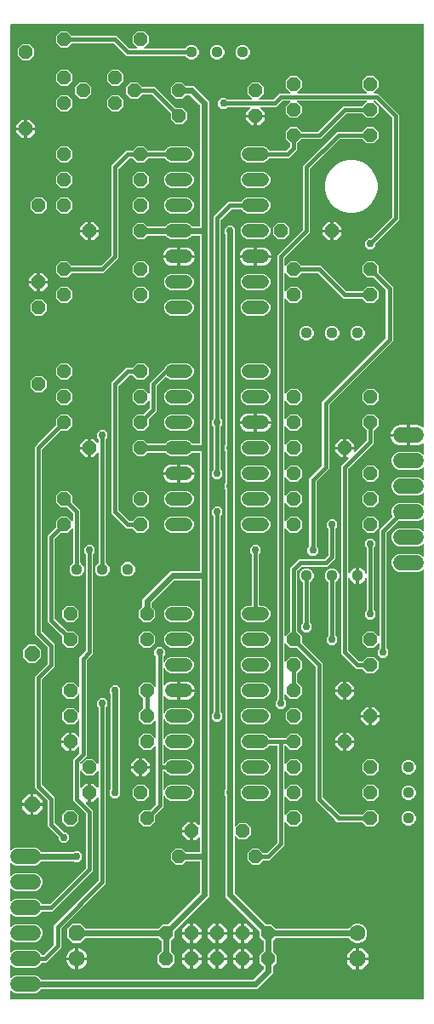
<source format=gbl>
G04 EAGLE Gerber RS-274X export*
G75*
%MOMM*%
%FSLAX34Y34*%
%LPD*%
%INBottom Copper*%
%IPPOS*%
%AMOC8*
5,1,8,0,0,1.08239X$1,22.5*%
G01*
%ADD10P,1.429621X8X202.500000*%
%ADD11P,1.429621X8X22.500000*%
%ADD12P,1.649562X8X292.500000*%
%ADD13P,1.732040X8X112.500000*%
%ADD14C,1.600200*%
%ADD15P,1.732040X8X292.500000*%
%ADD16C,1.117600*%
%ADD17C,1.320800*%
%ADD18C,1.524000*%
%ADD19P,1.539592X8X202.500000*%
%ADD20P,1.429621X8X292.500000*%
%ADD21C,0.609600*%
%ADD22C,0.756400*%
%ADD23C,0.406400*%

G36*
X420898Y10164D02*
X420898Y10164D01*
X420917Y10162D01*
X421019Y10184D01*
X421121Y10200D01*
X421138Y10210D01*
X421158Y10214D01*
X421247Y10267D01*
X421338Y10316D01*
X421352Y10330D01*
X421369Y10340D01*
X421436Y10419D01*
X421508Y10494D01*
X421516Y10512D01*
X421529Y10527D01*
X421568Y10623D01*
X421611Y10717D01*
X421613Y10737D01*
X421621Y10755D01*
X421639Y10922D01*
X421639Y437349D01*
X421628Y437420D01*
X421626Y437491D01*
X421608Y437540D01*
X421600Y437592D01*
X421566Y437655D01*
X421541Y437722D01*
X421509Y437763D01*
X421484Y437809D01*
X421432Y437858D01*
X421388Y437914D01*
X421344Y437943D01*
X421306Y437978D01*
X421241Y438009D01*
X421181Y438047D01*
X421130Y438060D01*
X421083Y438082D01*
X421012Y438090D01*
X420942Y438107D01*
X420890Y438103D01*
X420839Y438109D01*
X420768Y438094D01*
X420697Y438088D01*
X420649Y438068D01*
X420598Y438057D01*
X420537Y438020D01*
X420471Y437992D01*
X420415Y437947D01*
X420387Y437931D01*
X420372Y437913D01*
X420340Y437887D01*
X419200Y436747D01*
X415839Y435355D01*
X396961Y435355D01*
X393600Y436747D01*
X391027Y439320D01*
X389635Y442681D01*
X389635Y446319D01*
X391027Y449680D01*
X393600Y452253D01*
X396961Y453645D01*
X415839Y453645D01*
X419200Y452253D01*
X420340Y451113D01*
X420398Y451071D01*
X420450Y451022D01*
X420497Y451000D01*
X420539Y450969D01*
X420608Y450948D01*
X420673Y450918D01*
X420725Y450912D01*
X420775Y450897D01*
X420846Y450899D01*
X420917Y450891D01*
X420968Y450902D01*
X421020Y450903D01*
X421088Y450928D01*
X421158Y450943D01*
X421203Y450970D01*
X421251Y450988D01*
X421307Y451033D01*
X421369Y451069D01*
X421403Y451109D01*
X421443Y451141D01*
X421482Y451202D01*
X421529Y451256D01*
X421548Y451305D01*
X421576Y451348D01*
X421594Y451418D01*
X421621Y451484D01*
X421629Y451556D01*
X421637Y451587D01*
X421635Y451610D01*
X421639Y451651D01*
X421639Y462749D01*
X421628Y462820D01*
X421626Y462891D01*
X421608Y462940D01*
X421600Y462992D01*
X421566Y463055D01*
X421541Y463122D01*
X421509Y463163D01*
X421484Y463209D01*
X421432Y463258D01*
X421388Y463314D01*
X421344Y463343D01*
X421306Y463378D01*
X421241Y463409D01*
X421181Y463447D01*
X421130Y463460D01*
X421083Y463482D01*
X421012Y463490D01*
X420942Y463507D01*
X420890Y463503D01*
X420839Y463509D01*
X420768Y463494D01*
X420697Y463488D01*
X420649Y463468D01*
X420598Y463457D01*
X420537Y463420D01*
X420471Y463392D01*
X420415Y463347D01*
X420387Y463331D01*
X420372Y463313D01*
X420340Y463287D01*
X419200Y462147D01*
X415839Y460755D01*
X396961Y460755D01*
X393600Y462147D01*
X391027Y464720D01*
X389635Y468081D01*
X389635Y471719D01*
X391027Y475080D01*
X393600Y477653D01*
X396961Y479045D01*
X415839Y479045D01*
X419200Y477653D01*
X420340Y476513D01*
X420398Y476471D01*
X420450Y476422D01*
X420497Y476400D01*
X420539Y476369D01*
X420608Y476348D01*
X420673Y476318D01*
X420725Y476312D01*
X420775Y476297D01*
X420846Y476299D01*
X420917Y476291D01*
X420968Y476302D01*
X421020Y476303D01*
X421088Y476328D01*
X421158Y476343D01*
X421203Y476370D01*
X421251Y476388D01*
X421307Y476433D01*
X421369Y476469D01*
X421403Y476509D01*
X421443Y476541D01*
X421482Y476602D01*
X421529Y476656D01*
X421548Y476705D01*
X421576Y476748D01*
X421594Y476818D01*
X421621Y476884D01*
X421629Y476956D01*
X421637Y476987D01*
X421635Y477010D01*
X421639Y477051D01*
X421639Y488149D01*
X421628Y488220D01*
X421626Y488291D01*
X421608Y488340D01*
X421600Y488392D01*
X421566Y488455D01*
X421541Y488522D01*
X421509Y488563D01*
X421484Y488609D01*
X421432Y488658D01*
X421388Y488714D01*
X421344Y488743D01*
X421306Y488778D01*
X421241Y488809D01*
X421181Y488847D01*
X421130Y488860D01*
X421083Y488882D01*
X421012Y488890D01*
X420942Y488907D01*
X420890Y488903D01*
X420839Y488909D01*
X420768Y488894D01*
X420697Y488888D01*
X420649Y488868D01*
X420598Y488857D01*
X420537Y488820D01*
X420471Y488792D01*
X420415Y488747D01*
X420387Y488731D01*
X420372Y488713D01*
X420340Y488687D01*
X419200Y487547D01*
X415839Y486155D01*
X396961Y486155D01*
X396706Y486261D01*
X396593Y486288D01*
X396479Y486316D01*
X396472Y486316D01*
X396466Y486317D01*
X396350Y486306D01*
X396233Y486297D01*
X396228Y486295D01*
X396221Y486294D01*
X396114Y486246D01*
X396007Y486201D01*
X396001Y486196D01*
X395997Y486194D01*
X395983Y486181D01*
X395876Y486096D01*
X384780Y475000D01*
X384727Y474926D01*
X384667Y474856D01*
X384655Y474826D01*
X384636Y474800D01*
X384609Y474713D01*
X384575Y474628D01*
X384571Y474587D01*
X384564Y474565D01*
X384565Y474533D01*
X384557Y474461D01*
X384557Y359863D01*
X384571Y359773D01*
X384579Y359682D01*
X384591Y359653D01*
X384596Y359621D01*
X384639Y359540D01*
X384675Y359456D01*
X384701Y359424D01*
X384712Y359403D01*
X384735Y359381D01*
X384780Y359325D01*
X386307Y357798D01*
X386307Y353402D01*
X383198Y350293D01*
X378802Y350293D01*
X375693Y353402D01*
X375693Y357798D01*
X377220Y359325D01*
X377273Y359399D01*
X377333Y359469D01*
X377345Y359499D01*
X377364Y359525D01*
X377391Y359612D01*
X377425Y359697D01*
X377429Y359738D01*
X377436Y359760D01*
X377435Y359792D01*
X377443Y359863D01*
X377443Y364110D01*
X377432Y364180D01*
X377430Y364252D01*
X377412Y364301D01*
X377404Y364352D01*
X377370Y364416D01*
X377345Y364483D01*
X377313Y364524D01*
X377288Y364570D01*
X377236Y364619D01*
X377192Y364675D01*
X377148Y364703D01*
X377110Y364739D01*
X377045Y364769D01*
X376985Y364808D01*
X376934Y364821D01*
X376887Y364843D01*
X376816Y364851D01*
X376746Y364868D01*
X376694Y364864D01*
X376643Y364870D01*
X376572Y364855D01*
X376501Y364849D01*
X376453Y364829D01*
X376402Y364818D01*
X376341Y364781D01*
X376275Y364753D01*
X376219Y364708D01*
X376191Y364691D01*
X376176Y364674D01*
X376144Y364648D01*
X371667Y360171D01*
X364933Y360171D01*
X360171Y364933D01*
X360171Y371667D01*
X364933Y376429D01*
X371667Y376429D01*
X376144Y371952D01*
X376202Y371910D01*
X376254Y371861D01*
X376301Y371839D01*
X376343Y371808D01*
X376412Y371787D01*
X376477Y371757D01*
X376529Y371751D01*
X376579Y371736D01*
X376650Y371738D01*
X376721Y371730D01*
X376772Y371741D01*
X376824Y371742D01*
X376892Y371767D01*
X376962Y371782D01*
X377007Y371809D01*
X377055Y371827D01*
X377111Y371872D01*
X377173Y371909D01*
X377207Y371948D01*
X377247Y371981D01*
X377286Y372041D01*
X377333Y372095D01*
X377352Y372144D01*
X377380Y372188D01*
X377398Y372257D01*
X377425Y372324D01*
X377433Y372395D01*
X377441Y372426D01*
X377439Y372449D01*
X377443Y372490D01*
X377443Y477723D01*
X390320Y490600D01*
X390388Y490694D01*
X390458Y490789D01*
X390460Y490795D01*
X390464Y490800D01*
X390498Y490911D01*
X390534Y491022D01*
X390534Y491029D01*
X390536Y491035D01*
X390533Y491151D01*
X390532Y491268D01*
X390530Y491276D01*
X390530Y491281D01*
X390523Y491298D01*
X390485Y491430D01*
X389635Y493481D01*
X389635Y497119D01*
X391027Y500480D01*
X393600Y503053D01*
X396961Y504445D01*
X415839Y504445D01*
X419200Y503053D01*
X420340Y501913D01*
X420398Y501871D01*
X420450Y501822D01*
X420497Y501800D01*
X420539Y501769D01*
X420608Y501748D01*
X420673Y501718D01*
X420725Y501712D01*
X420775Y501697D01*
X420846Y501699D01*
X420917Y501691D01*
X420968Y501702D01*
X421020Y501703D01*
X421088Y501728D01*
X421158Y501743D01*
X421203Y501770D01*
X421251Y501788D01*
X421307Y501833D01*
X421369Y501869D01*
X421403Y501909D01*
X421443Y501941D01*
X421482Y502002D01*
X421529Y502056D01*
X421548Y502105D01*
X421576Y502148D01*
X421594Y502218D01*
X421621Y502284D01*
X421629Y502356D01*
X421637Y502387D01*
X421635Y502410D01*
X421639Y502451D01*
X421639Y513549D01*
X421628Y513620D01*
X421626Y513691D01*
X421608Y513740D01*
X421600Y513792D01*
X421566Y513855D01*
X421541Y513922D01*
X421509Y513963D01*
X421484Y514009D01*
X421432Y514058D01*
X421388Y514114D01*
X421344Y514143D01*
X421306Y514178D01*
X421241Y514209D01*
X421181Y514247D01*
X421130Y514260D01*
X421083Y514282D01*
X421012Y514290D01*
X420942Y514307D01*
X420890Y514303D01*
X420839Y514309D01*
X420768Y514294D01*
X420697Y514288D01*
X420649Y514268D01*
X420598Y514257D01*
X420537Y514220D01*
X420471Y514192D01*
X420415Y514147D01*
X420387Y514131D01*
X420372Y514113D01*
X420340Y514087D01*
X419200Y512947D01*
X415839Y511555D01*
X396961Y511555D01*
X393600Y512947D01*
X391027Y515520D01*
X389635Y518881D01*
X389635Y522519D01*
X391027Y525880D01*
X393600Y528453D01*
X396961Y529845D01*
X415839Y529845D01*
X419200Y528453D01*
X420340Y527313D01*
X420398Y527271D01*
X420450Y527222D01*
X420497Y527200D01*
X420539Y527169D01*
X420608Y527148D01*
X420673Y527118D01*
X420725Y527112D01*
X420775Y527097D01*
X420846Y527099D01*
X420917Y527091D01*
X420968Y527102D01*
X421020Y527103D01*
X421088Y527128D01*
X421158Y527143D01*
X421203Y527170D01*
X421251Y527188D01*
X421307Y527233D01*
X421369Y527269D01*
X421403Y527309D01*
X421443Y527341D01*
X421482Y527402D01*
X421529Y527456D01*
X421548Y527505D01*
X421576Y527548D01*
X421594Y527618D01*
X421621Y527684D01*
X421629Y527756D01*
X421637Y527787D01*
X421635Y527810D01*
X421639Y527851D01*
X421639Y538949D01*
X421628Y539020D01*
X421626Y539091D01*
X421608Y539140D01*
X421600Y539192D01*
X421566Y539255D01*
X421541Y539322D01*
X421509Y539363D01*
X421484Y539409D01*
X421432Y539458D01*
X421388Y539514D01*
X421344Y539543D01*
X421306Y539578D01*
X421241Y539609D01*
X421181Y539647D01*
X421130Y539660D01*
X421083Y539682D01*
X421012Y539690D01*
X420942Y539707D01*
X420890Y539703D01*
X420839Y539709D01*
X420768Y539694D01*
X420697Y539688D01*
X420649Y539668D01*
X420598Y539657D01*
X420537Y539620D01*
X420471Y539592D01*
X420415Y539547D01*
X420387Y539531D01*
X420372Y539513D01*
X420340Y539487D01*
X419200Y538347D01*
X415839Y536955D01*
X396961Y536955D01*
X393600Y538347D01*
X391027Y540920D01*
X389635Y544281D01*
X389635Y547919D01*
X391027Y551280D01*
X393600Y553853D01*
X396961Y555245D01*
X415839Y555245D01*
X419200Y553853D01*
X420340Y552713D01*
X420398Y552671D01*
X420450Y552622D01*
X420497Y552600D01*
X420539Y552569D01*
X420608Y552548D01*
X420673Y552518D01*
X420725Y552512D01*
X420775Y552497D01*
X420846Y552499D01*
X420917Y552491D01*
X420968Y552502D01*
X421020Y552503D01*
X421088Y552528D01*
X421158Y552543D01*
X421203Y552570D01*
X421251Y552588D01*
X421307Y552633D01*
X421369Y552669D01*
X421403Y552709D01*
X421443Y552741D01*
X421482Y552802D01*
X421529Y552856D01*
X421548Y552905D01*
X421576Y552948D01*
X421594Y553018D01*
X421621Y553084D01*
X421629Y553156D01*
X421637Y553187D01*
X421635Y553210D01*
X421639Y553251D01*
X421639Y562982D01*
X421637Y562994D01*
X421639Y563006D01*
X421618Y563115D01*
X421600Y563225D01*
X421594Y563236D01*
X421592Y563247D01*
X421536Y563344D01*
X421484Y563442D01*
X421476Y563451D01*
X421470Y563461D01*
X421387Y563535D01*
X421306Y563612D01*
X421295Y563617D01*
X421286Y563625D01*
X421184Y563669D01*
X421083Y563715D01*
X421071Y563717D01*
X421060Y563722D01*
X420949Y563730D01*
X420839Y563743D01*
X420827Y563740D01*
X420815Y563741D01*
X420707Y563714D01*
X420598Y563690D01*
X420588Y563684D01*
X420576Y563681D01*
X420431Y563598D01*
X419345Y562810D01*
X417920Y562084D01*
X416399Y561589D01*
X414820Y561339D01*
X407923Y561339D01*
X407923Y570738D01*
X407920Y570758D01*
X407922Y570777D01*
X407900Y570879D01*
X407883Y570981D01*
X407874Y570998D01*
X407870Y571018D01*
X407817Y571107D01*
X407768Y571198D01*
X407754Y571212D01*
X407744Y571229D01*
X407665Y571296D01*
X407590Y571367D01*
X407572Y571376D01*
X407557Y571389D01*
X407461Y571427D01*
X407367Y571471D01*
X407347Y571473D01*
X407329Y571481D01*
X407162Y571499D01*
X406399Y571499D01*
X406399Y571501D01*
X407162Y571501D01*
X407182Y571504D01*
X407201Y571502D01*
X407303Y571524D01*
X407405Y571541D01*
X407422Y571550D01*
X407442Y571554D01*
X407531Y571607D01*
X407622Y571656D01*
X407636Y571670D01*
X407653Y571680D01*
X407720Y571759D01*
X407791Y571834D01*
X407800Y571852D01*
X407813Y571867D01*
X407851Y571963D01*
X407895Y572057D01*
X407897Y572077D01*
X407905Y572095D01*
X407923Y572262D01*
X407923Y581661D01*
X414820Y581661D01*
X416399Y581411D01*
X417920Y580916D01*
X419345Y580190D01*
X420431Y579402D01*
X420441Y579396D01*
X420450Y579388D01*
X420551Y579341D01*
X420650Y579291D01*
X420662Y579290D01*
X420673Y579285D01*
X420784Y579272D01*
X420894Y579257D01*
X420906Y579259D01*
X420917Y579257D01*
X421026Y579281D01*
X421136Y579301D01*
X421146Y579307D01*
X421158Y579310D01*
X421254Y579367D01*
X421351Y579421D01*
X421359Y579430D01*
X421369Y579436D01*
X421441Y579521D01*
X421516Y579603D01*
X421521Y579614D01*
X421529Y579623D01*
X421571Y579726D01*
X421615Y579828D01*
X421616Y579840D01*
X421621Y579851D01*
X421639Y580018D01*
X421639Y979678D01*
X421636Y979698D01*
X421638Y979717D01*
X421616Y979819D01*
X421600Y979921D01*
X421590Y979938D01*
X421586Y979958D01*
X421533Y980047D01*
X421484Y980138D01*
X421470Y980152D01*
X421460Y980169D01*
X421381Y980236D01*
X421306Y980308D01*
X421288Y980316D01*
X421273Y980329D01*
X421177Y980368D01*
X421083Y980411D01*
X421063Y980413D01*
X421045Y980421D01*
X420878Y980439D01*
X10922Y980439D01*
X10902Y980436D01*
X10883Y980438D01*
X10781Y980416D01*
X10679Y980400D01*
X10662Y980390D01*
X10642Y980386D01*
X10553Y980333D01*
X10462Y980284D01*
X10448Y980270D01*
X10431Y980260D01*
X10364Y980181D01*
X10292Y980106D01*
X10284Y980088D01*
X10271Y980073D01*
X10232Y979977D01*
X10189Y979883D01*
X10187Y979863D01*
X10179Y979845D01*
X10161Y979678D01*
X10161Y159551D01*
X10172Y159480D01*
X10174Y159409D01*
X10192Y159360D01*
X10200Y159308D01*
X10234Y159245D01*
X10259Y159178D01*
X10291Y159137D01*
X10316Y159091D01*
X10368Y159042D01*
X10412Y158986D01*
X10456Y158957D01*
X10494Y158922D01*
X10559Y158891D01*
X10619Y158853D01*
X10670Y158840D01*
X10717Y158818D01*
X10788Y158810D01*
X10858Y158793D01*
X10910Y158797D01*
X10961Y158791D01*
X11032Y158806D01*
X11103Y158812D01*
X11151Y158832D01*
X11202Y158843D01*
X11263Y158880D01*
X11329Y158908D01*
X11385Y158953D01*
X11413Y158969D01*
X11428Y158987D01*
X11460Y159013D01*
X12600Y160153D01*
X15961Y161545D01*
X34839Y161545D01*
X38200Y160153D01*
X40773Y157580D01*
X40829Y157443D01*
X40891Y157343D01*
X40951Y157243D01*
X40956Y157239D01*
X40959Y157234D01*
X41049Y157159D01*
X41138Y157083D01*
X41144Y157081D01*
X41148Y157077D01*
X41257Y157035D01*
X41366Y156991D01*
X41373Y156990D01*
X41378Y156989D01*
X41396Y156988D01*
X41533Y156973D01*
X72953Y156973D01*
X73043Y156987D01*
X73134Y156995D01*
X73163Y157007D01*
X73195Y157012D01*
X73276Y157055D01*
X73360Y157091D01*
X73392Y157117D01*
X73413Y157128D01*
X73435Y157151D01*
X73491Y157196D01*
X74002Y157707D01*
X78398Y157707D01*
X81507Y154598D01*
X81507Y150202D01*
X78398Y147093D01*
X74002Y147093D01*
X73491Y147604D01*
X73417Y147657D01*
X73347Y147717D01*
X73317Y147729D01*
X73291Y147748D01*
X73204Y147775D01*
X73119Y147809D01*
X73078Y147813D01*
X73056Y147820D01*
X73024Y147819D01*
X72953Y147827D01*
X41533Y147827D01*
X41418Y147808D01*
X41302Y147791D01*
X41296Y147789D01*
X41290Y147788D01*
X41187Y147733D01*
X41083Y147680D01*
X41078Y147675D01*
X41073Y147672D01*
X40992Y147588D01*
X40910Y147504D01*
X40907Y147498D01*
X40903Y147494D01*
X40895Y147477D01*
X40829Y147357D01*
X40773Y147220D01*
X38200Y144647D01*
X34839Y143255D01*
X15961Y143255D01*
X12600Y144647D01*
X11460Y145787D01*
X11402Y145829D01*
X11350Y145878D01*
X11303Y145900D01*
X11261Y145931D01*
X11192Y145952D01*
X11127Y145982D01*
X11075Y145988D01*
X11025Y146003D01*
X10954Y146001D01*
X10883Y146009D01*
X10832Y145998D01*
X10780Y145997D01*
X10712Y145972D01*
X10642Y145957D01*
X10597Y145930D01*
X10549Y145912D01*
X10493Y145867D01*
X10431Y145831D01*
X10397Y145791D01*
X10357Y145759D01*
X10318Y145698D01*
X10271Y145644D01*
X10252Y145595D01*
X10224Y145552D01*
X10206Y145482D01*
X10179Y145416D01*
X10171Y145344D01*
X10163Y145313D01*
X10165Y145290D01*
X10161Y145249D01*
X10161Y134151D01*
X10172Y134080D01*
X10174Y134009D01*
X10192Y133960D01*
X10200Y133908D01*
X10234Y133845D01*
X10259Y133778D01*
X10291Y133737D01*
X10316Y133691D01*
X10368Y133642D01*
X10412Y133586D01*
X10456Y133557D01*
X10494Y133522D01*
X10559Y133491D01*
X10619Y133453D01*
X10670Y133440D01*
X10717Y133418D01*
X10788Y133410D01*
X10858Y133393D01*
X10910Y133397D01*
X10961Y133391D01*
X11032Y133406D01*
X11103Y133412D01*
X11151Y133432D01*
X11202Y133443D01*
X11263Y133480D01*
X11329Y133508D01*
X11385Y133553D01*
X11413Y133569D01*
X11428Y133587D01*
X11460Y133613D01*
X12600Y134753D01*
X15961Y136145D01*
X34839Y136145D01*
X38200Y134753D01*
X40773Y132180D01*
X42165Y128819D01*
X42165Y125181D01*
X40773Y121820D01*
X38200Y119247D01*
X34839Y117855D01*
X15961Y117855D01*
X12600Y119247D01*
X11460Y120387D01*
X11402Y120429D01*
X11350Y120478D01*
X11303Y120500D01*
X11261Y120531D01*
X11192Y120552D01*
X11127Y120582D01*
X11075Y120588D01*
X11025Y120603D01*
X10954Y120601D01*
X10883Y120609D01*
X10832Y120598D01*
X10780Y120597D01*
X10712Y120572D01*
X10642Y120557D01*
X10597Y120530D01*
X10549Y120512D01*
X10493Y120467D01*
X10431Y120431D01*
X10397Y120391D01*
X10357Y120359D01*
X10318Y120298D01*
X10271Y120244D01*
X10252Y120195D01*
X10224Y120152D01*
X10206Y120082D01*
X10179Y120016D01*
X10171Y119944D01*
X10163Y119913D01*
X10165Y119890D01*
X10161Y119849D01*
X10161Y108751D01*
X10172Y108680D01*
X10174Y108609D01*
X10192Y108560D01*
X10200Y108508D01*
X10234Y108445D01*
X10259Y108378D01*
X10291Y108337D01*
X10316Y108291D01*
X10368Y108242D01*
X10412Y108186D01*
X10456Y108157D01*
X10494Y108122D01*
X10559Y108091D01*
X10619Y108053D01*
X10670Y108040D01*
X10717Y108018D01*
X10788Y108010D01*
X10858Y107993D01*
X10910Y107997D01*
X10961Y107991D01*
X11032Y108006D01*
X11103Y108012D01*
X11151Y108032D01*
X11202Y108043D01*
X11263Y108080D01*
X11329Y108108D01*
X11385Y108153D01*
X11413Y108169D01*
X11428Y108187D01*
X11460Y108213D01*
X12600Y109353D01*
X15961Y110745D01*
X34839Y110745D01*
X38200Y109353D01*
X40773Y106780D01*
X41250Y105627D01*
X41312Y105527D01*
X41372Y105427D01*
X41377Y105423D01*
X41380Y105418D01*
X41470Y105343D01*
X41559Y105267D01*
X41565Y105265D01*
X41569Y105261D01*
X41678Y105219D01*
X41787Y105175D01*
X41794Y105174D01*
X41799Y105173D01*
X41817Y105172D01*
X41954Y105157D01*
X49011Y105157D01*
X49102Y105171D01*
X49192Y105179D01*
X49222Y105191D01*
X49254Y105196D01*
X49335Y105239D01*
X49419Y105275D01*
X49451Y105301D01*
X49472Y105312D01*
X49494Y105335D01*
X49550Y105380D01*
X85120Y140950D01*
X85173Y141024D01*
X85233Y141094D01*
X85245Y141124D01*
X85264Y141150D01*
X85291Y141237D01*
X85325Y141322D01*
X85329Y141363D01*
X85336Y141385D01*
X85335Y141417D01*
X85343Y141489D01*
X85343Y195061D01*
X85329Y195152D01*
X85321Y195242D01*
X85309Y195272D01*
X85304Y195304D01*
X85261Y195385D01*
X85225Y195469D01*
X85199Y195501D01*
X85188Y195522D01*
X85165Y195544D01*
X85120Y195600D01*
X72643Y208077D01*
X72643Y249123D01*
X78770Y255250D01*
X78823Y255324D01*
X78883Y255394D01*
X78895Y255424D01*
X78914Y255450D01*
X78941Y255537D01*
X78975Y255622D01*
X78979Y255663D01*
X78986Y255685D01*
X78985Y255717D01*
X78993Y255789D01*
X78993Y261073D01*
X78982Y261144D01*
X78980Y261215D01*
X78962Y261264D01*
X78954Y261316D01*
X78920Y261379D01*
X78895Y261446D01*
X78863Y261487D01*
X78838Y261533D01*
X78786Y261582D01*
X78742Y261638D01*
X78698Y261667D01*
X78660Y261702D01*
X78595Y261733D01*
X78535Y261771D01*
X78484Y261784D01*
X78437Y261806D01*
X78366Y261814D01*
X78296Y261831D01*
X78244Y261827D01*
X78193Y261833D01*
X78122Y261818D01*
X78051Y261812D01*
X78003Y261792D01*
X77952Y261781D01*
X77891Y261744D01*
X77825Y261716D01*
X77769Y261671D01*
X77741Y261655D01*
X77726Y261637D01*
X77694Y261611D01*
X73638Y257555D01*
X71373Y257555D01*
X71373Y265938D01*
X71370Y265958D01*
X71372Y265977D01*
X71350Y266079D01*
X71333Y266181D01*
X71324Y266198D01*
X71320Y266218D01*
X71267Y266307D01*
X71218Y266398D01*
X71204Y266412D01*
X71194Y266429D01*
X71115Y266496D01*
X71040Y266567D01*
X71022Y266576D01*
X71007Y266589D01*
X70911Y266627D01*
X70817Y266671D01*
X70797Y266673D01*
X70779Y266681D01*
X70612Y266699D01*
X69849Y266699D01*
X69849Y266701D01*
X70612Y266701D01*
X70632Y266704D01*
X70651Y266702D01*
X70753Y266724D01*
X70855Y266741D01*
X70872Y266750D01*
X70892Y266754D01*
X70981Y266807D01*
X71072Y266856D01*
X71086Y266870D01*
X71103Y266880D01*
X71170Y266959D01*
X71241Y267034D01*
X71250Y267052D01*
X71263Y267067D01*
X71302Y267163D01*
X71345Y267257D01*
X71347Y267277D01*
X71355Y267295D01*
X71373Y267462D01*
X71373Y275845D01*
X73638Y275845D01*
X77694Y271789D01*
X77752Y271747D01*
X77804Y271698D01*
X77851Y271676D01*
X77893Y271645D01*
X77962Y271624D01*
X78027Y271594D01*
X78079Y271588D01*
X78129Y271573D01*
X78200Y271575D01*
X78271Y271567D01*
X78322Y271578D01*
X78374Y271579D01*
X78442Y271604D01*
X78512Y271619D01*
X78557Y271646D01*
X78605Y271664D01*
X78661Y271709D01*
X78723Y271745D01*
X78757Y271785D01*
X78797Y271817D01*
X78836Y271878D01*
X78883Y271932D01*
X78902Y271981D01*
X78930Y272024D01*
X78948Y272094D01*
X78975Y272160D01*
X78983Y272232D01*
X78991Y272263D01*
X78989Y272286D01*
X78993Y272327D01*
X78993Y287910D01*
X78982Y287980D01*
X78980Y288052D01*
X78962Y288101D01*
X78954Y288152D01*
X78920Y288216D01*
X78895Y288283D01*
X78863Y288324D01*
X78838Y288370D01*
X78786Y288419D01*
X78742Y288475D01*
X78698Y288503D01*
X78660Y288539D01*
X78595Y288569D01*
X78535Y288608D01*
X78484Y288621D01*
X78437Y288643D01*
X78366Y288651D01*
X78296Y288668D01*
X78244Y288664D01*
X78193Y288670D01*
X78122Y288655D01*
X78051Y288649D01*
X78003Y288629D01*
X77952Y288618D01*
X77891Y288581D01*
X77825Y288553D01*
X77769Y288508D01*
X77741Y288491D01*
X77726Y288474D01*
X77694Y288448D01*
X73217Y283971D01*
X66483Y283971D01*
X61721Y288733D01*
X61721Y295467D01*
X66483Y300229D01*
X73217Y300229D01*
X77694Y295752D01*
X77752Y295710D01*
X77804Y295661D01*
X77851Y295639D01*
X77893Y295608D01*
X77962Y295587D01*
X78027Y295557D01*
X78079Y295551D01*
X78129Y295536D01*
X78200Y295538D01*
X78271Y295530D01*
X78322Y295541D01*
X78374Y295542D01*
X78442Y295567D01*
X78512Y295582D01*
X78557Y295609D01*
X78605Y295627D01*
X78661Y295672D01*
X78723Y295709D01*
X78757Y295748D01*
X78797Y295781D01*
X78836Y295841D01*
X78883Y295895D01*
X78902Y295944D01*
X78930Y295988D01*
X78948Y296057D01*
X78975Y296124D01*
X78983Y296195D01*
X78991Y296226D01*
X78989Y296249D01*
X78993Y296290D01*
X78993Y313310D01*
X78982Y313380D01*
X78980Y313452D01*
X78962Y313501D01*
X78954Y313552D01*
X78920Y313616D01*
X78895Y313683D01*
X78863Y313724D01*
X78838Y313770D01*
X78786Y313819D01*
X78742Y313875D01*
X78698Y313903D01*
X78660Y313939D01*
X78595Y313969D01*
X78535Y314008D01*
X78484Y314021D01*
X78437Y314043D01*
X78366Y314051D01*
X78296Y314068D01*
X78244Y314064D01*
X78193Y314070D01*
X78122Y314055D01*
X78051Y314049D01*
X78003Y314029D01*
X77952Y314018D01*
X77891Y313981D01*
X77825Y313953D01*
X77769Y313908D01*
X77741Y313891D01*
X77726Y313874D01*
X77694Y313848D01*
X73217Y309371D01*
X66483Y309371D01*
X61721Y314133D01*
X61721Y320867D01*
X66483Y325629D01*
X73217Y325629D01*
X77694Y321152D01*
X77752Y321110D01*
X77804Y321061D01*
X77851Y321039D01*
X77893Y321008D01*
X77962Y320987D01*
X78027Y320957D01*
X78079Y320951D01*
X78129Y320936D01*
X78200Y320938D01*
X78271Y320930D01*
X78322Y320941D01*
X78374Y320942D01*
X78442Y320967D01*
X78512Y320982D01*
X78557Y321009D01*
X78605Y321027D01*
X78661Y321072D01*
X78723Y321109D01*
X78757Y321148D01*
X78797Y321181D01*
X78836Y321241D01*
X78883Y321295D01*
X78902Y321344D01*
X78930Y321388D01*
X78948Y321457D01*
X78975Y321524D01*
X78983Y321595D01*
X78991Y321626D01*
X78989Y321649D01*
X78993Y321690D01*
X78993Y350723D01*
X81300Y353030D01*
X85120Y356850D01*
X85173Y356924D01*
X85233Y356994D01*
X85245Y357024D01*
X85264Y357050D01*
X85291Y357137D01*
X85325Y357222D01*
X85329Y357263D01*
X85336Y357285D01*
X85335Y357317D01*
X85343Y357389D01*
X85343Y452937D01*
X85329Y453027D01*
X85321Y453118D01*
X85309Y453147D01*
X85304Y453179D01*
X85261Y453260D01*
X85225Y453344D01*
X85199Y453376D01*
X85188Y453397D01*
X85165Y453419D01*
X85120Y453475D01*
X83593Y455002D01*
X83593Y459398D01*
X86702Y462507D01*
X91098Y462507D01*
X94207Y459398D01*
X94207Y455002D01*
X92680Y453475D01*
X92627Y453401D01*
X92567Y453331D01*
X92555Y453301D01*
X92536Y453275D01*
X92509Y453188D01*
X92475Y453103D01*
X92471Y453062D01*
X92464Y453040D01*
X92465Y453008D01*
X92457Y452937D01*
X92457Y354127D01*
X90150Y351820D01*
X86330Y348000D01*
X86277Y347926D01*
X86217Y347856D01*
X86205Y347826D01*
X86186Y347800D01*
X86159Y347713D01*
X86125Y347628D01*
X86121Y347587D01*
X86114Y347565D01*
X86115Y347533D01*
X86107Y347461D01*
X86107Y252527D01*
X79980Y246400D01*
X79927Y246326D01*
X79867Y246256D01*
X79855Y246226D01*
X79836Y246200D01*
X79809Y246113D01*
X79775Y246028D01*
X79771Y245987D01*
X79764Y245965D01*
X79765Y245933D01*
X79757Y245861D01*
X79757Y245490D01*
X79768Y245420D01*
X79770Y245348D01*
X79788Y245299D01*
X79796Y245248D01*
X79830Y245184D01*
X79855Y245117D01*
X79887Y245076D01*
X79912Y245030D01*
X79964Y244981D01*
X80008Y244925D01*
X80052Y244897D01*
X80090Y244861D01*
X80155Y244831D01*
X80215Y244792D01*
X80266Y244779D01*
X80313Y244757D01*
X80384Y244749D01*
X80454Y244732D01*
X80506Y244736D01*
X80557Y244730D01*
X80628Y244745D01*
X80699Y244751D01*
X80747Y244771D01*
X80798Y244782D01*
X80859Y244819D01*
X80925Y244847D01*
X80981Y244892D01*
X81009Y244909D01*
X81024Y244926D01*
X81056Y244952D01*
X85533Y249429D01*
X92267Y249429D01*
X96744Y244952D01*
X96802Y244910D01*
X96854Y244861D01*
X96901Y244839D01*
X96943Y244808D01*
X97012Y244787D01*
X97077Y244757D01*
X97129Y244751D01*
X97179Y244736D01*
X97250Y244738D01*
X97321Y244730D01*
X97372Y244741D01*
X97424Y244742D01*
X97492Y244767D01*
X97562Y244782D01*
X97607Y244809D01*
X97655Y244827D01*
X97711Y244872D01*
X97773Y244909D01*
X97807Y244948D01*
X97847Y244981D01*
X97886Y245041D01*
X97933Y245095D01*
X97952Y245144D01*
X97980Y245188D01*
X97998Y245257D01*
X98025Y245324D01*
X98033Y245395D01*
X98041Y245426D01*
X98039Y245449D01*
X98043Y245490D01*
X98043Y300537D01*
X98029Y300627D01*
X98021Y300718D01*
X98009Y300747D01*
X98004Y300779D01*
X97961Y300860D01*
X97925Y300944D01*
X97899Y300976D01*
X97888Y300997D01*
X97865Y301019D01*
X97820Y301075D01*
X96293Y302602D01*
X96293Y306998D01*
X99402Y310107D01*
X103798Y310107D01*
X106907Y306998D01*
X106907Y302602D01*
X105380Y301075D01*
X105327Y301001D01*
X105267Y300931D01*
X105255Y300901D01*
X105236Y300875D01*
X105209Y300788D01*
X105175Y300703D01*
X105171Y300662D01*
X105164Y300640D01*
X105165Y300608D01*
X105157Y300537D01*
X105157Y125527D01*
X102850Y123220D01*
X60930Y81300D01*
X60877Y81226D01*
X60817Y81156D01*
X60805Y81126D01*
X60786Y81100D01*
X60759Y81013D01*
X60725Y80928D01*
X60721Y80887D01*
X60714Y80865D01*
X60715Y80833D01*
X60707Y80761D01*
X60707Y62027D01*
X45923Y47243D01*
X41954Y47243D01*
X41839Y47224D01*
X41723Y47207D01*
X41717Y47205D01*
X41711Y47204D01*
X41608Y47149D01*
X41503Y47096D01*
X41499Y47091D01*
X41493Y47088D01*
X41414Y47004D01*
X41331Y46920D01*
X41328Y46914D01*
X41324Y46910D01*
X41316Y46893D01*
X41250Y46773D01*
X40773Y45620D01*
X38200Y43047D01*
X34839Y41655D01*
X15961Y41655D01*
X12600Y43047D01*
X11460Y44187D01*
X11402Y44229D01*
X11350Y44278D01*
X11303Y44300D01*
X11261Y44331D01*
X11192Y44352D01*
X11127Y44382D01*
X11075Y44388D01*
X11025Y44403D01*
X10954Y44401D01*
X10883Y44409D01*
X10832Y44398D01*
X10780Y44397D01*
X10712Y44372D01*
X10642Y44357D01*
X10597Y44330D01*
X10549Y44312D01*
X10493Y44267D01*
X10431Y44231D01*
X10397Y44191D01*
X10357Y44159D01*
X10318Y44098D01*
X10271Y44044D01*
X10252Y43995D01*
X10224Y43952D01*
X10206Y43882D01*
X10179Y43816D01*
X10171Y43744D01*
X10163Y43713D01*
X10165Y43690D01*
X10161Y43649D01*
X10161Y32551D01*
X10172Y32480D01*
X10174Y32409D01*
X10192Y32360D01*
X10200Y32308D01*
X10234Y32245D01*
X10259Y32178D01*
X10291Y32137D01*
X10316Y32091D01*
X10368Y32042D01*
X10412Y31986D01*
X10456Y31957D01*
X10494Y31922D01*
X10559Y31891D01*
X10619Y31853D01*
X10670Y31840D01*
X10717Y31818D01*
X10788Y31810D01*
X10858Y31793D01*
X10910Y31797D01*
X10961Y31791D01*
X11032Y31806D01*
X11103Y31812D01*
X11151Y31832D01*
X11202Y31843D01*
X11263Y31880D01*
X11329Y31908D01*
X11385Y31953D01*
X11413Y31969D01*
X11428Y31987D01*
X11460Y32013D01*
X12600Y33153D01*
X15961Y34545D01*
X34839Y34545D01*
X38200Y33153D01*
X40773Y30580D01*
X40829Y30443D01*
X40891Y30343D01*
X40951Y30243D01*
X40956Y30239D01*
X40959Y30234D01*
X41049Y30159D01*
X41138Y30083D01*
X41144Y30081D01*
X41148Y30077D01*
X41257Y30035D01*
X41366Y29991D01*
X41373Y29990D01*
X41378Y29989D01*
X41396Y29988D01*
X41533Y29973D01*
X251791Y29973D01*
X251881Y29987D01*
X251972Y29995D01*
X252001Y30007D01*
X252033Y30012D01*
X252114Y30055D01*
X252198Y30091D01*
X252230Y30117D01*
X252251Y30128D01*
X252273Y30151D01*
X252329Y30196D01*
X261904Y39771D01*
X261957Y39845D01*
X262017Y39915D01*
X262029Y39945D01*
X262048Y39971D01*
X262075Y40058D01*
X262109Y40143D01*
X262113Y40184D01*
X262120Y40206D01*
X262119Y40238D01*
X262127Y40309D01*
X262127Y42843D01*
X262113Y42933D01*
X262105Y43024D01*
X262093Y43054D01*
X262088Y43086D01*
X262045Y43167D01*
X262009Y43251D01*
X261983Y43283D01*
X261972Y43303D01*
X261949Y43326D01*
X261904Y43382D01*
X258063Y47223D01*
X258063Y54377D01*
X261904Y58218D01*
X261957Y58292D01*
X262017Y58362D01*
X262029Y58392D01*
X262048Y58418D01*
X262075Y58505D01*
X262109Y58590D01*
X262113Y58631D01*
X262120Y58653D01*
X262119Y58685D01*
X262127Y58757D01*
X262127Y68243D01*
X262113Y68333D01*
X262105Y68424D01*
X262093Y68454D01*
X262088Y68486D01*
X262045Y68567D01*
X262009Y68651D01*
X261983Y68683D01*
X261972Y68703D01*
X261949Y68726D01*
X261904Y68782D01*
X258063Y72623D01*
X258063Y78055D01*
X258049Y78145D01*
X258041Y78236D01*
X258029Y78265D01*
X258024Y78297D01*
X257981Y78378D01*
X257945Y78462D01*
X257919Y78494D01*
X257908Y78515D01*
X257885Y78537D01*
X257840Y78593D01*
X224027Y112406D01*
X224027Y212653D01*
X224024Y212675D01*
X224026Y212693D01*
X224011Y212758D01*
X224005Y212834D01*
X223993Y212863D01*
X223988Y212895D01*
X223977Y212915D01*
X223973Y212933D01*
X223938Y212992D01*
X223909Y213060D01*
X223883Y213092D01*
X223872Y213113D01*
X223857Y213127D01*
X223847Y213144D01*
X223830Y213159D01*
X223804Y213191D01*
X223293Y213702D01*
X223293Y218098D01*
X223804Y218609D01*
X223857Y218683D01*
X223917Y218753D01*
X223929Y218783D01*
X223948Y218809D01*
X223975Y218896D01*
X224009Y218981D01*
X224013Y219022D01*
X224020Y219044D01*
X224019Y219076D01*
X224027Y219147D01*
X224027Y517453D01*
X224013Y517543D01*
X224005Y517634D01*
X223993Y517663D01*
X223988Y517695D01*
X223945Y517776D01*
X223909Y517860D01*
X223883Y517892D01*
X223872Y517913D01*
X223849Y517935D01*
X223804Y517991D01*
X223293Y518502D01*
X223293Y522898D01*
X223804Y523409D01*
X223857Y523483D01*
X223917Y523553D01*
X223929Y523583D01*
X223948Y523609D01*
X223975Y523696D01*
X224009Y523781D01*
X224013Y523822D01*
X224020Y523844D01*
X224019Y523876D01*
X224027Y523947D01*
X224027Y555553D01*
X224013Y555643D01*
X224005Y555734D01*
X223993Y555763D01*
X223988Y555795D01*
X223945Y555876D01*
X223909Y555960D01*
X223883Y555992D01*
X223872Y556013D01*
X223849Y556035D01*
X223804Y556091D01*
X223293Y556602D01*
X223293Y560998D01*
X223804Y561509D01*
X223857Y561583D01*
X223917Y561653D01*
X223929Y561683D01*
X223948Y561709D01*
X223975Y561796D01*
X224009Y561881D01*
X224013Y561922D01*
X224020Y561944D01*
X224019Y561976D01*
X224027Y562047D01*
X224027Y771453D01*
X224013Y771543D01*
X224005Y771634D01*
X223993Y771663D01*
X223988Y771695D01*
X223945Y771776D01*
X223909Y771860D01*
X223883Y771892D01*
X223872Y771913D01*
X223849Y771935D01*
X223804Y771991D01*
X223293Y772502D01*
X223293Y776898D01*
X226402Y780007D01*
X230798Y780007D01*
X233907Y776898D01*
X233907Y772502D01*
X233396Y771991D01*
X233343Y771917D01*
X233283Y771847D01*
X233271Y771817D01*
X233252Y771791D01*
X233225Y771704D01*
X233191Y771619D01*
X233187Y771578D01*
X233180Y771556D01*
X233181Y771524D01*
X233173Y771453D01*
X233173Y562047D01*
X233175Y562036D01*
X233174Y562028D01*
X233183Y561986D01*
X233187Y561957D01*
X233195Y561866D01*
X233207Y561837D01*
X233212Y561805D01*
X233255Y561724D01*
X233291Y561640D01*
X233317Y561608D01*
X233328Y561587D01*
X233351Y561565D01*
X233396Y561509D01*
X233907Y560998D01*
X233907Y556602D01*
X233396Y556091D01*
X233342Y556017D01*
X233283Y555947D01*
X233271Y555917D01*
X233252Y555891D01*
X233225Y555804D01*
X233191Y555719D01*
X233187Y555678D01*
X233180Y555656D01*
X233181Y555624D01*
X233173Y555553D01*
X233173Y523947D01*
X233187Y523857D01*
X233195Y523766D01*
X233207Y523737D01*
X233212Y523705D01*
X233255Y523624D01*
X233291Y523540D01*
X233317Y523508D01*
X233328Y523487D01*
X233351Y523465D01*
X233396Y523409D01*
X233907Y522898D01*
X233907Y518502D01*
X233396Y517991D01*
X233343Y517917D01*
X233283Y517847D01*
X233271Y517817D01*
X233252Y517791D01*
X233225Y517704D01*
X233191Y517619D01*
X233187Y517578D01*
X233180Y517556D01*
X233181Y517524D01*
X233173Y517453D01*
X233173Y219147D01*
X233187Y219057D01*
X233195Y218966D01*
X233207Y218937D01*
X233212Y218905D01*
X233255Y218824D01*
X233291Y218740D01*
X233317Y218708D01*
X233328Y218687D01*
X233351Y218665D01*
X233396Y218609D01*
X233907Y218098D01*
X233907Y213702D01*
X233396Y213191D01*
X233354Y213132D01*
X233305Y213081D01*
X233297Y213064D01*
X233283Y213047D01*
X233271Y213017D01*
X233252Y212991D01*
X233230Y212920D01*
X233202Y212858D01*
X233200Y212840D01*
X233191Y212819D01*
X233187Y212778D01*
X233180Y212756D01*
X233181Y212724D01*
X233173Y212653D01*
X233173Y183006D01*
X233184Y182936D01*
X233186Y182864D01*
X233204Y182815D01*
X233212Y182764D01*
X233246Y182700D01*
X233271Y182633D01*
X233303Y182592D01*
X233328Y182546D01*
X233380Y182497D01*
X233424Y182441D01*
X233468Y182413D01*
X233506Y182377D01*
X233571Y182347D01*
X233631Y182308D01*
X233682Y182295D01*
X233729Y182273D01*
X233800Y182265D01*
X233870Y182248D01*
X233922Y182252D01*
X233973Y182246D01*
X234044Y182261D01*
X234115Y182267D01*
X234163Y182287D01*
X234214Y182298D01*
X234275Y182335D01*
X234341Y182363D01*
X234397Y182408D01*
X234425Y182425D01*
X234440Y182442D01*
X234472Y182468D01*
X237933Y185929D01*
X244667Y185929D01*
X249429Y181167D01*
X249429Y174433D01*
X244667Y169671D01*
X237933Y169671D01*
X234472Y173132D01*
X234414Y173174D01*
X234362Y173223D01*
X234315Y173245D01*
X234273Y173276D01*
X234204Y173297D01*
X234139Y173327D01*
X234087Y173333D01*
X234037Y173348D01*
X233966Y173346D01*
X233895Y173354D01*
X233844Y173343D01*
X233792Y173342D01*
X233724Y173317D01*
X233654Y173302D01*
X233609Y173275D01*
X233561Y173257D01*
X233505Y173212D01*
X233443Y173175D01*
X233409Y173136D01*
X233369Y173103D01*
X233330Y173043D01*
X233283Y172989D01*
X233264Y172940D01*
X233236Y172896D01*
X233218Y172827D01*
X233191Y172760D01*
X233183Y172689D01*
X233175Y172658D01*
X233177Y172635D01*
X233173Y172594D01*
X233173Y116509D01*
X233187Y116419D01*
X233195Y116328D01*
X233207Y116299D01*
X233212Y116267D01*
X233255Y116186D01*
X233291Y116102D01*
X233317Y116070D01*
X233328Y116049D01*
X233351Y116027D01*
X233396Y115971D01*
X264307Y85060D01*
X264381Y85007D01*
X264451Y84947D01*
X264481Y84935D01*
X264507Y84916D01*
X264594Y84889D01*
X264679Y84855D01*
X264720Y84851D01*
X264742Y84844D01*
X264774Y84845D01*
X264845Y84837D01*
X270277Y84837D01*
X274118Y80996D01*
X274192Y80943D01*
X274262Y80883D01*
X274292Y80871D01*
X274318Y80852D01*
X274405Y80825D01*
X274490Y80791D01*
X274531Y80787D01*
X274553Y80780D01*
X274585Y80781D01*
X274657Y80773D01*
X346675Y80773D01*
X346790Y80792D01*
X346906Y80809D01*
X346911Y80811D01*
X346918Y80812D01*
X347020Y80867D01*
X347125Y80920D01*
X347129Y80925D01*
X347135Y80928D01*
X347215Y81012D01*
X347297Y81096D01*
X347301Y81102D01*
X347304Y81106D01*
X347312Y81123D01*
X347378Y81243D01*
X347524Y81596D01*
X350204Y84276D01*
X353705Y85726D01*
X357495Y85726D01*
X360996Y84276D01*
X363676Y81596D01*
X365126Y78095D01*
X365126Y74305D01*
X363676Y70804D01*
X360996Y68124D01*
X357495Y66674D01*
X353705Y66674D01*
X350204Y68124D01*
X347524Y70804D01*
X347378Y71157D01*
X347316Y71257D01*
X347257Y71357D01*
X347252Y71361D01*
X347249Y71366D01*
X347158Y71441D01*
X347070Y71517D01*
X347064Y71519D01*
X347059Y71523D01*
X346951Y71565D01*
X346842Y71609D01*
X346834Y71610D01*
X346829Y71611D01*
X346811Y71612D01*
X346675Y71627D01*
X274657Y71627D01*
X274567Y71613D01*
X274476Y71605D01*
X274446Y71593D01*
X274414Y71588D01*
X274333Y71545D01*
X274249Y71509D01*
X274217Y71483D01*
X274197Y71472D01*
X274174Y71449D01*
X274118Y71404D01*
X271496Y68782D01*
X271443Y68708D01*
X271383Y68638D01*
X271371Y68608D01*
X271352Y68582D01*
X271325Y68495D01*
X271291Y68410D01*
X271287Y68369D01*
X271280Y68347D01*
X271281Y68315D01*
X271273Y68243D01*
X271273Y58757D01*
X271287Y58667D01*
X271295Y58576D01*
X271307Y58546D01*
X271312Y58514D01*
X271355Y58433D01*
X271391Y58349D01*
X271417Y58317D01*
X271428Y58297D01*
X271451Y58274D01*
X271496Y58218D01*
X275337Y54377D01*
X275337Y47223D01*
X271496Y43382D01*
X271443Y43308D01*
X271383Y43238D01*
X271371Y43208D01*
X271352Y43182D01*
X271325Y43095D01*
X271291Y43010D01*
X271287Y42969D01*
X271280Y42947D01*
X271281Y42915D01*
X271273Y42843D01*
X271273Y36206D01*
X255894Y20827D01*
X41533Y20827D01*
X41418Y20808D01*
X41302Y20791D01*
X41296Y20789D01*
X41290Y20788D01*
X41187Y20733D01*
X41083Y20680D01*
X41078Y20675D01*
X41073Y20672D01*
X40992Y20588D01*
X40910Y20504D01*
X40907Y20498D01*
X40903Y20494D01*
X40895Y20477D01*
X40829Y20357D01*
X40773Y20220D01*
X38200Y17647D01*
X34839Y16255D01*
X15961Y16255D01*
X12600Y17647D01*
X11460Y18787D01*
X11402Y18829D01*
X11350Y18878D01*
X11303Y18900D01*
X11261Y18931D01*
X11192Y18952D01*
X11127Y18982D01*
X11075Y18988D01*
X11025Y19003D01*
X10954Y19001D01*
X10883Y19009D01*
X10832Y18998D01*
X10780Y18997D01*
X10712Y18972D01*
X10642Y18957D01*
X10597Y18930D01*
X10549Y18912D01*
X10493Y18867D01*
X10431Y18831D01*
X10397Y18791D01*
X10357Y18759D01*
X10318Y18698D01*
X10271Y18644D01*
X10252Y18595D01*
X10224Y18552D01*
X10206Y18482D01*
X10179Y18416D01*
X10171Y18344D01*
X10163Y18313D01*
X10165Y18290D01*
X10161Y18249D01*
X10161Y10922D01*
X10164Y10902D01*
X10162Y10883D01*
X10184Y10781D01*
X10200Y10679D01*
X10210Y10662D01*
X10214Y10642D01*
X10267Y10553D01*
X10316Y10462D01*
X10330Y10448D01*
X10340Y10431D01*
X10419Y10364D01*
X10494Y10292D01*
X10512Y10284D01*
X10527Y10271D01*
X10623Y10232D01*
X10717Y10189D01*
X10737Y10187D01*
X10755Y10179D01*
X10922Y10161D01*
X420878Y10161D01*
X420898Y10164D01*
G37*
%LPC*%
G36*
X161523Y42163D02*
X161523Y42163D01*
X156463Y47223D01*
X156463Y54377D01*
X160304Y58218D01*
X160357Y58292D01*
X160417Y58362D01*
X160429Y58392D01*
X160448Y58418D01*
X160475Y58505D01*
X160509Y58590D01*
X160513Y58631D01*
X160520Y58653D01*
X160519Y58685D01*
X160527Y58757D01*
X160527Y68243D01*
X160513Y68333D01*
X160505Y68424D01*
X160493Y68454D01*
X160488Y68486D01*
X160445Y68567D01*
X160409Y68651D01*
X160383Y68683D01*
X160372Y68703D01*
X160349Y68726D01*
X160304Y68782D01*
X157682Y71404D01*
X157608Y71457D01*
X157538Y71517D01*
X157508Y71529D01*
X157482Y71548D01*
X157395Y71575D01*
X157310Y71609D01*
X157269Y71613D01*
X157247Y71620D01*
X157215Y71619D01*
X157143Y71627D01*
X85414Y71627D01*
X85324Y71613D01*
X85233Y71605D01*
X85203Y71593D01*
X85171Y71588D01*
X85091Y71545D01*
X85007Y71509D01*
X84975Y71483D01*
X84954Y71472D01*
X84932Y71449D01*
X84876Y71404D01*
X80146Y66674D01*
X72254Y66674D01*
X66674Y72254D01*
X66674Y80146D01*
X72254Y85726D01*
X80146Y85726D01*
X84876Y80996D01*
X84950Y80943D01*
X85019Y80883D01*
X85049Y80871D01*
X85075Y80852D01*
X85162Y80825D01*
X85247Y80791D01*
X85288Y80787D01*
X85311Y80780D01*
X85343Y80781D01*
X85414Y80773D01*
X157143Y80773D01*
X157233Y80787D01*
X157324Y80795D01*
X157354Y80807D01*
X157386Y80812D01*
X157467Y80855D01*
X157551Y80891D01*
X157583Y80917D01*
X157603Y80928D01*
X157626Y80951D01*
X157682Y80996D01*
X161523Y84837D01*
X166955Y84837D01*
X167045Y84851D01*
X167136Y84859D01*
X167165Y84871D01*
X167197Y84876D01*
X167278Y84919D01*
X167362Y84955D01*
X167394Y84981D01*
X167415Y84992D01*
X167437Y85015D01*
X167493Y85060D01*
X198404Y115971D01*
X198457Y116045D01*
X198517Y116115D01*
X198529Y116145D01*
X198548Y116171D01*
X198575Y116258D01*
X198609Y116343D01*
X198613Y116384D01*
X198620Y116406D01*
X198619Y116438D01*
X198627Y116509D01*
X198627Y147066D01*
X198624Y147086D01*
X198626Y147105D01*
X198604Y147207D01*
X198588Y147309D01*
X198578Y147326D01*
X198574Y147346D01*
X198521Y147435D01*
X198472Y147526D01*
X198458Y147540D01*
X198448Y147557D01*
X198369Y147624D01*
X198294Y147696D01*
X198276Y147704D01*
X198261Y147717D01*
X198165Y147756D01*
X198071Y147799D01*
X198051Y147801D01*
X198033Y147809D01*
X197866Y147827D01*
X185038Y147827D01*
X184948Y147813D01*
X184857Y147805D01*
X184828Y147793D01*
X184796Y147788D01*
X184715Y147745D01*
X184631Y147709D01*
X184599Y147683D01*
X184578Y147672D01*
X184556Y147649D01*
X184500Y147604D01*
X181167Y144271D01*
X174433Y144271D01*
X169671Y149033D01*
X169671Y155767D01*
X174433Y160529D01*
X181167Y160529D01*
X184500Y157196D01*
X184574Y157143D01*
X184643Y157083D01*
X184674Y157071D01*
X184700Y157052D01*
X184787Y157025D01*
X184872Y156991D01*
X184913Y156987D01*
X184935Y156980D01*
X184967Y156981D01*
X185038Y156973D01*
X197866Y156973D01*
X197886Y156976D01*
X197905Y156974D01*
X198007Y156996D01*
X198109Y157012D01*
X198126Y157022D01*
X198146Y157026D01*
X198235Y157079D01*
X198326Y157128D01*
X198340Y157142D01*
X198357Y157152D01*
X198424Y157231D01*
X198496Y157306D01*
X198504Y157324D01*
X198517Y157339D01*
X198556Y157435D01*
X198599Y157529D01*
X198601Y157549D01*
X198609Y157567D01*
X198627Y157734D01*
X198627Y171157D01*
X198616Y171228D01*
X198614Y171299D01*
X198596Y171348D01*
X198588Y171400D01*
X198554Y171463D01*
X198529Y171530D01*
X198497Y171571D01*
X198472Y171617D01*
X198420Y171666D01*
X198376Y171722D01*
X198332Y171751D01*
X198294Y171786D01*
X198229Y171817D01*
X198169Y171855D01*
X198118Y171868D01*
X198071Y171890D01*
X198000Y171898D01*
X197930Y171915D01*
X197878Y171911D01*
X197827Y171917D01*
X197756Y171902D01*
X197685Y171896D01*
X197637Y171876D01*
X197586Y171865D01*
X197525Y171828D01*
X197459Y171800D01*
X197403Y171755D01*
X197375Y171739D01*
X197360Y171721D01*
X197328Y171695D01*
X194288Y168655D01*
X192023Y168655D01*
X192023Y177038D01*
X192020Y177058D01*
X192022Y177077D01*
X192000Y177179D01*
X191983Y177281D01*
X191974Y177298D01*
X191970Y177318D01*
X191917Y177407D01*
X191868Y177498D01*
X191854Y177512D01*
X191844Y177529D01*
X191765Y177596D01*
X191690Y177667D01*
X191672Y177676D01*
X191657Y177689D01*
X191561Y177727D01*
X191467Y177771D01*
X191447Y177773D01*
X191429Y177781D01*
X191262Y177799D01*
X190499Y177799D01*
X190499Y177801D01*
X191262Y177801D01*
X191282Y177804D01*
X191301Y177802D01*
X191403Y177824D01*
X191505Y177841D01*
X191522Y177850D01*
X191542Y177854D01*
X191631Y177907D01*
X191722Y177956D01*
X191736Y177970D01*
X191753Y177980D01*
X191820Y178059D01*
X191891Y178134D01*
X191900Y178152D01*
X191913Y178167D01*
X191952Y178263D01*
X191995Y178357D01*
X191997Y178377D01*
X192005Y178395D01*
X192023Y178562D01*
X192023Y186945D01*
X194288Y186945D01*
X197328Y183905D01*
X197386Y183863D01*
X197438Y183814D01*
X197485Y183792D01*
X197527Y183761D01*
X197596Y183740D01*
X197661Y183710D01*
X197713Y183704D01*
X197763Y183689D01*
X197834Y183691D01*
X197905Y183683D01*
X197956Y183694D01*
X198008Y183695D01*
X198076Y183720D01*
X198146Y183735D01*
X198191Y183762D01*
X198239Y183780D01*
X198295Y183825D01*
X198357Y183861D01*
X198391Y183901D01*
X198431Y183933D01*
X198470Y183994D01*
X198517Y184048D01*
X198536Y184097D01*
X198564Y184140D01*
X198582Y184210D01*
X198609Y184276D01*
X198617Y184348D01*
X198625Y184379D01*
X198623Y184402D01*
X198627Y184443D01*
X198627Y426466D01*
X198624Y426486D01*
X198626Y426505D01*
X198604Y426607D01*
X198588Y426709D01*
X198578Y426726D01*
X198574Y426746D01*
X198521Y426835D01*
X198472Y426926D01*
X198458Y426940D01*
X198448Y426957D01*
X198369Y427024D01*
X198294Y427096D01*
X198276Y427104D01*
X198261Y427117D01*
X198165Y427156D01*
X198071Y427199D01*
X198051Y427201D01*
X198033Y427209D01*
X197866Y427227D01*
X173659Y427227D01*
X173569Y427213D01*
X173478Y427205D01*
X173449Y427193D01*
X173417Y427188D01*
X173336Y427145D01*
X173252Y427109D01*
X173220Y427083D01*
X173199Y427072D01*
X173177Y427049D01*
X173121Y427004D01*
X150846Y404729D01*
X150793Y404655D01*
X150733Y404585D01*
X150721Y404555D01*
X150702Y404529D01*
X150675Y404442D01*
X150641Y404357D01*
X150637Y404316D01*
X150630Y404294D01*
X150631Y404262D01*
X150623Y404191D01*
X150623Y400938D01*
X150637Y400848D01*
X150645Y400757D01*
X150657Y400728D01*
X150662Y400696D01*
X150705Y400615D01*
X150741Y400531D01*
X150767Y400499D01*
X150778Y400478D01*
X150801Y400456D01*
X150846Y400400D01*
X154179Y397067D01*
X154179Y390333D01*
X149417Y385571D01*
X142683Y385571D01*
X137921Y390333D01*
X137921Y397067D01*
X141254Y400400D01*
X141307Y400474D01*
X141367Y400543D01*
X141379Y400574D01*
X141398Y400600D01*
X141425Y400687D01*
X141459Y400772D01*
X141463Y400813D01*
X141470Y400835D01*
X141469Y400867D01*
X141477Y400938D01*
X141477Y408294D01*
X169556Y436373D01*
X197866Y436373D01*
X197886Y436376D01*
X197905Y436374D01*
X198007Y436396D01*
X198109Y436412D01*
X198126Y436422D01*
X198146Y436426D01*
X198235Y436479D01*
X198326Y436528D01*
X198340Y436542D01*
X198357Y436552D01*
X198424Y436631D01*
X198496Y436706D01*
X198504Y436724D01*
X198517Y436739D01*
X198556Y436835D01*
X198599Y436929D01*
X198601Y436949D01*
X198609Y436967D01*
X198627Y437134D01*
X198627Y553466D01*
X198624Y553486D01*
X198626Y553505D01*
X198604Y553607D01*
X198588Y553709D01*
X198578Y553726D01*
X198574Y553746D01*
X198521Y553835D01*
X198472Y553926D01*
X198458Y553940D01*
X198448Y553957D01*
X198369Y554024D01*
X198294Y554096D01*
X198276Y554104D01*
X198261Y554117D01*
X198165Y554156D01*
X198071Y554199D01*
X198051Y554201D01*
X198033Y554209D01*
X197866Y554227D01*
X191642Y554227D01*
X191552Y554213D01*
X191461Y554205D01*
X191432Y554193D01*
X191400Y554188D01*
X191319Y554145D01*
X191235Y554109D01*
X191203Y554083D01*
X191182Y554072D01*
X191160Y554049D01*
X191104Y554004D01*
X189009Y551909D01*
X186021Y550671D01*
X169579Y550671D01*
X166591Y551909D01*
X164496Y554004D01*
X164422Y554057D01*
X164353Y554117D01*
X164322Y554129D01*
X164296Y554148D01*
X164209Y554175D01*
X164124Y554209D01*
X164083Y554213D01*
X164061Y554220D01*
X164029Y554219D01*
X163958Y554227D01*
X146938Y554227D01*
X146848Y554213D01*
X146757Y554205D01*
X146728Y554193D01*
X146696Y554188D01*
X146615Y554145D01*
X146531Y554109D01*
X146499Y554083D01*
X146478Y554072D01*
X146456Y554049D01*
X146400Y554004D01*
X143067Y550671D01*
X136333Y550671D01*
X131571Y555433D01*
X131571Y562167D01*
X136333Y566929D01*
X143067Y566929D01*
X146400Y563596D01*
X146474Y563543D01*
X146543Y563483D01*
X146574Y563471D01*
X146600Y563452D01*
X146687Y563425D01*
X146772Y563391D01*
X146813Y563387D01*
X146835Y563380D01*
X146867Y563381D01*
X146938Y563373D01*
X163958Y563373D01*
X164048Y563387D01*
X164139Y563395D01*
X164168Y563407D01*
X164200Y563412D01*
X164281Y563455D01*
X164365Y563491D01*
X164397Y563517D01*
X164418Y563528D01*
X164440Y563551D01*
X164496Y563596D01*
X166591Y565691D01*
X169579Y566929D01*
X186021Y566929D01*
X189009Y565691D01*
X191104Y563596D01*
X191178Y563543D01*
X191247Y563483D01*
X191278Y563471D01*
X191304Y563452D01*
X191391Y563425D01*
X191476Y563391D01*
X191517Y563387D01*
X191539Y563380D01*
X191571Y563381D01*
X191642Y563373D01*
X197866Y563373D01*
X197886Y563376D01*
X197905Y563374D01*
X198007Y563396D01*
X198109Y563412D01*
X198126Y563422D01*
X198146Y563426D01*
X198235Y563479D01*
X198326Y563528D01*
X198340Y563542D01*
X198357Y563552D01*
X198424Y563631D01*
X198496Y563706D01*
X198504Y563724D01*
X198517Y563739D01*
X198556Y563835D01*
X198599Y563929D01*
X198601Y563949D01*
X198609Y563967D01*
X198627Y564134D01*
X198627Y769366D01*
X198624Y769386D01*
X198626Y769405D01*
X198604Y769507D01*
X198588Y769609D01*
X198578Y769626D01*
X198574Y769646D01*
X198521Y769735D01*
X198472Y769826D01*
X198458Y769840D01*
X198448Y769857D01*
X198369Y769924D01*
X198294Y769996D01*
X198276Y770004D01*
X198261Y770017D01*
X198165Y770056D01*
X198071Y770099D01*
X198051Y770101D01*
X198033Y770109D01*
X197866Y770127D01*
X191642Y770127D01*
X191552Y770113D01*
X191461Y770105D01*
X191432Y770093D01*
X191400Y770088D01*
X191319Y770045D01*
X191235Y770009D01*
X191203Y769983D01*
X191182Y769972D01*
X191160Y769949D01*
X191104Y769904D01*
X189009Y767809D01*
X186021Y766571D01*
X169579Y766571D01*
X166591Y767809D01*
X164496Y769904D01*
X164422Y769957D01*
X164353Y770017D01*
X164322Y770029D01*
X164296Y770048D01*
X164209Y770075D01*
X164124Y770109D01*
X164083Y770113D01*
X164061Y770120D01*
X164029Y770119D01*
X163958Y770127D01*
X146938Y770127D01*
X146848Y770113D01*
X146757Y770105D01*
X146728Y770093D01*
X146696Y770088D01*
X146615Y770045D01*
X146531Y770009D01*
X146499Y769983D01*
X146478Y769972D01*
X146456Y769949D01*
X146400Y769904D01*
X143067Y766571D01*
X136333Y766571D01*
X131571Y771333D01*
X131571Y778067D01*
X136333Y782829D01*
X143067Y782829D01*
X146400Y779496D01*
X146474Y779443D01*
X146543Y779383D01*
X146574Y779371D01*
X146600Y779352D01*
X146687Y779325D01*
X146772Y779291D01*
X146813Y779287D01*
X146835Y779280D01*
X146867Y779281D01*
X146938Y779273D01*
X163958Y779273D01*
X164048Y779287D01*
X164139Y779295D01*
X164168Y779307D01*
X164200Y779312D01*
X164281Y779355D01*
X164365Y779391D01*
X164397Y779417D01*
X164418Y779428D01*
X164440Y779451D01*
X164496Y779496D01*
X166591Y781591D01*
X169579Y782829D01*
X186021Y782829D01*
X189009Y781591D01*
X191104Y779496D01*
X191178Y779443D01*
X191247Y779383D01*
X191278Y779371D01*
X191304Y779352D01*
X191391Y779325D01*
X191476Y779291D01*
X191517Y779287D01*
X191539Y779280D01*
X191571Y779281D01*
X191642Y779273D01*
X197866Y779273D01*
X197886Y779276D01*
X197905Y779274D01*
X198007Y779296D01*
X198109Y779312D01*
X198126Y779322D01*
X198146Y779326D01*
X198235Y779379D01*
X198326Y779428D01*
X198340Y779442D01*
X198357Y779452D01*
X198424Y779531D01*
X198496Y779606D01*
X198504Y779624D01*
X198517Y779639D01*
X198556Y779735D01*
X198599Y779829D01*
X198601Y779849D01*
X198609Y779867D01*
X198627Y780034D01*
X198627Y899491D01*
X198613Y899581D01*
X198605Y899672D01*
X198593Y899701D01*
X198588Y899733D01*
X198545Y899814D01*
X198509Y899898D01*
X198483Y899930D01*
X198472Y899951D01*
X198449Y899973D01*
X198404Y900029D01*
X188829Y909604D01*
X188755Y909657D01*
X188685Y909717D01*
X188655Y909729D01*
X188629Y909748D01*
X188542Y909775D01*
X188457Y909809D01*
X188416Y909813D01*
X188394Y909820D01*
X188362Y909819D01*
X188291Y909827D01*
X185038Y909827D01*
X184948Y909813D01*
X184857Y909805D01*
X184828Y909793D01*
X184796Y909788D01*
X184715Y909745D01*
X184631Y909709D01*
X184599Y909683D01*
X184578Y909672D01*
X184556Y909649D01*
X184500Y909604D01*
X181167Y906271D01*
X174433Y906271D01*
X169671Y911033D01*
X169671Y917767D01*
X174433Y922529D01*
X181167Y922529D01*
X184500Y919196D01*
X184574Y919143D01*
X184643Y919083D01*
X184674Y919071D01*
X184700Y919052D01*
X184787Y919025D01*
X184872Y918991D01*
X184913Y918987D01*
X184935Y918980D01*
X184967Y918981D01*
X185038Y918973D01*
X192394Y918973D01*
X207773Y903594D01*
X207773Y112406D01*
X204871Y109504D01*
X173960Y78593D01*
X173907Y78519D01*
X173847Y78449D01*
X173835Y78419D01*
X173816Y78393D01*
X173789Y78306D01*
X173755Y78221D01*
X173751Y78180D01*
X173744Y78158D01*
X173745Y78126D01*
X173737Y78055D01*
X173737Y72623D01*
X169896Y68782D01*
X169843Y68708D01*
X169783Y68638D01*
X169771Y68608D01*
X169752Y68582D01*
X169725Y68495D01*
X169691Y68410D01*
X169687Y68369D01*
X169680Y68347D01*
X169681Y68315D01*
X169673Y68243D01*
X169673Y58757D01*
X169687Y58667D01*
X169695Y58576D01*
X169707Y58546D01*
X169712Y58514D01*
X169755Y58433D01*
X169791Y58349D01*
X169817Y58317D01*
X169828Y58297D01*
X169851Y58274D01*
X169896Y58218D01*
X173737Y54377D01*
X173737Y47223D01*
X168677Y42163D01*
X161523Y42163D01*
G37*
%LPD*%
%LPC*%
G36*
X364933Y182371D02*
X364933Y182371D01*
X360584Y186720D01*
X360510Y186773D01*
X360441Y186833D01*
X360410Y186845D01*
X360384Y186864D01*
X360297Y186891D01*
X360212Y186925D01*
X360171Y186929D01*
X360149Y186936D01*
X360117Y186935D01*
X360046Y186943D01*
X335077Y186943D01*
X332770Y189250D01*
X316250Y205770D01*
X313943Y208077D01*
X313943Y341111D01*
X313929Y341202D01*
X313921Y341292D01*
X313909Y341322D01*
X313904Y341354D01*
X313861Y341435D01*
X313825Y341519D01*
X313799Y341551D01*
X313788Y341572D01*
X313765Y341594D01*
X313720Y341650D01*
X295422Y359948D01*
X295348Y360001D01*
X295278Y360061D01*
X295248Y360073D01*
X295222Y360092D01*
X295135Y360119D01*
X295050Y360153D01*
X295009Y360157D01*
X294987Y360164D01*
X294955Y360163D01*
X294883Y360171D01*
X288733Y360171D01*
X284256Y364648D01*
X284198Y364690D01*
X284146Y364739D01*
X284099Y364761D01*
X284057Y364792D01*
X283988Y364813D01*
X283923Y364843D01*
X283871Y364849D01*
X283821Y364864D01*
X283750Y364862D01*
X283679Y364870D01*
X283628Y364859D01*
X283576Y364858D01*
X283508Y364833D01*
X283438Y364818D01*
X283393Y364791D01*
X283345Y364773D01*
X283289Y364728D01*
X283227Y364691D01*
X283193Y364652D01*
X283153Y364619D01*
X283114Y364559D01*
X283067Y364505D01*
X283048Y364456D01*
X283020Y364412D01*
X283002Y364343D01*
X282975Y364276D01*
X282967Y364205D01*
X282959Y364174D01*
X282961Y364151D01*
X282957Y364110D01*
X282957Y347090D01*
X282968Y347020D01*
X282970Y346948D01*
X282988Y346899D01*
X282996Y346848D01*
X283030Y346784D01*
X283055Y346717D01*
X283087Y346676D01*
X283112Y346630D01*
X283164Y346581D01*
X283208Y346525D01*
X283252Y346497D01*
X283290Y346461D01*
X283355Y346431D01*
X283415Y346392D01*
X283466Y346379D01*
X283513Y346357D01*
X283584Y346349D01*
X283654Y346332D01*
X283706Y346336D01*
X283757Y346330D01*
X283828Y346345D01*
X283899Y346351D01*
X283947Y346371D01*
X283998Y346382D01*
X284059Y346419D01*
X284125Y346447D01*
X284181Y346492D01*
X284209Y346509D01*
X284224Y346526D01*
X284256Y346552D01*
X288733Y351029D01*
X295467Y351029D01*
X300229Y346267D01*
X300229Y339533D01*
X295880Y335184D01*
X295827Y335110D01*
X295767Y335041D01*
X295755Y335010D01*
X295736Y334984D01*
X295709Y334897D01*
X295675Y334812D01*
X295671Y334771D01*
X295664Y334749D01*
X295665Y334717D01*
X295657Y334646D01*
X295657Y325754D01*
X295671Y325664D01*
X295679Y325573D01*
X295691Y325544D01*
X295696Y325512D01*
X295739Y325431D01*
X295775Y325347D01*
X295801Y325315D01*
X295812Y325294D01*
X295835Y325272D01*
X295880Y325216D01*
X300229Y320867D01*
X300229Y314133D01*
X295467Y309371D01*
X288733Y309371D01*
X284256Y313848D01*
X284198Y313890D01*
X284146Y313939D01*
X284099Y313961D01*
X284057Y313992D01*
X283988Y314013D01*
X283923Y314043D01*
X283871Y314049D01*
X283821Y314064D01*
X283750Y314062D01*
X283679Y314070D01*
X283628Y314059D01*
X283576Y314058D01*
X283508Y314033D01*
X283438Y314018D01*
X283393Y313991D01*
X283345Y313973D01*
X283289Y313928D01*
X283227Y313891D01*
X283193Y313852D01*
X283153Y313819D01*
X283114Y313759D01*
X283067Y313705D01*
X283048Y313656D01*
X283020Y313612D01*
X283002Y313543D01*
X282975Y313476D01*
X282967Y313405D01*
X282959Y313374D01*
X282961Y313351D01*
X282957Y313310D01*
X282957Y309063D01*
X282971Y308973D01*
X282979Y308882D01*
X282991Y308853D01*
X282996Y308821D01*
X283039Y308740D01*
X283075Y308656D01*
X283101Y308624D01*
X283112Y308603D01*
X283135Y308581D01*
X283180Y308525D01*
X284707Y306998D01*
X284707Y302602D01*
X281598Y299493D01*
X277202Y299493D01*
X274093Y302602D01*
X274093Y306998D01*
X275620Y308525D01*
X275673Y308599D01*
X275733Y308669D01*
X275745Y308699D01*
X275764Y308725D01*
X275791Y308812D01*
X275825Y308897D01*
X275829Y308938D01*
X275836Y308960D01*
X275835Y308992D01*
X275843Y309063D01*
X275843Y750773D01*
X301020Y775950D01*
X301073Y776024D01*
X301133Y776094D01*
X301145Y776124D01*
X301164Y776150D01*
X301191Y776237D01*
X301225Y776322D01*
X301229Y776363D01*
X301236Y776385D01*
X301235Y776417D01*
X301243Y776489D01*
X301243Y839673D01*
X335077Y873507D01*
X360046Y873507D01*
X360136Y873521D01*
X360227Y873529D01*
X360256Y873541D01*
X360288Y873546D01*
X360369Y873589D01*
X360453Y873625D01*
X360485Y873651D01*
X360506Y873662D01*
X360528Y873685D01*
X360584Y873730D01*
X364933Y878079D01*
X371667Y878079D01*
X376429Y873317D01*
X376429Y866583D01*
X371667Y861821D01*
X364933Y861821D01*
X360584Y866170D01*
X360510Y866223D01*
X360441Y866283D01*
X360410Y866295D01*
X360384Y866314D01*
X360297Y866341D01*
X360212Y866375D01*
X360171Y866379D01*
X360149Y866386D01*
X360117Y866385D01*
X360046Y866393D01*
X338339Y866393D01*
X338248Y866379D01*
X338158Y866371D01*
X338128Y866359D01*
X338096Y866354D01*
X338015Y866311D01*
X337931Y866275D01*
X337899Y866249D01*
X337878Y866238D01*
X337856Y866215D01*
X337800Y866170D01*
X308580Y836950D01*
X308527Y836876D01*
X308467Y836806D01*
X308455Y836776D01*
X308436Y836750D01*
X308409Y836663D01*
X308375Y836578D01*
X308371Y836537D01*
X308364Y836515D01*
X308365Y836483D01*
X308357Y836411D01*
X308357Y773227D01*
X283180Y748050D01*
X283127Y747976D01*
X283067Y747906D01*
X283055Y747876D01*
X283036Y747850D01*
X283009Y747763D01*
X282975Y747678D01*
X282971Y747637D01*
X282964Y747615D01*
X282965Y747583D01*
X282957Y747511D01*
X282957Y740790D01*
X282968Y740720D01*
X282970Y740648D01*
X282988Y740599D01*
X282996Y740548D01*
X283030Y740484D01*
X283055Y740417D01*
X283087Y740376D01*
X283112Y740330D01*
X283164Y740281D01*
X283208Y740225D01*
X283252Y740197D01*
X283290Y740161D01*
X283355Y740131D01*
X283415Y740092D01*
X283466Y740079D01*
X283513Y740057D01*
X283584Y740049D01*
X283654Y740032D01*
X283706Y740036D01*
X283757Y740030D01*
X283828Y740045D01*
X283899Y740051D01*
X283947Y740071D01*
X283998Y740082D01*
X284059Y740119D01*
X284125Y740147D01*
X284181Y740192D01*
X284209Y740209D01*
X284224Y740226D01*
X284256Y740252D01*
X288733Y744729D01*
X295467Y744729D01*
X299816Y740380D01*
X299890Y740327D01*
X299959Y740267D01*
X299990Y740255D01*
X300016Y740236D01*
X300103Y740209D01*
X300188Y740175D01*
X300229Y740171D01*
X300251Y740164D01*
X300283Y740165D01*
X300354Y740157D01*
X318973Y740157D01*
X344150Y714980D01*
X344224Y714927D01*
X344294Y714867D01*
X344324Y714855D01*
X344350Y714836D01*
X344437Y714809D01*
X344522Y714775D01*
X344563Y714771D01*
X344585Y714764D01*
X344617Y714765D01*
X344689Y714757D01*
X360046Y714757D01*
X360136Y714771D01*
X360227Y714779D01*
X360256Y714791D01*
X360288Y714796D01*
X360369Y714839D01*
X360453Y714875D01*
X360485Y714901D01*
X360506Y714912D01*
X360528Y714935D01*
X360584Y714980D01*
X364933Y719329D01*
X371667Y719329D01*
X376429Y714567D01*
X376429Y707833D01*
X371667Y703071D01*
X364933Y703071D01*
X360584Y707420D01*
X360510Y707473D01*
X360441Y707533D01*
X360410Y707545D01*
X360384Y707564D01*
X360297Y707591D01*
X360212Y707625D01*
X360171Y707629D01*
X360149Y707636D01*
X360117Y707635D01*
X360046Y707643D01*
X341427Y707643D01*
X316250Y732820D01*
X316176Y732873D01*
X316106Y732933D01*
X316076Y732945D01*
X316050Y732964D01*
X315963Y732991D01*
X315878Y733025D01*
X315837Y733029D01*
X315815Y733036D01*
X315783Y733035D01*
X315711Y733043D01*
X300354Y733043D01*
X300264Y733029D01*
X300173Y733021D01*
X300144Y733009D01*
X300112Y733004D01*
X300031Y732961D01*
X299947Y732925D01*
X299915Y732899D01*
X299894Y732888D01*
X299872Y732865D01*
X299816Y732820D01*
X295467Y728471D01*
X288733Y728471D01*
X284256Y732948D01*
X284198Y732990D01*
X284146Y733039D01*
X284099Y733061D01*
X284057Y733092D01*
X283988Y733113D01*
X283923Y733143D01*
X283871Y733149D01*
X283821Y733164D01*
X283750Y733162D01*
X283679Y733170D01*
X283628Y733159D01*
X283576Y733158D01*
X283508Y733133D01*
X283438Y733118D01*
X283393Y733091D01*
X283345Y733073D01*
X283289Y733028D01*
X283227Y732991D01*
X283193Y732952D01*
X283153Y732919D01*
X283114Y732859D01*
X283067Y732805D01*
X283048Y732756D01*
X283020Y732712D01*
X283002Y732643D01*
X282975Y732576D01*
X282967Y732505D01*
X282959Y732474D01*
X282961Y732451D01*
X282957Y732410D01*
X282957Y715390D01*
X282968Y715320D01*
X282970Y715248D01*
X282988Y715199D01*
X282996Y715148D01*
X283030Y715084D01*
X283055Y715017D01*
X283087Y714976D01*
X283112Y714930D01*
X283164Y714881D01*
X283208Y714825D01*
X283252Y714797D01*
X283290Y714761D01*
X283355Y714731D01*
X283415Y714692D01*
X283466Y714679D01*
X283513Y714657D01*
X283584Y714649D01*
X283654Y714632D01*
X283706Y714636D01*
X283757Y714630D01*
X283828Y714645D01*
X283899Y714651D01*
X283947Y714671D01*
X283998Y714682D01*
X284059Y714719D01*
X284125Y714747D01*
X284181Y714792D01*
X284209Y714809D01*
X284224Y714826D01*
X284256Y714852D01*
X288733Y719329D01*
X295467Y719329D01*
X300229Y714567D01*
X300229Y707833D01*
X295467Y703071D01*
X288733Y703071D01*
X284256Y707548D01*
X284198Y707590D01*
X284146Y707639D01*
X284099Y707661D01*
X284057Y707692D01*
X283988Y707713D01*
X283923Y707743D01*
X283871Y707749D01*
X283821Y707764D01*
X283750Y707762D01*
X283679Y707770D01*
X283628Y707759D01*
X283576Y707758D01*
X283508Y707733D01*
X283438Y707718D01*
X283393Y707691D01*
X283345Y707673D01*
X283289Y707628D01*
X283227Y707591D01*
X283193Y707552D01*
X283153Y707519D01*
X283114Y707459D01*
X283067Y707405D01*
X283048Y707356D01*
X283020Y707312D01*
X283002Y707243D01*
X282975Y707176D01*
X282967Y707105D01*
X282959Y707074D01*
X282961Y707051D01*
X282957Y707010D01*
X282957Y613790D01*
X282968Y613720D01*
X282970Y613648D01*
X282988Y613599D01*
X282996Y613548D01*
X283030Y613484D01*
X283055Y613417D01*
X283087Y613376D01*
X283112Y613330D01*
X283164Y613281D01*
X283208Y613225D01*
X283252Y613197D01*
X283290Y613161D01*
X283355Y613131D01*
X283415Y613092D01*
X283466Y613079D01*
X283513Y613057D01*
X283584Y613049D01*
X283654Y613032D01*
X283706Y613036D01*
X283757Y613030D01*
X283828Y613045D01*
X283899Y613051D01*
X283947Y613071D01*
X283998Y613082D01*
X284059Y613119D01*
X284125Y613147D01*
X284181Y613192D01*
X284209Y613209D01*
X284224Y613226D01*
X284256Y613252D01*
X288733Y617729D01*
X295467Y617729D01*
X300229Y612967D01*
X300229Y606233D01*
X295467Y601471D01*
X288733Y601471D01*
X284256Y605948D01*
X284198Y605990D01*
X284146Y606039D01*
X284099Y606061D01*
X284057Y606092D01*
X283988Y606113D01*
X283923Y606143D01*
X283871Y606149D01*
X283821Y606164D01*
X283750Y606162D01*
X283679Y606170D01*
X283628Y606159D01*
X283576Y606158D01*
X283508Y606133D01*
X283438Y606118D01*
X283393Y606091D01*
X283345Y606073D01*
X283289Y606028D01*
X283227Y605991D01*
X283193Y605952D01*
X283153Y605919D01*
X283114Y605859D01*
X283067Y605805D01*
X283048Y605756D01*
X283020Y605712D01*
X283002Y605643D01*
X282975Y605576D01*
X282967Y605505D01*
X282959Y605474D01*
X282961Y605451D01*
X282957Y605410D01*
X282957Y588390D01*
X282968Y588320D01*
X282970Y588248D01*
X282988Y588199D01*
X282996Y588148D01*
X283030Y588084D01*
X283055Y588017D01*
X283087Y587976D01*
X283112Y587930D01*
X283164Y587881D01*
X283208Y587825D01*
X283252Y587797D01*
X283290Y587761D01*
X283355Y587731D01*
X283415Y587692D01*
X283466Y587679D01*
X283513Y587657D01*
X283584Y587649D01*
X283654Y587632D01*
X283706Y587636D01*
X283757Y587630D01*
X283828Y587645D01*
X283899Y587651D01*
X283947Y587671D01*
X283998Y587682D01*
X284059Y587719D01*
X284125Y587747D01*
X284181Y587792D01*
X284209Y587809D01*
X284224Y587826D01*
X284256Y587852D01*
X288733Y592329D01*
X295467Y592329D01*
X300229Y587567D01*
X300229Y580833D01*
X295467Y576071D01*
X288733Y576071D01*
X284256Y580548D01*
X284198Y580590D01*
X284146Y580639D01*
X284099Y580661D01*
X284057Y580692D01*
X283988Y580713D01*
X283923Y580743D01*
X283871Y580749D01*
X283821Y580764D01*
X283750Y580762D01*
X283679Y580770D01*
X283628Y580759D01*
X283576Y580758D01*
X283508Y580733D01*
X283438Y580718D01*
X283393Y580691D01*
X283345Y580673D01*
X283289Y580628D01*
X283227Y580591D01*
X283193Y580552D01*
X283153Y580519D01*
X283114Y580459D01*
X283067Y580405D01*
X283048Y580356D01*
X283020Y580312D01*
X283002Y580243D01*
X282975Y580176D01*
X282967Y580105D01*
X282959Y580074D01*
X282961Y580051D01*
X282957Y580010D01*
X282957Y562990D01*
X282968Y562920D01*
X282970Y562848D01*
X282988Y562799D01*
X282996Y562748D01*
X283030Y562684D01*
X283055Y562617D01*
X283087Y562576D01*
X283112Y562530D01*
X283164Y562481D01*
X283208Y562425D01*
X283252Y562397D01*
X283290Y562361D01*
X283355Y562331D01*
X283415Y562292D01*
X283466Y562279D01*
X283513Y562257D01*
X283584Y562249D01*
X283654Y562232D01*
X283706Y562236D01*
X283757Y562230D01*
X283828Y562245D01*
X283899Y562251D01*
X283947Y562271D01*
X283998Y562282D01*
X284059Y562319D01*
X284125Y562347D01*
X284181Y562392D01*
X284209Y562409D01*
X284224Y562426D01*
X284256Y562452D01*
X288733Y566929D01*
X295467Y566929D01*
X300229Y562167D01*
X300229Y555433D01*
X295467Y550671D01*
X288733Y550671D01*
X284256Y555148D01*
X284198Y555190D01*
X284146Y555239D01*
X284099Y555261D01*
X284057Y555292D01*
X283988Y555313D01*
X283923Y555343D01*
X283871Y555349D01*
X283821Y555364D01*
X283750Y555362D01*
X283679Y555370D01*
X283628Y555359D01*
X283576Y555358D01*
X283508Y555333D01*
X283438Y555318D01*
X283393Y555291D01*
X283345Y555273D01*
X283289Y555228D01*
X283227Y555191D01*
X283193Y555152D01*
X283153Y555119D01*
X283114Y555059D01*
X283067Y555005D01*
X283048Y554956D01*
X283020Y554912D01*
X283002Y554843D01*
X282975Y554776D01*
X282967Y554705D01*
X282959Y554674D01*
X282961Y554651D01*
X282957Y554610D01*
X282957Y537590D01*
X282968Y537520D01*
X282970Y537448D01*
X282988Y537399D01*
X282996Y537348D01*
X283030Y537284D01*
X283055Y537217D01*
X283087Y537176D01*
X283112Y537130D01*
X283164Y537081D01*
X283208Y537025D01*
X283252Y536997D01*
X283290Y536961D01*
X283355Y536931D01*
X283415Y536892D01*
X283466Y536879D01*
X283513Y536857D01*
X283584Y536849D01*
X283654Y536832D01*
X283706Y536836D01*
X283757Y536830D01*
X283828Y536845D01*
X283899Y536851D01*
X283947Y536871D01*
X283998Y536882D01*
X284059Y536919D01*
X284125Y536947D01*
X284181Y536992D01*
X284209Y537009D01*
X284224Y537026D01*
X284256Y537052D01*
X288733Y541529D01*
X295467Y541529D01*
X300229Y536767D01*
X300229Y530033D01*
X295467Y525271D01*
X288733Y525271D01*
X284256Y529748D01*
X284198Y529790D01*
X284146Y529839D01*
X284099Y529861D01*
X284057Y529892D01*
X283988Y529913D01*
X283923Y529943D01*
X283871Y529949D01*
X283821Y529964D01*
X283750Y529962D01*
X283679Y529970D01*
X283628Y529959D01*
X283576Y529958D01*
X283508Y529933D01*
X283438Y529918D01*
X283393Y529891D01*
X283345Y529873D01*
X283289Y529828D01*
X283227Y529791D01*
X283193Y529752D01*
X283153Y529719D01*
X283114Y529659D01*
X283067Y529605D01*
X283048Y529556D01*
X283020Y529512D01*
X283002Y529443D01*
X282975Y529376D01*
X282967Y529305D01*
X282959Y529274D01*
X282961Y529251D01*
X282957Y529210D01*
X282957Y512190D01*
X282968Y512120D01*
X282970Y512048D01*
X282988Y511999D01*
X282996Y511948D01*
X283030Y511884D01*
X283055Y511817D01*
X283087Y511776D01*
X283112Y511730D01*
X283164Y511681D01*
X283208Y511625D01*
X283252Y511597D01*
X283290Y511561D01*
X283355Y511531D01*
X283415Y511492D01*
X283466Y511479D01*
X283513Y511457D01*
X283584Y511449D01*
X283654Y511432D01*
X283706Y511436D01*
X283757Y511430D01*
X283828Y511445D01*
X283899Y511451D01*
X283947Y511471D01*
X283998Y511482D01*
X284059Y511519D01*
X284125Y511547D01*
X284181Y511592D01*
X284209Y511609D01*
X284224Y511626D01*
X284256Y511652D01*
X288733Y516129D01*
X295467Y516129D01*
X300229Y511367D01*
X300229Y504633D01*
X295467Y499871D01*
X288733Y499871D01*
X284256Y504348D01*
X284198Y504390D01*
X284146Y504439D01*
X284099Y504461D01*
X284057Y504492D01*
X283988Y504513D01*
X283923Y504543D01*
X283871Y504549D01*
X283821Y504564D01*
X283750Y504562D01*
X283679Y504570D01*
X283628Y504559D01*
X283576Y504558D01*
X283508Y504533D01*
X283438Y504518D01*
X283393Y504491D01*
X283345Y504473D01*
X283289Y504428D01*
X283227Y504391D01*
X283193Y504352D01*
X283153Y504319D01*
X283114Y504259D01*
X283067Y504205D01*
X283048Y504156D01*
X283020Y504112D01*
X283002Y504043D01*
X282975Y503976D01*
X282967Y503905D01*
X282959Y503874D01*
X282961Y503851D01*
X282957Y503810D01*
X282957Y486790D01*
X282968Y486720D01*
X282970Y486648D01*
X282988Y486599D01*
X282996Y486548D01*
X283030Y486484D01*
X283055Y486417D01*
X283087Y486376D01*
X283112Y486330D01*
X283164Y486281D01*
X283208Y486225D01*
X283252Y486197D01*
X283290Y486161D01*
X283355Y486131D01*
X283415Y486092D01*
X283466Y486079D01*
X283513Y486057D01*
X283584Y486049D01*
X283654Y486032D01*
X283706Y486036D01*
X283757Y486030D01*
X283828Y486045D01*
X283899Y486051D01*
X283947Y486071D01*
X283998Y486082D01*
X284059Y486119D01*
X284125Y486147D01*
X284181Y486192D01*
X284209Y486209D01*
X284224Y486226D01*
X284256Y486252D01*
X288733Y490729D01*
X295467Y490729D01*
X300229Y485967D01*
X300229Y479233D01*
X295467Y474471D01*
X288733Y474471D01*
X284256Y478948D01*
X284198Y478990D01*
X284146Y479039D01*
X284099Y479061D01*
X284057Y479092D01*
X283988Y479113D01*
X283923Y479143D01*
X283871Y479149D01*
X283821Y479164D01*
X283750Y479162D01*
X283679Y479170D01*
X283628Y479159D01*
X283576Y479158D01*
X283508Y479133D01*
X283438Y479118D01*
X283393Y479091D01*
X283345Y479073D01*
X283289Y479028D01*
X283227Y478991D01*
X283193Y478952D01*
X283153Y478919D01*
X283114Y478859D01*
X283067Y478805D01*
X283048Y478756D01*
X283020Y478712D01*
X283002Y478643D01*
X282975Y478576D01*
X282967Y478505D01*
X282959Y478474D01*
X282961Y478451D01*
X282957Y478410D01*
X282957Y372490D01*
X282958Y372481D01*
X282958Y372476D01*
X282963Y372453D01*
X282968Y372420D01*
X282970Y372348D01*
X282988Y372299D01*
X282996Y372248D01*
X283030Y372184D01*
X283055Y372117D01*
X283087Y372076D01*
X283112Y372030D01*
X283164Y371981D01*
X283208Y371925D01*
X283252Y371897D01*
X283290Y371861D01*
X283355Y371831D01*
X283415Y371792D01*
X283466Y371779D01*
X283513Y371757D01*
X283584Y371749D01*
X283654Y371732D01*
X283706Y371736D01*
X283757Y371730D01*
X283828Y371745D01*
X283899Y371751D01*
X283947Y371771D01*
X283998Y371782D01*
X284059Y371819D01*
X284125Y371847D01*
X284181Y371892D01*
X284209Y371909D01*
X284224Y371926D01*
X284256Y371952D01*
X288320Y376016D01*
X288373Y376090D01*
X288433Y376159D01*
X288445Y376190D01*
X288464Y376216D01*
X288491Y376303D01*
X288525Y376388D01*
X288529Y376429D01*
X288536Y376451D01*
X288535Y376483D01*
X288543Y376554D01*
X288543Y439623D01*
X296977Y448057D01*
X322061Y448057D01*
X322152Y448071D01*
X322242Y448079D01*
X322272Y448091D01*
X322304Y448096D01*
X322385Y448139D01*
X322469Y448175D01*
X322501Y448201D01*
X322522Y448212D01*
X322544Y448235D01*
X322600Y448280D01*
X326420Y452100D01*
X326473Y452174D01*
X326533Y452244D01*
X326545Y452274D01*
X326564Y452300D01*
X326591Y452387D01*
X326625Y452472D01*
X326629Y452513D01*
X326636Y452535D01*
X326635Y452567D01*
X326643Y452639D01*
X326643Y478337D01*
X326641Y478353D01*
X326642Y478369D01*
X326628Y478435D01*
X326621Y478518D01*
X326609Y478547D01*
X326604Y478579D01*
X326592Y478602D01*
X326590Y478609D01*
X326569Y478644D01*
X326561Y478660D01*
X326525Y478744D01*
X326499Y478776D01*
X326488Y478797D01*
X326465Y478819D01*
X326420Y478875D01*
X324893Y480402D01*
X324893Y484798D01*
X328002Y487907D01*
X332398Y487907D01*
X335507Y484798D01*
X335507Y480402D01*
X333980Y478875D01*
X333927Y478801D01*
X333899Y478768D01*
X333888Y478758D01*
X333887Y478755D01*
X333867Y478731D01*
X333855Y478701D01*
X333836Y478675D01*
X333809Y478588D01*
X333807Y478582D01*
X333785Y478534D01*
X333784Y478524D01*
X333775Y478503D01*
X333771Y478462D01*
X333764Y478440D01*
X333765Y478408D01*
X333757Y478337D01*
X333757Y449377D01*
X325323Y440943D01*
X300239Y440943D01*
X300148Y440929D01*
X300058Y440921D01*
X300028Y440909D01*
X299996Y440904D01*
X299915Y440861D01*
X299831Y440825D01*
X299799Y440799D01*
X299778Y440788D01*
X299756Y440765D01*
X299700Y440720D01*
X295880Y436900D01*
X295827Y436826D01*
X295767Y436756D01*
X295755Y436726D01*
X295736Y436700D01*
X295709Y436613D01*
X295675Y436528D01*
X295671Y436487D01*
X295664Y436465D01*
X295665Y436433D01*
X295657Y436361D01*
X295657Y376554D01*
X295671Y376464D01*
X295679Y376373D01*
X295691Y376344D01*
X295696Y376312D01*
X295739Y376231D01*
X295775Y376147D01*
X295801Y376115D01*
X295812Y376094D01*
X295835Y376072D01*
X295880Y376016D01*
X300229Y371667D01*
X300229Y365517D01*
X300243Y365426D01*
X300251Y365336D01*
X300263Y365306D01*
X300268Y365274D01*
X300311Y365193D01*
X300347Y365109D01*
X300373Y365077D01*
X300384Y365056D01*
X300407Y365034D01*
X300452Y364978D01*
X321057Y344373D01*
X321057Y211339D01*
X321071Y211248D01*
X321079Y211158D01*
X321091Y211128D01*
X321096Y211096D01*
X321139Y211015D01*
X321175Y210931D01*
X321201Y210899D01*
X321212Y210878D01*
X321235Y210856D01*
X321280Y210800D01*
X337800Y194280D01*
X337874Y194227D01*
X337944Y194167D01*
X337974Y194155D01*
X338000Y194136D01*
X338087Y194109D01*
X338172Y194075D01*
X338213Y194071D01*
X338235Y194064D01*
X338267Y194065D01*
X338339Y194057D01*
X360046Y194057D01*
X360136Y194071D01*
X360227Y194079D01*
X360256Y194091D01*
X360288Y194096D01*
X360369Y194139D01*
X360453Y194175D01*
X360485Y194201D01*
X360506Y194212D01*
X360528Y194235D01*
X360584Y194280D01*
X364933Y198629D01*
X371667Y198629D01*
X376429Y193867D01*
X376429Y187133D01*
X371667Y182371D01*
X364933Y182371D01*
G37*
%LPD*%
%LPC*%
G36*
X366102Y756693D02*
X366102Y756693D01*
X362993Y759802D01*
X362993Y764198D01*
X366102Y767307D01*
X368261Y767307D01*
X368352Y767321D01*
X368442Y767329D01*
X368472Y767341D01*
X368504Y767346D01*
X368585Y767389D01*
X368669Y767425D01*
X368701Y767451D01*
X368722Y767462D01*
X368744Y767485D01*
X368800Y767530D01*
X389920Y788650D01*
X389973Y788724D01*
X390033Y788794D01*
X390045Y788824D01*
X390064Y788850D01*
X390091Y788937D01*
X390125Y789022D01*
X390129Y789063D01*
X390136Y789085D01*
X390135Y789117D01*
X390143Y789189D01*
X390143Y887211D01*
X390129Y887302D01*
X390121Y887392D01*
X390109Y887422D01*
X390104Y887454D01*
X390061Y887535D01*
X390025Y887619D01*
X389999Y887651D01*
X389988Y887672D01*
X389965Y887694D01*
X389920Y887750D01*
X373400Y904270D01*
X373326Y904323D01*
X373256Y904383D01*
X373226Y904395D01*
X373200Y904414D01*
X373113Y904441D01*
X373028Y904475D01*
X372987Y904479D01*
X372965Y904486D01*
X372933Y904485D01*
X372861Y904493D01*
X372490Y904493D01*
X372420Y904482D01*
X372348Y904480D01*
X372299Y904462D01*
X372248Y904454D01*
X372184Y904420D01*
X372117Y904395D01*
X372076Y904363D01*
X372030Y904338D01*
X371981Y904286D01*
X371925Y904242D01*
X371897Y904198D01*
X371861Y904160D01*
X371831Y904095D01*
X371792Y904035D01*
X371779Y903984D01*
X371757Y903937D01*
X371749Y903866D01*
X371732Y903796D01*
X371736Y903744D01*
X371730Y903693D01*
X371745Y903622D01*
X371751Y903551D01*
X371771Y903503D01*
X371782Y903452D01*
X371819Y903391D01*
X371847Y903325D01*
X371892Y903269D01*
X371909Y903241D01*
X371926Y903226D01*
X371952Y903194D01*
X376429Y898717D01*
X376429Y891983D01*
X371667Y887221D01*
X364933Y887221D01*
X360584Y891570D01*
X360510Y891623D01*
X360441Y891683D01*
X360410Y891695D01*
X360384Y891714D01*
X360297Y891741D01*
X360212Y891775D01*
X360171Y891779D01*
X360149Y891786D01*
X360117Y891785D01*
X360046Y891793D01*
X344689Y891793D01*
X344598Y891779D01*
X344508Y891771D01*
X344478Y891759D01*
X344446Y891754D01*
X344365Y891711D01*
X344281Y891675D01*
X344249Y891649D01*
X344228Y891638D01*
X344206Y891615D01*
X344150Y891570D01*
X318973Y866393D01*
X300354Y866393D01*
X300264Y866379D01*
X300173Y866371D01*
X300144Y866359D01*
X300112Y866354D01*
X300031Y866311D01*
X299947Y866275D01*
X299915Y866249D01*
X299894Y866238D01*
X299872Y866215D01*
X299816Y866170D01*
X295880Y862234D01*
X295827Y862160D01*
X295767Y862091D01*
X295755Y862060D01*
X295736Y862034D01*
X295709Y861947D01*
X295675Y861862D01*
X295671Y861821D01*
X295664Y861799D01*
X295665Y861767D01*
X295657Y861696D01*
X295657Y855777D01*
X287223Y847343D01*
X268438Y847343D01*
X268323Y847324D01*
X268207Y847307D01*
X268201Y847305D01*
X268195Y847304D01*
X268093Y847249D01*
X267988Y847196D01*
X267983Y847191D01*
X267978Y847188D01*
X267898Y847104D01*
X267815Y847020D01*
X267812Y847014D01*
X267808Y847010D01*
X267801Y846993D01*
X267735Y846873D01*
X267495Y846295D01*
X265209Y844009D01*
X262221Y842771D01*
X245779Y842771D01*
X242791Y844009D01*
X240505Y846295D01*
X239267Y849283D01*
X239267Y852517D01*
X240505Y855505D01*
X242791Y857791D01*
X245779Y859029D01*
X262221Y859029D01*
X265209Y857791D01*
X267495Y855505D01*
X267735Y854927D01*
X267796Y854827D01*
X267856Y854727D01*
X267861Y854723D01*
X267864Y854718D01*
X267954Y854643D01*
X268043Y854567D01*
X268049Y854565D01*
X268054Y854561D01*
X268162Y854519D01*
X268271Y854475D01*
X268279Y854474D01*
X268283Y854473D01*
X268302Y854472D01*
X268438Y854457D01*
X283961Y854457D01*
X284052Y854471D01*
X284142Y854479D01*
X284172Y854491D01*
X284204Y854496D01*
X284285Y854539D01*
X284369Y854575D01*
X284401Y854601D01*
X284422Y854612D01*
X284444Y854635D01*
X284500Y854680D01*
X288320Y858500D01*
X288373Y858574D01*
X288433Y858644D01*
X288445Y858674D01*
X288464Y858700D01*
X288491Y858787D01*
X288525Y858872D01*
X288529Y858913D01*
X288536Y858935D01*
X288535Y858967D01*
X288543Y859039D01*
X288543Y861696D01*
X288529Y861786D01*
X288521Y861877D01*
X288509Y861906D01*
X288504Y861938D01*
X288461Y862019D01*
X288425Y862103D01*
X288399Y862135D01*
X288388Y862156D01*
X288365Y862178D01*
X288320Y862234D01*
X283971Y866583D01*
X283971Y873317D01*
X288733Y878079D01*
X295467Y878079D01*
X299816Y873730D01*
X299890Y873677D01*
X299959Y873617D01*
X299990Y873605D01*
X300016Y873586D01*
X300103Y873559D01*
X300188Y873525D01*
X300229Y873521D01*
X300251Y873514D01*
X300283Y873515D01*
X300354Y873507D01*
X315711Y873507D01*
X315802Y873521D01*
X315892Y873529D01*
X315922Y873541D01*
X315954Y873546D01*
X316035Y873589D01*
X316119Y873625D01*
X316151Y873651D01*
X316172Y873662D01*
X316194Y873685D01*
X316250Y873730D01*
X341427Y898907D01*
X360046Y898907D01*
X360136Y898921D01*
X360227Y898929D01*
X360256Y898941D01*
X360288Y898946D01*
X360369Y898989D01*
X360453Y899025D01*
X360485Y899051D01*
X360506Y899062D01*
X360528Y899085D01*
X360584Y899130D01*
X364648Y903194D01*
X364690Y903252D01*
X364739Y903304D01*
X364761Y903351D01*
X364792Y903393D01*
X364813Y903462D01*
X364843Y903527D01*
X364849Y903579D01*
X364864Y903629D01*
X364862Y903700D01*
X364870Y903771D01*
X364859Y903822D01*
X364858Y903874D01*
X364833Y903942D01*
X364818Y904012D01*
X364791Y904056D01*
X364773Y904105D01*
X364728Y904161D01*
X364691Y904223D01*
X364652Y904257D01*
X364619Y904297D01*
X364559Y904336D01*
X364505Y904383D01*
X364456Y904402D01*
X364412Y904430D01*
X364343Y904448D01*
X364276Y904475D01*
X364205Y904483D01*
X364174Y904491D01*
X364151Y904489D01*
X364110Y904493D01*
X296290Y904493D01*
X296220Y904482D01*
X296148Y904480D01*
X296099Y904462D01*
X296048Y904454D01*
X295984Y904420D01*
X295917Y904395D01*
X295876Y904363D01*
X295830Y904338D01*
X295781Y904286D01*
X295725Y904242D01*
X295697Y904198D01*
X295661Y904160D01*
X295631Y904095D01*
X295592Y904035D01*
X295579Y903984D01*
X295557Y903937D01*
X295549Y903866D01*
X295532Y903796D01*
X295536Y903744D01*
X295530Y903693D01*
X295545Y903622D01*
X295551Y903551D01*
X295571Y903503D01*
X295582Y903452D01*
X295619Y903391D01*
X295647Y903325D01*
X295692Y903269D01*
X295709Y903241D01*
X295726Y903226D01*
X295752Y903194D01*
X300229Y898717D01*
X300229Y891983D01*
X295467Y887221D01*
X288733Y887221D01*
X283971Y891983D01*
X283971Y898717D01*
X288448Y903194D01*
X288490Y903252D01*
X288539Y903304D01*
X288561Y903351D01*
X288592Y903393D01*
X288613Y903462D01*
X288643Y903527D01*
X288649Y903579D01*
X288664Y903629D01*
X288662Y903700D01*
X288670Y903771D01*
X288659Y903822D01*
X288658Y903874D01*
X288633Y903942D01*
X288618Y904012D01*
X288591Y904057D01*
X288573Y904105D01*
X288528Y904161D01*
X288491Y904223D01*
X288452Y904257D01*
X288419Y904297D01*
X288359Y904336D01*
X288305Y904383D01*
X288256Y904402D01*
X288212Y904430D01*
X288143Y904448D01*
X288076Y904475D01*
X288005Y904483D01*
X287974Y904491D01*
X287951Y904489D01*
X287910Y904493D01*
X281189Y904493D01*
X281098Y904479D01*
X281008Y904471D01*
X280978Y904459D01*
X280946Y904454D01*
X280865Y904411D01*
X280781Y904375D01*
X280749Y904349D01*
X280728Y904338D01*
X280706Y904315D01*
X280650Y904270D01*
X276830Y900450D01*
X274523Y898143D01*
X259627Y898143D01*
X259556Y898132D01*
X259485Y898130D01*
X259436Y898112D01*
X259384Y898104D01*
X259321Y898070D01*
X259254Y898045D01*
X259213Y898013D01*
X259167Y897988D01*
X259118Y897936D01*
X259062Y897892D01*
X259033Y897848D01*
X258998Y897810D01*
X258967Y897745D01*
X258929Y897685D01*
X258916Y897634D01*
X258894Y897587D01*
X258886Y897516D01*
X258869Y897446D01*
X258873Y897394D01*
X258867Y897343D01*
X258882Y897272D01*
X258888Y897201D01*
X258908Y897153D01*
X258919Y897102D01*
X258956Y897041D01*
X258984Y896975D01*
X259029Y896919D01*
X259045Y896891D01*
X259063Y896876D01*
X259089Y896844D01*
X263145Y892788D01*
X263145Y890523D01*
X254762Y890523D01*
X254742Y890520D01*
X254723Y890522D01*
X254621Y890500D01*
X254519Y890483D01*
X254502Y890474D01*
X254482Y890470D01*
X254393Y890417D01*
X254302Y890368D01*
X254288Y890354D01*
X254271Y890344D01*
X254204Y890265D01*
X254133Y890190D01*
X254124Y890172D01*
X254111Y890157D01*
X254073Y890061D01*
X254029Y889967D01*
X254027Y889947D01*
X254019Y889929D01*
X254001Y889762D01*
X254001Y888999D01*
X253999Y888999D01*
X253999Y889762D01*
X253996Y889782D01*
X253998Y889801D01*
X253976Y889903D01*
X253959Y890005D01*
X253950Y890022D01*
X253946Y890042D01*
X253893Y890131D01*
X253844Y890222D01*
X253830Y890236D01*
X253820Y890253D01*
X253741Y890320D01*
X253666Y890391D01*
X253648Y890400D01*
X253633Y890413D01*
X253537Y890452D01*
X253443Y890495D01*
X253423Y890497D01*
X253405Y890505D01*
X253238Y890523D01*
X244855Y890523D01*
X244855Y892788D01*
X248911Y896844D01*
X248953Y896902D01*
X249002Y896954D01*
X249024Y897001D01*
X249055Y897043D01*
X249076Y897112D01*
X249106Y897177D01*
X249112Y897229D01*
X249127Y897279D01*
X249125Y897350D01*
X249133Y897421D01*
X249122Y897472D01*
X249121Y897524D01*
X249096Y897592D01*
X249081Y897662D01*
X249054Y897707D01*
X249036Y897755D01*
X248991Y897811D01*
X248955Y897873D01*
X248915Y897907D01*
X248883Y897947D01*
X248822Y897986D01*
X248768Y898033D01*
X248719Y898052D01*
X248676Y898080D01*
X248606Y898098D01*
X248540Y898125D01*
X248468Y898133D01*
X248437Y898141D01*
X248414Y898139D01*
X248373Y898143D01*
X226513Y898143D01*
X226423Y898129D01*
X226332Y898121D01*
X226303Y898109D01*
X226271Y898104D01*
X226190Y898061D01*
X226106Y898025D01*
X226074Y897999D01*
X226053Y897988D01*
X226031Y897965D01*
X225975Y897920D01*
X224448Y896393D01*
X220052Y896393D01*
X216943Y899502D01*
X216943Y903898D01*
X220052Y907007D01*
X224448Y907007D01*
X225975Y905480D01*
X226049Y905427D01*
X226119Y905367D01*
X226149Y905355D01*
X226175Y905336D01*
X226262Y905309D01*
X226347Y905275D01*
X226388Y905271D01*
X226410Y905264D01*
X226442Y905265D01*
X226513Y905257D01*
X249810Y905257D01*
X249880Y905268D01*
X249952Y905270D01*
X250001Y905288D01*
X250052Y905296D01*
X250116Y905330D01*
X250183Y905355D01*
X250224Y905387D01*
X250270Y905412D01*
X250319Y905464D01*
X250375Y905508D01*
X250403Y905552D01*
X250439Y905590D01*
X250469Y905655D01*
X250508Y905715D01*
X250521Y905766D01*
X250543Y905813D01*
X250551Y905884D01*
X250568Y905954D01*
X250564Y906006D01*
X250570Y906057D01*
X250555Y906128D01*
X250549Y906199D01*
X250529Y906247D01*
X250518Y906298D01*
X250481Y906359D01*
X250453Y906425D01*
X250408Y906481D01*
X250391Y906509D01*
X250374Y906524D01*
X250348Y906556D01*
X245871Y911033D01*
X245871Y917767D01*
X250633Y922529D01*
X257367Y922529D01*
X262129Y917767D01*
X262129Y911033D01*
X257652Y906556D01*
X257610Y906498D01*
X257561Y906446D01*
X257539Y906399D01*
X257508Y906357D01*
X257487Y906288D01*
X257457Y906223D01*
X257451Y906171D01*
X257436Y906121D01*
X257438Y906050D01*
X257430Y905979D01*
X257441Y905928D01*
X257442Y905876D01*
X257467Y905808D01*
X257482Y905738D01*
X257509Y905693D01*
X257527Y905645D01*
X257572Y905589D01*
X257609Y905527D01*
X257648Y905493D01*
X257681Y905453D01*
X257741Y905414D01*
X257795Y905367D01*
X257844Y905348D01*
X257888Y905320D01*
X257957Y905302D01*
X258024Y905275D01*
X258095Y905267D01*
X258126Y905259D01*
X258149Y905261D01*
X258190Y905257D01*
X271261Y905257D01*
X271352Y905271D01*
X271442Y905279D01*
X271472Y905291D01*
X271504Y905296D01*
X271585Y905339D01*
X271669Y905375D01*
X271701Y905401D01*
X271722Y905412D01*
X271744Y905435D01*
X271800Y905480D01*
X277927Y911607D01*
X287910Y911607D01*
X287980Y911618D01*
X288052Y911620D01*
X288101Y911638D01*
X288152Y911646D01*
X288216Y911680D01*
X288283Y911705D01*
X288324Y911737D01*
X288370Y911762D01*
X288419Y911814D01*
X288475Y911858D01*
X288503Y911902D01*
X288539Y911940D01*
X288569Y912005D01*
X288608Y912065D01*
X288621Y912116D01*
X288643Y912163D01*
X288651Y912234D01*
X288668Y912304D01*
X288664Y912356D01*
X288670Y912407D01*
X288655Y912478D01*
X288649Y912549D01*
X288629Y912597D01*
X288618Y912648D01*
X288581Y912709D01*
X288553Y912775D01*
X288508Y912831D01*
X288491Y912859D01*
X288474Y912874D01*
X288448Y912906D01*
X283971Y917383D01*
X283971Y924117D01*
X288733Y928879D01*
X295467Y928879D01*
X300229Y924117D01*
X300229Y917383D01*
X295752Y912906D01*
X295710Y912848D01*
X295661Y912796D01*
X295639Y912749D01*
X295608Y912707D01*
X295587Y912638D01*
X295557Y912573D01*
X295551Y912521D01*
X295536Y912471D01*
X295538Y912400D01*
X295530Y912329D01*
X295541Y912278D01*
X295542Y912226D01*
X295567Y912158D01*
X295582Y912088D01*
X295609Y912043D01*
X295627Y911995D01*
X295672Y911939D01*
X295709Y911877D01*
X295748Y911843D01*
X295781Y911803D01*
X295841Y911764D01*
X295895Y911717D01*
X295944Y911698D01*
X295988Y911670D01*
X296057Y911652D01*
X296124Y911625D01*
X296195Y911617D01*
X296226Y911609D01*
X296249Y911611D01*
X296290Y911607D01*
X364110Y911607D01*
X364180Y911618D01*
X364252Y911620D01*
X364301Y911638D01*
X364352Y911646D01*
X364416Y911680D01*
X364483Y911705D01*
X364524Y911737D01*
X364570Y911762D01*
X364619Y911814D01*
X364675Y911858D01*
X364703Y911902D01*
X364739Y911940D01*
X364769Y912005D01*
X364808Y912065D01*
X364821Y912116D01*
X364843Y912163D01*
X364851Y912234D01*
X364868Y912304D01*
X364864Y912356D01*
X364870Y912407D01*
X364855Y912478D01*
X364849Y912549D01*
X364829Y912597D01*
X364818Y912648D01*
X364781Y912709D01*
X364753Y912775D01*
X364708Y912831D01*
X364691Y912859D01*
X364674Y912874D01*
X364648Y912906D01*
X360171Y917383D01*
X360171Y924117D01*
X364933Y928879D01*
X371667Y928879D01*
X376429Y924117D01*
X376429Y917383D01*
X371952Y912906D01*
X371910Y912848D01*
X371861Y912796D01*
X371839Y912749D01*
X371808Y912707D01*
X371787Y912638D01*
X371757Y912573D01*
X371751Y912521D01*
X371736Y912471D01*
X371738Y912400D01*
X371730Y912329D01*
X371741Y912278D01*
X371742Y912226D01*
X371767Y912158D01*
X371782Y912088D01*
X371809Y912043D01*
X371827Y911995D01*
X371872Y911939D01*
X371909Y911877D01*
X371948Y911843D01*
X371981Y911803D01*
X372041Y911764D01*
X372095Y911717D01*
X372144Y911698D01*
X372188Y911670D01*
X372257Y911652D01*
X372324Y911625D01*
X372395Y911617D01*
X372426Y911609D01*
X372449Y911611D01*
X372490Y911607D01*
X376123Y911607D01*
X397257Y890473D01*
X397257Y785927D01*
X373830Y762500D01*
X373777Y762426D01*
X373717Y762356D01*
X373705Y762326D01*
X373686Y762300D01*
X373659Y762213D01*
X373625Y762128D01*
X373621Y762087D01*
X373614Y762065D01*
X373615Y762033D01*
X373607Y761961D01*
X373607Y759802D01*
X370498Y756693D01*
X366102Y756693D01*
G37*
%LPD*%
%LPC*%
G36*
X142683Y182371D02*
X142683Y182371D01*
X137921Y187133D01*
X137921Y193867D01*
X142683Y198629D01*
X148833Y198629D01*
X148924Y198643D01*
X149014Y198651D01*
X149044Y198663D01*
X149076Y198668D01*
X149157Y198711D01*
X149241Y198747D01*
X149273Y198773D01*
X149294Y198784D01*
X149316Y198807D01*
X149372Y198852D01*
X154970Y204450D01*
X155023Y204524D01*
X155083Y204594D01*
X155095Y204624D01*
X155114Y204650D01*
X155141Y204737D01*
X155175Y204822D01*
X155179Y204863D01*
X155186Y204885D01*
X155185Y204917D01*
X155193Y204989D01*
X155193Y262510D01*
X155182Y262580D01*
X155180Y262652D01*
X155162Y262701D01*
X155154Y262752D01*
X155120Y262816D01*
X155095Y262883D01*
X155063Y262924D01*
X155038Y262970D01*
X154986Y263019D01*
X154942Y263075D01*
X154898Y263103D01*
X154860Y263139D01*
X154795Y263169D01*
X154735Y263208D01*
X154684Y263221D01*
X154637Y263243D01*
X154566Y263251D01*
X154496Y263268D01*
X154444Y263264D01*
X154393Y263270D01*
X154322Y263255D01*
X154251Y263249D01*
X154203Y263229D01*
X154152Y263218D01*
X154091Y263181D01*
X154025Y263153D01*
X153969Y263108D01*
X153941Y263091D01*
X153926Y263074D01*
X153894Y263048D01*
X149417Y258571D01*
X142683Y258571D01*
X137921Y263333D01*
X137921Y270067D01*
X142683Y274829D01*
X149417Y274829D01*
X153894Y270352D01*
X153952Y270310D01*
X154004Y270261D01*
X154051Y270239D01*
X154093Y270208D01*
X154162Y270187D01*
X154227Y270157D01*
X154279Y270151D01*
X154329Y270136D01*
X154400Y270138D01*
X154471Y270130D01*
X154522Y270141D01*
X154574Y270142D01*
X154642Y270167D01*
X154712Y270182D01*
X154757Y270209D01*
X154805Y270227D01*
X154861Y270272D01*
X154923Y270309D01*
X154957Y270348D01*
X154997Y270381D01*
X155036Y270441D01*
X155083Y270495D01*
X155102Y270544D01*
X155130Y270588D01*
X155148Y270657D01*
X155175Y270724D01*
X155183Y270795D01*
X155191Y270826D01*
X155189Y270849D01*
X155193Y270890D01*
X155193Y287910D01*
X155182Y287980D01*
X155180Y288052D01*
X155162Y288101D01*
X155154Y288152D01*
X155120Y288216D01*
X155095Y288283D01*
X155063Y288324D01*
X155038Y288370D01*
X154986Y288419D01*
X154942Y288475D01*
X154898Y288503D01*
X154860Y288539D01*
X154795Y288569D01*
X154735Y288608D01*
X154684Y288621D01*
X154637Y288643D01*
X154566Y288651D01*
X154496Y288668D01*
X154444Y288664D01*
X154393Y288670D01*
X154322Y288655D01*
X154251Y288649D01*
X154203Y288629D01*
X154152Y288618D01*
X154091Y288581D01*
X154025Y288553D01*
X153969Y288508D01*
X153941Y288491D01*
X153926Y288474D01*
X153894Y288448D01*
X149417Y283971D01*
X142683Y283971D01*
X137921Y288733D01*
X137921Y295467D01*
X142270Y299816D01*
X142323Y299890D01*
X142383Y299959D01*
X142395Y299990D01*
X142414Y300016D01*
X142441Y300103D01*
X142475Y300188D01*
X142479Y300229D01*
X142486Y300251D01*
X142485Y300283D01*
X142493Y300354D01*
X142493Y309246D01*
X142479Y309336D01*
X142471Y309427D01*
X142459Y309456D01*
X142454Y309488D01*
X142411Y309569D01*
X142375Y309653D01*
X142349Y309685D01*
X142338Y309706D01*
X142315Y309728D01*
X142270Y309784D01*
X137921Y314133D01*
X137921Y320867D01*
X142683Y325629D01*
X149417Y325629D01*
X153894Y321152D01*
X153952Y321110D01*
X154004Y321061D01*
X154051Y321039D01*
X154093Y321008D01*
X154162Y320987D01*
X154227Y320957D01*
X154279Y320951D01*
X154329Y320936D01*
X154400Y320938D01*
X154471Y320930D01*
X154522Y320941D01*
X154574Y320942D01*
X154642Y320967D01*
X154712Y320982D01*
X154757Y321009D01*
X154805Y321027D01*
X154861Y321072D01*
X154923Y321109D01*
X154957Y321148D01*
X154997Y321181D01*
X155036Y321241D01*
X155083Y321295D01*
X155102Y321344D01*
X155130Y321388D01*
X155148Y321457D01*
X155175Y321524D01*
X155183Y321595D01*
X155191Y321626D01*
X155189Y321649D01*
X155193Y321690D01*
X155193Y351337D01*
X155179Y351427D01*
X155171Y351518D01*
X155159Y351547D01*
X155154Y351579D01*
X155111Y351660D01*
X155075Y351744D01*
X155049Y351776D01*
X155038Y351797D01*
X155015Y351819D01*
X154970Y351875D01*
X153443Y353402D01*
X153443Y357798D01*
X156552Y360907D01*
X160948Y360907D01*
X164057Y357798D01*
X164057Y353402D01*
X162530Y351875D01*
X162477Y351801D01*
X162417Y351731D01*
X162405Y351701D01*
X162386Y351675D01*
X162359Y351588D01*
X162325Y351503D01*
X162321Y351462D01*
X162314Y351440D01*
X162315Y351408D01*
X162307Y351337D01*
X162307Y346508D01*
X162322Y346412D01*
X162332Y346315D01*
X162342Y346291D01*
X162346Y346265D01*
X162392Y346179D01*
X162432Y346090D01*
X162449Y346071D01*
X162462Y346048D01*
X162532Y345981D01*
X162598Y345909D01*
X162621Y345896D01*
X162640Y345878D01*
X162728Y345837D01*
X162814Y345790D01*
X162839Y345786D01*
X162863Y345775D01*
X162960Y345764D01*
X163056Y345747D01*
X163082Y345751D01*
X163107Y345748D01*
X163203Y345768D01*
X163299Y345782D01*
X163322Y345794D01*
X163348Y345800D01*
X163431Y345850D01*
X163518Y345894D01*
X163537Y345913D01*
X163559Y345926D01*
X163622Y346000D01*
X163690Y346070D01*
X163706Y346098D01*
X163719Y346113D01*
X163731Y346144D01*
X163771Y346217D01*
X164305Y347505D01*
X166591Y349791D01*
X169579Y351029D01*
X186021Y351029D01*
X189009Y349791D01*
X191295Y347505D01*
X192533Y344517D01*
X192533Y341283D01*
X191295Y338295D01*
X189009Y336009D01*
X186021Y334771D01*
X169579Y334771D01*
X166591Y336009D01*
X164305Y338295D01*
X163771Y339583D01*
X163720Y339666D01*
X163674Y339752D01*
X163656Y339770D01*
X163642Y339793D01*
X163566Y339855D01*
X163496Y339922D01*
X163472Y339933D01*
X163452Y339949D01*
X163361Y339984D01*
X163273Y340025D01*
X163247Y340028D01*
X163223Y340038D01*
X163125Y340042D01*
X163029Y340052D01*
X163003Y340047D01*
X162977Y340048D01*
X162883Y340021D01*
X162788Y340000D01*
X162766Y339987D01*
X162741Y339979D01*
X162661Y339924D01*
X162577Y339874D01*
X162560Y339854D01*
X162539Y339839D01*
X162480Y339761D01*
X162417Y339687D01*
X162407Y339663D01*
X162392Y339642D01*
X162362Y339549D01*
X162325Y339459D01*
X162322Y339426D01*
X162316Y339408D01*
X162316Y339375D01*
X162307Y339292D01*
X162307Y323166D01*
X162310Y323143D01*
X162308Y323120D01*
X162330Y323022D01*
X162346Y322923D01*
X162357Y322903D01*
X162362Y322880D01*
X162415Y322794D01*
X162462Y322706D01*
X162478Y322690D01*
X162490Y322670D01*
X162567Y322606D01*
X162640Y322536D01*
X162661Y322527D01*
X162678Y322512D01*
X162772Y322475D01*
X162863Y322433D01*
X162886Y322430D01*
X162907Y322422D01*
X163008Y322417D01*
X163107Y322406D01*
X163130Y322411D01*
X163153Y322409D01*
X163250Y322437D01*
X163348Y322458D01*
X163368Y322470D01*
X163390Y322476D01*
X163473Y322533D01*
X163559Y322584D01*
X163574Y322602D01*
X163593Y322615D01*
X163701Y322743D01*
X164093Y323329D01*
X165366Y324603D01*
X166864Y325604D01*
X168529Y326293D01*
X170295Y326645D01*
X176277Y326645D01*
X176277Y318262D01*
X176280Y318242D01*
X176278Y318223D01*
X176300Y318121D01*
X176317Y318019D01*
X176326Y318002D01*
X176330Y317982D01*
X176383Y317893D01*
X176432Y317802D01*
X176446Y317788D01*
X176456Y317771D01*
X176535Y317704D01*
X176610Y317633D01*
X176628Y317624D01*
X176643Y317611D01*
X176739Y317573D01*
X176833Y317529D01*
X176853Y317527D01*
X176871Y317519D01*
X177038Y317501D01*
X177801Y317501D01*
X177801Y317499D01*
X177038Y317499D01*
X177018Y317496D01*
X176999Y317498D01*
X176897Y317476D01*
X176795Y317459D01*
X176778Y317450D01*
X176758Y317446D01*
X176669Y317393D01*
X176578Y317344D01*
X176564Y317330D01*
X176547Y317320D01*
X176480Y317241D01*
X176409Y317166D01*
X176400Y317148D01*
X176387Y317133D01*
X176348Y317037D01*
X176305Y316943D01*
X176303Y316923D01*
X176295Y316905D01*
X176277Y316738D01*
X176277Y308355D01*
X170295Y308355D01*
X168529Y308707D01*
X166864Y309396D01*
X165366Y310397D01*
X164093Y311671D01*
X163701Y312257D01*
X163685Y312274D01*
X163674Y312294D01*
X163602Y312363D01*
X163533Y312437D01*
X163513Y312448D01*
X163496Y312464D01*
X163405Y312506D01*
X163317Y312554D01*
X163294Y312558D01*
X163273Y312567D01*
X163173Y312578D01*
X163074Y312595D01*
X163051Y312592D01*
X163029Y312594D01*
X162930Y312573D01*
X162831Y312558D01*
X162811Y312547D01*
X162788Y312542D01*
X162702Y312491D01*
X162613Y312444D01*
X162597Y312428D01*
X162577Y312416D01*
X162512Y312340D01*
X162442Y312267D01*
X162432Y312247D01*
X162417Y312229D01*
X162380Y312136D01*
X162337Y312045D01*
X162334Y312022D01*
X162325Y312001D01*
X162307Y311834D01*
X162307Y295708D01*
X162322Y295612D01*
X162332Y295515D01*
X162342Y295491D01*
X162346Y295465D01*
X162392Y295379D01*
X162432Y295290D01*
X162449Y295271D01*
X162462Y295248D01*
X162532Y295181D01*
X162598Y295109D01*
X162621Y295096D01*
X162640Y295078D01*
X162728Y295037D01*
X162814Y294990D01*
X162839Y294986D01*
X162863Y294975D01*
X162960Y294964D01*
X163056Y294947D01*
X163082Y294951D01*
X163107Y294948D01*
X163203Y294968D01*
X163299Y294982D01*
X163322Y294994D01*
X163348Y295000D01*
X163431Y295050D01*
X163518Y295094D01*
X163537Y295113D01*
X163559Y295126D01*
X163622Y295200D01*
X163690Y295270D01*
X163706Y295298D01*
X163719Y295313D01*
X163731Y295344D01*
X163771Y295417D01*
X164305Y296705D01*
X166591Y298991D01*
X169579Y300229D01*
X186021Y300229D01*
X189009Y298991D01*
X191295Y296705D01*
X192533Y293717D01*
X192533Y290483D01*
X191295Y287495D01*
X189009Y285209D01*
X186021Y283971D01*
X169579Y283971D01*
X166591Y285209D01*
X164305Y287495D01*
X163771Y288783D01*
X163720Y288866D01*
X163674Y288952D01*
X163656Y288970D01*
X163642Y288993D01*
X163566Y289055D01*
X163496Y289122D01*
X163472Y289133D01*
X163452Y289149D01*
X163361Y289184D01*
X163273Y289225D01*
X163247Y289228D01*
X163223Y289238D01*
X163125Y289242D01*
X163029Y289252D01*
X163003Y289247D01*
X162977Y289248D01*
X162883Y289221D01*
X162788Y289200D01*
X162766Y289187D01*
X162741Y289179D01*
X162661Y289124D01*
X162577Y289074D01*
X162560Y289054D01*
X162539Y289039D01*
X162480Y288961D01*
X162417Y288887D01*
X162407Y288863D01*
X162392Y288842D01*
X162362Y288749D01*
X162325Y288659D01*
X162322Y288626D01*
X162316Y288608D01*
X162316Y288575D01*
X162307Y288492D01*
X162307Y270308D01*
X162322Y270212D01*
X162332Y270115D01*
X162342Y270091D01*
X162346Y270065D01*
X162392Y269979D01*
X162432Y269890D01*
X162449Y269871D01*
X162462Y269848D01*
X162532Y269781D01*
X162598Y269709D01*
X162621Y269696D01*
X162640Y269678D01*
X162728Y269637D01*
X162814Y269590D01*
X162839Y269586D01*
X162863Y269575D01*
X162960Y269564D01*
X163056Y269547D01*
X163082Y269551D01*
X163107Y269548D01*
X163203Y269568D01*
X163299Y269582D01*
X163322Y269594D01*
X163348Y269600D01*
X163431Y269650D01*
X163518Y269694D01*
X163537Y269713D01*
X163559Y269726D01*
X163622Y269800D01*
X163690Y269870D01*
X163706Y269898D01*
X163719Y269913D01*
X163731Y269944D01*
X163771Y270017D01*
X164305Y271305D01*
X166591Y273591D01*
X169579Y274829D01*
X186021Y274829D01*
X189009Y273591D01*
X191295Y271305D01*
X192533Y268317D01*
X192533Y265083D01*
X191295Y262095D01*
X189009Y259809D01*
X186021Y258571D01*
X169579Y258571D01*
X166591Y259809D01*
X164305Y262095D01*
X163771Y263383D01*
X163720Y263466D01*
X163674Y263552D01*
X163656Y263570D01*
X163642Y263593D01*
X163566Y263655D01*
X163496Y263722D01*
X163472Y263733D01*
X163452Y263749D01*
X163361Y263784D01*
X163273Y263825D01*
X163247Y263828D01*
X163223Y263838D01*
X163125Y263842D01*
X163029Y263852D01*
X163003Y263847D01*
X162977Y263848D01*
X162883Y263821D01*
X162788Y263800D01*
X162766Y263787D01*
X162741Y263779D01*
X162661Y263724D01*
X162577Y263674D01*
X162560Y263654D01*
X162539Y263639D01*
X162480Y263561D01*
X162417Y263487D01*
X162407Y263463D01*
X162392Y263442D01*
X162362Y263349D01*
X162325Y263259D01*
X162322Y263226D01*
X162316Y263208D01*
X162316Y263175D01*
X162307Y263092D01*
X162307Y245618D01*
X162310Y245598D01*
X162308Y245579D01*
X162330Y245477D01*
X162346Y245375D01*
X162356Y245358D01*
X162360Y245338D01*
X162413Y245249D01*
X162462Y245158D01*
X162476Y245144D01*
X162486Y245127D01*
X162565Y245060D01*
X162640Y244988D01*
X162658Y244980D01*
X162673Y244967D01*
X162769Y244928D01*
X162863Y244885D01*
X162883Y244883D01*
X162901Y244875D01*
X163068Y244857D01*
X163362Y244857D01*
X163477Y244876D01*
X163593Y244893D01*
X163599Y244895D01*
X163605Y244896D01*
X163707Y244951D01*
X163812Y245004D01*
X163817Y245009D01*
X163822Y245012D01*
X163902Y245096D01*
X163985Y245180D01*
X163988Y245186D01*
X163992Y245190D01*
X163999Y245207D01*
X164065Y245327D01*
X164305Y245905D01*
X166591Y248191D01*
X169579Y249429D01*
X186021Y249429D01*
X189009Y248191D01*
X191295Y245905D01*
X192533Y242917D01*
X192533Y239683D01*
X191295Y236695D01*
X189009Y234409D01*
X186021Y233171D01*
X169579Y233171D01*
X166591Y234409D01*
X164305Y236695D01*
X164065Y237273D01*
X164004Y237373D01*
X163944Y237473D01*
X163939Y237477D01*
X163936Y237482D01*
X163846Y237557D01*
X163757Y237633D01*
X163751Y237635D01*
X163746Y237639D01*
X163638Y237681D01*
X163529Y237725D01*
X163521Y237726D01*
X163517Y237727D01*
X163498Y237728D01*
X163362Y237743D01*
X163068Y237743D01*
X163048Y237740D01*
X163029Y237742D01*
X162927Y237720D01*
X162825Y237704D01*
X162808Y237694D01*
X162788Y237690D01*
X162699Y237637D01*
X162608Y237588D01*
X162594Y237574D01*
X162577Y237564D01*
X162510Y237485D01*
X162438Y237410D01*
X162430Y237392D01*
X162417Y237377D01*
X162378Y237281D01*
X162335Y237187D01*
X162333Y237167D01*
X162325Y237149D01*
X162307Y236982D01*
X162307Y219508D01*
X162322Y219412D01*
X162332Y219315D01*
X162342Y219291D01*
X162346Y219265D01*
X162392Y219179D01*
X162432Y219090D01*
X162449Y219071D01*
X162462Y219048D01*
X162532Y218981D01*
X162598Y218909D01*
X162621Y218896D01*
X162640Y218878D01*
X162728Y218837D01*
X162814Y218790D01*
X162839Y218786D01*
X162863Y218775D01*
X162960Y218764D01*
X163056Y218747D01*
X163082Y218751D01*
X163107Y218748D01*
X163203Y218768D01*
X163299Y218782D01*
X163322Y218794D01*
X163348Y218800D01*
X163431Y218850D01*
X163518Y218894D01*
X163537Y218913D01*
X163559Y218926D01*
X163622Y219000D01*
X163690Y219070D01*
X163706Y219098D01*
X163719Y219113D01*
X163731Y219144D01*
X163771Y219217D01*
X164305Y220505D01*
X166591Y222791D01*
X169579Y224029D01*
X186021Y224029D01*
X189009Y222791D01*
X191295Y220505D01*
X192533Y217517D01*
X192533Y214283D01*
X191295Y211295D01*
X189009Y209009D01*
X186021Y207771D01*
X169579Y207771D01*
X166591Y209009D01*
X164305Y211295D01*
X163771Y212583D01*
X163720Y212666D01*
X163674Y212752D01*
X163656Y212770D01*
X163642Y212793D01*
X163566Y212855D01*
X163496Y212922D01*
X163472Y212933D01*
X163452Y212949D01*
X163361Y212984D01*
X163273Y213025D01*
X163247Y213028D01*
X163223Y213038D01*
X163125Y213042D01*
X163029Y213052D01*
X163003Y213047D01*
X162977Y213048D01*
X162883Y213021D01*
X162788Y213000D01*
X162766Y212987D01*
X162741Y212979D01*
X162661Y212924D01*
X162577Y212874D01*
X162560Y212854D01*
X162539Y212839D01*
X162480Y212761D01*
X162417Y212687D01*
X162407Y212663D01*
X162392Y212642D01*
X162362Y212549D01*
X162325Y212459D01*
X162322Y212426D01*
X162316Y212408D01*
X162316Y212375D01*
X162307Y212292D01*
X162307Y201727D01*
X154402Y193822D01*
X154349Y193748D01*
X154289Y193678D01*
X154277Y193648D01*
X154258Y193622D01*
X154231Y193535D01*
X154197Y193450D01*
X154193Y193409D01*
X154186Y193387D01*
X154187Y193355D01*
X154179Y193283D01*
X154179Y187133D01*
X149417Y182371D01*
X142683Y182371D01*
G37*
%LPD*%
%LPC*%
G36*
X61302Y166143D02*
X61302Y166143D01*
X58193Y169252D01*
X58193Y171411D01*
X58179Y171502D01*
X58171Y171592D01*
X58159Y171622D01*
X58154Y171654D01*
X58111Y171735D01*
X58075Y171819D01*
X58049Y171851D01*
X58038Y171872D01*
X58015Y171894D01*
X57970Y171950D01*
X49550Y180370D01*
X47243Y182677D01*
X47243Y207761D01*
X47229Y207852D01*
X47221Y207942D01*
X47209Y207972D01*
X47204Y208004D01*
X47161Y208085D01*
X47125Y208169D01*
X47099Y208201D01*
X47088Y208222D01*
X47065Y208244D01*
X47020Y208300D01*
X34543Y220777D01*
X34543Y331673D01*
X47020Y344150D01*
X47073Y344224D01*
X47133Y344294D01*
X47145Y344324D01*
X47164Y344350D01*
X47191Y344437D01*
X47225Y344522D01*
X47229Y344563D01*
X47236Y344585D01*
X47235Y344617D01*
X47243Y344689D01*
X47243Y360161D01*
X47229Y360252D01*
X47221Y360342D01*
X47209Y360372D01*
X47204Y360404D01*
X47161Y360485D01*
X47125Y360569D01*
X47099Y360601D01*
X47088Y360622D01*
X47065Y360644D01*
X47020Y360700D01*
X34543Y373177D01*
X34543Y560273D01*
X36850Y562580D01*
X55148Y580878D01*
X55201Y580952D01*
X55261Y581022D01*
X55273Y581052D01*
X55292Y581078D01*
X55319Y581165D01*
X55353Y581250D01*
X55357Y581291D01*
X55364Y581313D01*
X55363Y581345D01*
X55371Y581417D01*
X55371Y587567D01*
X60133Y592329D01*
X66867Y592329D01*
X71629Y587567D01*
X71629Y580833D01*
X66867Y576071D01*
X60717Y576071D01*
X60626Y576057D01*
X60536Y576049D01*
X60506Y576037D01*
X60474Y576032D01*
X60393Y575989D01*
X60309Y575953D01*
X60277Y575927D01*
X60256Y575916D01*
X60234Y575893D01*
X60178Y575848D01*
X41880Y557550D01*
X41827Y557476D01*
X41767Y557406D01*
X41755Y557376D01*
X41736Y557350D01*
X41709Y557263D01*
X41675Y557178D01*
X41671Y557137D01*
X41664Y557115D01*
X41665Y557083D01*
X41657Y557011D01*
X41657Y376439D01*
X41671Y376348D01*
X41679Y376258D01*
X41691Y376228D01*
X41696Y376196D01*
X41739Y376115D01*
X41775Y376031D01*
X41801Y375999D01*
X41812Y375978D01*
X41835Y375956D01*
X41880Y375900D01*
X54357Y363423D01*
X54357Y341427D01*
X41880Y328950D01*
X41827Y328876D01*
X41767Y328806D01*
X41755Y328776D01*
X41736Y328750D01*
X41709Y328663D01*
X41675Y328578D01*
X41671Y328537D01*
X41664Y328515D01*
X41665Y328483D01*
X41657Y328411D01*
X41657Y224039D01*
X41671Y223948D01*
X41679Y223858D01*
X41691Y223828D01*
X41696Y223796D01*
X41739Y223715D01*
X41775Y223631D01*
X41801Y223599D01*
X41812Y223578D01*
X41835Y223556D01*
X41880Y223500D01*
X54357Y211023D01*
X54357Y185939D01*
X54371Y185848D01*
X54379Y185758D01*
X54391Y185728D01*
X54396Y185696D01*
X54439Y185615D01*
X54475Y185531D01*
X54501Y185499D01*
X54512Y185478D01*
X54535Y185456D01*
X54580Y185400D01*
X63000Y176980D01*
X63074Y176927D01*
X63144Y176867D01*
X63174Y176855D01*
X63200Y176836D01*
X63287Y176809D01*
X63372Y176775D01*
X63413Y176771D01*
X63435Y176764D01*
X63467Y176765D01*
X63539Y176757D01*
X65698Y176757D01*
X68807Y173648D01*
X68807Y169252D01*
X65698Y166143D01*
X61302Y166143D01*
G37*
%LPD*%
%LPC*%
G36*
X364933Y334771D02*
X364933Y334771D01*
X360584Y339120D01*
X360510Y339173D01*
X360441Y339233D01*
X360410Y339245D01*
X360384Y339264D01*
X360297Y339291D01*
X360212Y339325D01*
X360171Y339329D01*
X360149Y339336D01*
X360117Y339335D01*
X360046Y339343D01*
X354127Y339343D01*
X339343Y354127D01*
X339343Y541223D01*
X341650Y543530D01*
X346476Y548356D01*
X346518Y548414D01*
X346567Y548466D01*
X346589Y548513D01*
X346619Y548555D01*
X346640Y548624D01*
X346671Y548689D01*
X346676Y548741D01*
X346692Y548791D01*
X346690Y548862D01*
X346698Y548933D01*
X346687Y548984D01*
X346685Y549036D01*
X346661Y549104D01*
X346645Y549174D01*
X346619Y549219D01*
X346601Y549267D01*
X346556Y549323D01*
X346519Y549385D01*
X346480Y549419D01*
X346447Y549459D01*
X346387Y549498D01*
X346332Y549545D01*
X346284Y549564D01*
X346240Y549592D01*
X346171Y549610D01*
X346104Y549637D01*
X346033Y549645D01*
X346002Y549653D01*
X345978Y549651D01*
X345937Y549655D01*
X344423Y549655D01*
X344423Y557277D01*
X352045Y557277D01*
X352045Y555763D01*
X352056Y555692D01*
X352058Y555620D01*
X352076Y555571D01*
X352084Y555520D01*
X352118Y555456D01*
X352143Y555389D01*
X352175Y555348D01*
X352200Y555302D01*
X352252Y555253D01*
X352296Y555197D01*
X352340Y555169D01*
X352378Y555133D01*
X352443Y555103D01*
X352503Y555064D01*
X352554Y555051D01*
X352601Y555029D01*
X352672Y555021D01*
X352742Y555004D01*
X352794Y555008D01*
X352845Y555002D01*
X352916Y555018D01*
X352987Y555023D01*
X353035Y555043D01*
X353086Y555055D01*
X353147Y555091D01*
X353213Y555119D01*
X353269Y555164D01*
X353297Y555181D01*
X353312Y555199D01*
X353344Y555224D01*
X364520Y566400D01*
X364573Y566474D01*
X364633Y566544D01*
X364645Y566574D01*
X364664Y566600D01*
X364691Y566687D01*
X364725Y566772D01*
X364729Y566813D01*
X364736Y566835D01*
X364735Y566867D01*
X364743Y566939D01*
X364743Y575946D01*
X364729Y576036D01*
X364721Y576127D01*
X364709Y576156D01*
X364704Y576188D01*
X364661Y576269D01*
X364625Y576353D01*
X364599Y576385D01*
X364588Y576406D01*
X364565Y576428D01*
X364520Y576484D01*
X360171Y580833D01*
X360171Y587567D01*
X364933Y592329D01*
X371667Y592329D01*
X376429Y587567D01*
X376429Y580833D01*
X372080Y576484D01*
X372027Y576410D01*
X371967Y576341D01*
X371955Y576310D01*
X371936Y576284D01*
X371909Y576197D01*
X371875Y576112D01*
X371871Y576071D01*
X371864Y576049D01*
X371865Y576017D01*
X371857Y575946D01*
X371857Y563677D01*
X346680Y538500D01*
X346627Y538426D01*
X346567Y538356D01*
X346555Y538326D01*
X346536Y538300D01*
X346509Y538213D01*
X346475Y538128D01*
X346471Y538087D01*
X346464Y538065D01*
X346465Y538033D01*
X346457Y537961D01*
X346457Y434795D01*
X346472Y434699D01*
X346482Y434602D01*
X346492Y434578D01*
X346496Y434552D01*
X346542Y434466D01*
X346582Y434377D01*
X346599Y434358D01*
X346612Y434335D01*
X346682Y434267D01*
X346748Y434196D01*
X346771Y434183D01*
X346790Y434165D01*
X346878Y434124D01*
X346964Y434077D01*
X346989Y434073D01*
X347013Y434062D01*
X347110Y434051D01*
X347206Y434033D01*
X347232Y434037D01*
X347257Y434034D01*
X347353Y434055D01*
X347449Y434069D01*
X347472Y434081D01*
X347498Y434087D01*
X347581Y434137D01*
X347668Y434181D01*
X347687Y434199D01*
X347709Y434213D01*
X347772Y434287D01*
X347840Y434356D01*
X347856Y434385D01*
X347869Y434400D01*
X347881Y434430D01*
X347921Y434503D01*
X348396Y435650D01*
X349286Y436982D01*
X350418Y438114D01*
X351750Y439004D01*
X353229Y439616D01*
X354077Y439785D01*
X354077Y432562D01*
X354080Y432542D01*
X354078Y432523D01*
X354100Y432421D01*
X354117Y432319D01*
X354126Y432302D01*
X354130Y432282D01*
X354183Y432193D01*
X354232Y432102D01*
X354246Y432088D01*
X354256Y432071D01*
X354335Y432004D01*
X354410Y431933D01*
X354428Y431924D01*
X354443Y431911D01*
X354539Y431873D01*
X354633Y431829D01*
X354653Y431827D01*
X354671Y431819D01*
X354838Y431801D01*
X356362Y431801D01*
X356382Y431804D01*
X356401Y431802D01*
X356503Y431824D01*
X356605Y431841D01*
X356622Y431850D01*
X356642Y431854D01*
X356731Y431907D01*
X356822Y431956D01*
X356836Y431970D01*
X356853Y431980D01*
X356920Y432059D01*
X356991Y432134D01*
X357000Y432152D01*
X357013Y432167D01*
X357052Y432263D01*
X357095Y432357D01*
X357097Y432377D01*
X357105Y432395D01*
X357123Y432562D01*
X357123Y439785D01*
X357971Y439616D01*
X359450Y439004D01*
X360782Y438114D01*
X361914Y436982D01*
X362804Y435650D01*
X363279Y434503D01*
X363330Y434420D01*
X363376Y434334D01*
X363394Y434317D01*
X363408Y434294D01*
X363484Y434232D01*
X363554Y434165D01*
X363578Y434154D01*
X363598Y434137D01*
X363689Y434103D01*
X363777Y434061D01*
X363803Y434059D01*
X363827Y434049D01*
X363925Y434045D01*
X364021Y434034D01*
X364047Y434040D01*
X364073Y434039D01*
X364167Y434066D01*
X364262Y434087D01*
X364284Y434100D01*
X364309Y434107D01*
X364389Y434163D01*
X364473Y434213D01*
X364490Y434233D01*
X364511Y434248D01*
X364570Y434326D01*
X364633Y434400D01*
X364643Y434424D01*
X364658Y434445D01*
X364688Y434537D01*
X364725Y434628D01*
X364728Y434660D01*
X364734Y434679D01*
X364734Y434712D01*
X364743Y434795D01*
X364743Y459287D01*
X364729Y459377D01*
X364721Y459468D01*
X364709Y459497D01*
X364704Y459529D01*
X364679Y459576D01*
X364678Y459578D01*
X364673Y459587D01*
X364661Y459610D01*
X364625Y459694D01*
X364599Y459726D01*
X364588Y459747D01*
X364565Y459769D01*
X364562Y459773D01*
X364552Y459789D01*
X364542Y459798D01*
X364520Y459825D01*
X362993Y461352D01*
X362993Y465748D01*
X366102Y468857D01*
X370498Y468857D01*
X373607Y465748D01*
X373607Y461352D01*
X372080Y459825D01*
X372036Y459764D01*
X372000Y459726D01*
X371994Y459713D01*
X371967Y459681D01*
X371955Y459651D01*
X371936Y459625D01*
X371909Y459538D01*
X371875Y459453D01*
X371871Y459412D01*
X371864Y459390D01*
X371865Y459358D01*
X371857Y459287D01*
X371857Y397963D01*
X371871Y397873D01*
X371879Y397782D01*
X371891Y397753D01*
X371896Y397721D01*
X371939Y397640D01*
X371975Y397556D01*
X372001Y397524D01*
X372012Y397503D01*
X372035Y397481D01*
X372080Y397425D01*
X373607Y395898D01*
X373607Y391502D01*
X370498Y388393D01*
X366102Y388393D01*
X362993Y391502D01*
X362993Y395898D01*
X364520Y397425D01*
X364573Y397499D01*
X364633Y397569D01*
X364645Y397599D01*
X364664Y397625D01*
X364691Y397712D01*
X364725Y397797D01*
X364729Y397838D01*
X364736Y397860D01*
X364735Y397892D01*
X364743Y397963D01*
X364743Y428805D01*
X364728Y428901D01*
X364718Y428998D01*
X364708Y429022D01*
X364704Y429048D01*
X364658Y429134D01*
X364618Y429223D01*
X364601Y429242D01*
X364588Y429266D01*
X364518Y429332D01*
X364452Y429404D01*
X364429Y429417D01*
X364410Y429435D01*
X364322Y429476D01*
X364236Y429523D01*
X364211Y429528D01*
X364187Y429539D01*
X364090Y429549D01*
X363994Y429567D01*
X363968Y429563D01*
X363943Y429566D01*
X363847Y429545D01*
X363751Y429531D01*
X363728Y429519D01*
X363702Y429513D01*
X363619Y429463D01*
X363532Y429419D01*
X363513Y429401D01*
X363491Y429387D01*
X363428Y429313D01*
X363360Y429244D01*
X363344Y429215D01*
X363331Y429200D01*
X363319Y429170D01*
X363279Y429097D01*
X362804Y427950D01*
X361914Y426618D01*
X360782Y425486D01*
X359450Y424596D01*
X357971Y423984D01*
X357123Y423815D01*
X357123Y431038D01*
X357120Y431058D01*
X357122Y431077D01*
X357100Y431179D01*
X357083Y431281D01*
X357074Y431298D01*
X357070Y431318D01*
X357017Y431407D01*
X356968Y431498D01*
X356954Y431512D01*
X356944Y431529D01*
X356865Y431596D01*
X356790Y431667D01*
X356772Y431676D01*
X356757Y431689D01*
X356661Y431727D01*
X356567Y431771D01*
X356547Y431773D01*
X356529Y431781D01*
X356362Y431799D01*
X354838Y431799D01*
X354818Y431796D01*
X354799Y431798D01*
X354697Y431776D01*
X354595Y431759D01*
X354578Y431750D01*
X354558Y431746D01*
X354469Y431693D01*
X354378Y431644D01*
X354364Y431630D01*
X354347Y431620D01*
X354280Y431541D01*
X354209Y431466D01*
X354200Y431448D01*
X354187Y431433D01*
X354148Y431337D01*
X354105Y431243D01*
X354103Y431223D01*
X354095Y431205D01*
X354077Y431038D01*
X354077Y423815D01*
X353229Y423984D01*
X351750Y424596D01*
X350418Y425486D01*
X349286Y426618D01*
X348396Y427950D01*
X347921Y429097D01*
X347870Y429180D01*
X347824Y429265D01*
X347806Y429283D01*
X347792Y429306D01*
X347716Y429368D01*
X347646Y429435D01*
X347622Y429446D01*
X347602Y429463D01*
X347511Y429497D01*
X347423Y429538D01*
X347397Y429541D01*
X347373Y429551D01*
X347275Y429555D01*
X347179Y429566D01*
X347153Y429560D01*
X347127Y429561D01*
X347033Y429534D01*
X346938Y429513D01*
X346916Y429500D01*
X346891Y429493D01*
X346811Y429437D01*
X346727Y429387D01*
X346710Y429367D01*
X346689Y429352D01*
X346630Y429274D01*
X346567Y429200D01*
X346557Y429176D01*
X346542Y429155D01*
X346512Y429062D01*
X346475Y428972D01*
X346472Y428940D01*
X346466Y428921D01*
X346466Y428888D01*
X346457Y428805D01*
X346457Y357389D01*
X346471Y357298D01*
X346479Y357208D01*
X346491Y357178D01*
X346496Y357146D01*
X346539Y357065D01*
X346575Y356981D01*
X346601Y356949D01*
X346612Y356928D01*
X346635Y356906D01*
X346680Y356850D01*
X356850Y346680D01*
X356924Y346627D01*
X356994Y346567D01*
X357024Y346555D01*
X357050Y346536D01*
X357137Y346509D01*
X357222Y346475D01*
X357263Y346471D01*
X357285Y346464D01*
X357317Y346465D01*
X357389Y346457D01*
X360046Y346457D01*
X360136Y346471D01*
X360227Y346479D01*
X360256Y346491D01*
X360288Y346496D01*
X360369Y346539D01*
X360453Y346575D01*
X360485Y346601D01*
X360506Y346612D01*
X360528Y346635D01*
X360584Y346680D01*
X364933Y351029D01*
X371667Y351029D01*
X376429Y346267D01*
X376429Y339533D01*
X371667Y334771D01*
X364933Y334771D01*
G37*
%LPD*%
%LPC*%
G36*
X213702Y528093D02*
X213702Y528093D01*
X210593Y531202D01*
X210593Y535598D01*
X212120Y537125D01*
X212173Y537199D01*
X212233Y537269D01*
X212245Y537299D01*
X212264Y537325D01*
X212291Y537412D01*
X212325Y537497D01*
X212329Y537538D01*
X212336Y537560D01*
X212335Y537592D01*
X212343Y537663D01*
X212343Y579937D01*
X212329Y580027D01*
X212321Y580118D01*
X212309Y580147D01*
X212304Y580179D01*
X212261Y580260D01*
X212225Y580344D01*
X212199Y580376D01*
X212188Y580397D01*
X212165Y580419D01*
X212120Y580475D01*
X210593Y582002D01*
X210593Y586398D01*
X212120Y587925D01*
X212173Y587999D01*
X212233Y588069D01*
X212245Y588099D01*
X212264Y588125D01*
X212291Y588212D01*
X212325Y588297D01*
X212329Y588338D01*
X212336Y588360D01*
X212335Y588392D01*
X212343Y588463D01*
X212343Y788873D01*
X227127Y803657D01*
X239562Y803657D01*
X239677Y803676D01*
X239793Y803693D01*
X239799Y803695D01*
X239805Y803696D01*
X239907Y803751D01*
X240012Y803804D01*
X240017Y803809D01*
X240022Y803812D01*
X240102Y803896D01*
X240185Y803980D01*
X240188Y803986D01*
X240192Y803990D01*
X240199Y804007D01*
X240265Y804127D01*
X240505Y804705D01*
X242791Y806991D01*
X245779Y808229D01*
X262221Y808229D01*
X265209Y806991D01*
X267495Y804705D01*
X268733Y801717D01*
X268733Y798483D01*
X267495Y795495D01*
X265209Y793209D01*
X262221Y791971D01*
X245779Y791971D01*
X242791Y793209D01*
X240505Y795495D01*
X240265Y796073D01*
X240204Y796173D01*
X240144Y796273D01*
X240139Y796277D01*
X240136Y796282D01*
X240046Y796357D01*
X239957Y796433D01*
X239951Y796435D01*
X239946Y796439D01*
X239838Y796481D01*
X239729Y796525D01*
X239721Y796526D01*
X239717Y796527D01*
X239698Y796528D01*
X239562Y796543D01*
X230389Y796543D01*
X230298Y796529D01*
X230208Y796521D01*
X230178Y796509D01*
X230146Y796504D01*
X230065Y796461D01*
X229981Y796425D01*
X229949Y796399D01*
X229928Y796388D01*
X229918Y796378D01*
X229917Y796377D01*
X229904Y796363D01*
X229850Y796320D01*
X219680Y786150D01*
X219627Y786076D01*
X219567Y786006D01*
X219555Y785976D01*
X219536Y785950D01*
X219509Y785863D01*
X219475Y785778D01*
X219471Y785737D01*
X219464Y785715D01*
X219465Y785683D01*
X219457Y785611D01*
X219457Y588463D01*
X219471Y588373D01*
X219479Y588282D01*
X219491Y588253D01*
X219496Y588221D01*
X219539Y588140D01*
X219575Y588056D01*
X219601Y588024D01*
X219612Y588003D01*
X219635Y587981D01*
X219680Y587925D01*
X221207Y586398D01*
X221207Y582002D01*
X219680Y580475D01*
X219627Y580401D01*
X219567Y580331D01*
X219555Y580301D01*
X219536Y580275D01*
X219509Y580188D01*
X219475Y580103D01*
X219471Y580062D01*
X219464Y580040D01*
X219465Y580008D01*
X219457Y579937D01*
X219457Y537663D01*
X219471Y537573D01*
X219479Y537482D01*
X219491Y537453D01*
X219496Y537421D01*
X219539Y537340D01*
X219575Y537256D01*
X219601Y537224D01*
X219612Y537203D01*
X219635Y537181D01*
X219680Y537125D01*
X221207Y535598D01*
X221207Y531202D01*
X218098Y528093D01*
X213702Y528093D01*
G37*
%LPD*%
%LPC*%
G36*
X250633Y144271D02*
X250633Y144271D01*
X245871Y149033D01*
X245871Y155767D01*
X250633Y160529D01*
X257367Y160529D01*
X261716Y156180D01*
X261790Y156127D01*
X261859Y156067D01*
X261890Y156055D01*
X261916Y156036D01*
X262003Y156009D01*
X262088Y155975D01*
X262129Y155971D01*
X262151Y155964D01*
X262183Y155965D01*
X262254Y155957D01*
X264911Y155957D01*
X265002Y155971D01*
X265092Y155979D01*
X265122Y155991D01*
X265154Y155996D01*
X265235Y156039D01*
X265319Y156075D01*
X265351Y156101D01*
X265372Y156112D01*
X265394Y156135D01*
X265450Y156180D01*
X275620Y166350D01*
X275673Y166424D01*
X275733Y166494D01*
X275745Y166524D01*
X275764Y166550D01*
X275791Y166637D01*
X275825Y166722D01*
X275829Y166763D01*
X275836Y166785D01*
X275835Y166817D01*
X275843Y166889D01*
X275843Y262382D01*
X275840Y262402D01*
X275842Y262421D01*
X275820Y262523D01*
X275804Y262625D01*
X275794Y262642D01*
X275790Y262662D01*
X275737Y262751D01*
X275688Y262842D01*
X275674Y262856D01*
X275664Y262873D01*
X275585Y262940D01*
X275510Y263012D01*
X275492Y263020D01*
X275477Y263033D01*
X275381Y263072D01*
X275287Y263115D01*
X275267Y263117D01*
X275249Y263125D01*
X275082Y263143D01*
X268438Y263143D01*
X268323Y263124D01*
X268207Y263107D01*
X268201Y263105D01*
X268195Y263104D01*
X268093Y263049D01*
X267988Y262996D01*
X267983Y262991D01*
X267978Y262988D01*
X267898Y262904D01*
X267815Y262820D01*
X267812Y262814D01*
X267808Y262810D01*
X267801Y262793D01*
X267735Y262673D01*
X267495Y262095D01*
X265209Y259809D01*
X262221Y258571D01*
X245779Y258571D01*
X242791Y259809D01*
X240505Y262095D01*
X239267Y265083D01*
X239267Y268317D01*
X240505Y271305D01*
X242791Y273591D01*
X245779Y274829D01*
X262221Y274829D01*
X265209Y273591D01*
X267495Y271305D01*
X267735Y270727D01*
X267796Y270627D01*
X267856Y270527D01*
X267861Y270523D01*
X267864Y270518D01*
X267954Y270443D01*
X268043Y270367D01*
X268049Y270365D01*
X268054Y270361D01*
X268162Y270319D01*
X268271Y270275D01*
X268279Y270274D01*
X268283Y270273D01*
X268302Y270272D01*
X268438Y270257D01*
X283846Y270257D01*
X283936Y270271D01*
X284027Y270279D01*
X284056Y270291D01*
X284088Y270296D01*
X284169Y270339D01*
X284253Y270375D01*
X284285Y270401D01*
X284306Y270412D01*
X284328Y270435D01*
X284384Y270480D01*
X288733Y274829D01*
X295467Y274829D01*
X300229Y270067D01*
X300229Y263333D01*
X295467Y258571D01*
X288733Y258571D01*
X284384Y262920D01*
X284310Y262973D01*
X284241Y263033D01*
X284210Y263045D01*
X284184Y263064D01*
X284097Y263091D01*
X284012Y263125D01*
X283971Y263129D01*
X283949Y263136D01*
X283917Y263135D01*
X283846Y263143D01*
X283718Y263143D01*
X283698Y263140D01*
X283679Y263142D01*
X283577Y263120D01*
X283475Y263104D01*
X283458Y263094D01*
X283438Y263090D01*
X283349Y263037D01*
X283258Y262988D01*
X283244Y262974D01*
X283227Y262964D01*
X283160Y262885D01*
X283088Y262810D01*
X283080Y262792D01*
X283067Y262777D01*
X283028Y262681D01*
X282985Y262587D01*
X282983Y262567D01*
X282975Y262549D01*
X282957Y262382D01*
X282957Y245490D01*
X282968Y245420D01*
X282970Y245348D01*
X282988Y245299D01*
X282996Y245248D01*
X283030Y245184D01*
X283055Y245117D01*
X283087Y245076D01*
X283112Y245030D01*
X283164Y244981D01*
X283208Y244925D01*
X283252Y244897D01*
X283290Y244861D01*
X283355Y244831D01*
X283415Y244792D01*
X283466Y244779D01*
X283513Y244757D01*
X283584Y244749D01*
X283654Y244732D01*
X283706Y244736D01*
X283757Y244730D01*
X283828Y244745D01*
X283899Y244751D01*
X283947Y244771D01*
X283998Y244782D01*
X284059Y244819D01*
X284125Y244847D01*
X284181Y244892D01*
X284209Y244909D01*
X284224Y244926D01*
X284256Y244952D01*
X288733Y249429D01*
X295467Y249429D01*
X300229Y244667D01*
X300229Y237933D01*
X295467Y233171D01*
X288733Y233171D01*
X284256Y237648D01*
X284198Y237690D01*
X284146Y237739D01*
X284099Y237761D01*
X284057Y237792D01*
X283988Y237813D01*
X283923Y237843D01*
X283871Y237849D01*
X283821Y237864D01*
X283750Y237862D01*
X283679Y237870D01*
X283628Y237859D01*
X283576Y237858D01*
X283508Y237833D01*
X283438Y237818D01*
X283393Y237791D01*
X283345Y237773D01*
X283289Y237728D01*
X283227Y237691D01*
X283193Y237652D01*
X283153Y237619D01*
X283114Y237559D01*
X283067Y237505D01*
X283048Y237456D01*
X283020Y237412D01*
X283002Y237343D01*
X282975Y237276D01*
X282967Y237205D01*
X282959Y237174D01*
X282961Y237151D01*
X282957Y237110D01*
X282957Y220090D01*
X282968Y220020D01*
X282970Y219948D01*
X282988Y219899D01*
X282996Y219848D01*
X283030Y219784D01*
X283055Y219717D01*
X283087Y219676D01*
X283112Y219630D01*
X283164Y219581D01*
X283208Y219525D01*
X283252Y219497D01*
X283290Y219461D01*
X283355Y219431D01*
X283415Y219392D01*
X283466Y219379D01*
X283513Y219357D01*
X283584Y219349D01*
X283654Y219332D01*
X283706Y219336D01*
X283757Y219330D01*
X283828Y219345D01*
X283899Y219351D01*
X283947Y219371D01*
X283998Y219382D01*
X284059Y219419D01*
X284125Y219447D01*
X284181Y219492D01*
X284209Y219509D01*
X284224Y219526D01*
X284256Y219552D01*
X288733Y224029D01*
X295467Y224029D01*
X300229Y219267D01*
X300229Y212533D01*
X295467Y207771D01*
X288733Y207771D01*
X284256Y212248D01*
X284198Y212290D01*
X284146Y212339D01*
X284099Y212361D01*
X284057Y212392D01*
X283988Y212413D01*
X283923Y212443D01*
X283871Y212449D01*
X283821Y212464D01*
X283750Y212462D01*
X283679Y212470D01*
X283628Y212459D01*
X283576Y212458D01*
X283508Y212433D01*
X283438Y212418D01*
X283393Y212391D01*
X283345Y212373D01*
X283289Y212328D01*
X283227Y212291D01*
X283193Y212252D01*
X283153Y212219D01*
X283114Y212159D01*
X283067Y212105D01*
X283048Y212056D01*
X283020Y212012D01*
X283002Y211943D01*
X282975Y211876D01*
X282967Y211805D01*
X282959Y211774D01*
X282961Y211751D01*
X282957Y211710D01*
X282957Y194690D01*
X282968Y194620D01*
X282970Y194548D01*
X282988Y194499D01*
X282996Y194448D01*
X283030Y194384D01*
X283055Y194317D01*
X283087Y194276D01*
X283112Y194230D01*
X283164Y194181D01*
X283208Y194125D01*
X283252Y194097D01*
X283290Y194061D01*
X283355Y194031D01*
X283415Y193992D01*
X283466Y193979D01*
X283513Y193957D01*
X283584Y193949D01*
X283654Y193932D01*
X283706Y193936D01*
X283757Y193930D01*
X283828Y193945D01*
X283899Y193951D01*
X283947Y193971D01*
X283998Y193982D01*
X284059Y194019D01*
X284125Y194047D01*
X284181Y194092D01*
X284209Y194109D01*
X284224Y194126D01*
X284256Y194152D01*
X288733Y198629D01*
X295467Y198629D01*
X300229Y193867D01*
X300229Y187133D01*
X295467Y182371D01*
X288733Y182371D01*
X284256Y186848D01*
X284198Y186890D01*
X284146Y186939D01*
X284099Y186961D01*
X284057Y186992D01*
X283988Y187013D01*
X283923Y187043D01*
X283871Y187049D01*
X283821Y187064D01*
X283750Y187062D01*
X283679Y187070D01*
X283628Y187059D01*
X283576Y187058D01*
X283508Y187033D01*
X283438Y187018D01*
X283393Y186991D01*
X283345Y186973D01*
X283289Y186928D01*
X283227Y186891D01*
X283193Y186852D01*
X283153Y186819D01*
X283114Y186759D01*
X283067Y186705D01*
X283048Y186656D01*
X283020Y186612D01*
X283002Y186543D01*
X282975Y186476D01*
X282967Y186405D01*
X282959Y186374D01*
X282961Y186351D01*
X282957Y186310D01*
X282957Y163627D01*
X268173Y148843D01*
X262254Y148843D01*
X262164Y148829D01*
X262073Y148821D01*
X262044Y148809D01*
X262012Y148804D01*
X261931Y148761D01*
X261847Y148725D01*
X261815Y148699D01*
X261794Y148688D01*
X261772Y148665D01*
X261716Y148620D01*
X257367Y144271D01*
X250633Y144271D01*
G37*
%LPD*%
%LPC*%
G36*
X308952Y451893D02*
X308952Y451893D01*
X305843Y455002D01*
X305843Y459398D01*
X307370Y460925D01*
X307423Y460999D01*
X307483Y461069D01*
X307495Y461099D01*
X307514Y461125D01*
X307541Y461212D01*
X307575Y461297D01*
X307579Y461338D01*
X307586Y461360D01*
X307585Y461392D01*
X307593Y461463D01*
X307593Y528523D01*
X320070Y541000D01*
X320116Y541064D01*
X320136Y541085D01*
X320140Y541094D01*
X320183Y541144D01*
X320195Y541174D01*
X320214Y541200D01*
X320241Y541287D01*
X320275Y541372D01*
X320279Y541413D01*
X320286Y541435D01*
X320285Y541467D01*
X320293Y541539D01*
X320293Y604723D01*
X322600Y607030D01*
X383570Y668000D01*
X383623Y668074D01*
X383683Y668144D01*
X383695Y668174D01*
X383714Y668200D01*
X383741Y668287D01*
X383775Y668372D01*
X383779Y668413D01*
X383786Y668435D01*
X383785Y668467D01*
X383793Y668539D01*
X383793Y715761D01*
X383779Y715852D01*
X383771Y715942D01*
X383759Y715972D01*
X383754Y716004D01*
X383711Y716085D01*
X383675Y716169D01*
X383649Y716201D01*
X383638Y716222D01*
X383615Y716244D01*
X383570Y716300D01*
X371622Y728248D01*
X371548Y728301D01*
X371478Y728361D01*
X371448Y728373D01*
X371422Y728392D01*
X371335Y728419D01*
X371250Y728453D01*
X371209Y728457D01*
X371187Y728464D01*
X371155Y728463D01*
X371083Y728471D01*
X364933Y728471D01*
X360171Y733233D01*
X360171Y739967D01*
X364933Y744729D01*
X371667Y744729D01*
X376429Y739967D01*
X376429Y733817D01*
X376443Y733726D01*
X376451Y733636D01*
X376463Y733606D01*
X376468Y733574D01*
X376511Y733493D01*
X376547Y733409D01*
X376573Y733377D01*
X376584Y733356D01*
X376607Y733334D01*
X376652Y733278D01*
X388600Y721330D01*
X390907Y719023D01*
X390907Y665277D01*
X388600Y662970D01*
X327630Y602000D01*
X327577Y601926D01*
X327517Y601856D01*
X327505Y601826D01*
X327486Y601800D01*
X327459Y601713D01*
X327425Y601628D01*
X327421Y601587D01*
X327414Y601565D01*
X327415Y601533D01*
X327407Y601461D01*
X327407Y538277D01*
X314930Y525800D01*
X314877Y525726D01*
X314817Y525656D01*
X314805Y525626D01*
X314786Y525600D01*
X314759Y525513D01*
X314725Y525428D01*
X314721Y525387D01*
X314714Y525365D01*
X314715Y525333D01*
X314707Y525261D01*
X314707Y461463D01*
X314721Y461373D01*
X314729Y461282D01*
X314741Y461253D01*
X314746Y461221D01*
X314789Y461140D01*
X314825Y461056D01*
X314851Y461024D01*
X314862Y461003D01*
X314885Y460981D01*
X314930Y460925D01*
X316457Y459398D01*
X316457Y455002D01*
X313348Y451893D01*
X308952Y451893D01*
G37*
%LPD*%
%LPC*%
G36*
X345806Y792987D02*
X345806Y792987D01*
X339152Y794770D01*
X333186Y798215D01*
X328315Y803086D01*
X324870Y809052D01*
X323087Y815706D01*
X323087Y822594D01*
X324870Y829248D01*
X328315Y835214D01*
X333186Y840085D01*
X339152Y843530D01*
X345806Y845313D01*
X352694Y845313D01*
X359348Y843530D01*
X365314Y840085D01*
X370185Y835214D01*
X373630Y829248D01*
X375413Y822594D01*
X375413Y815706D01*
X373630Y809052D01*
X370185Y803086D01*
X365314Y798215D01*
X359348Y794770D01*
X352694Y792987D01*
X345806Y792987D01*
G37*
%LPD*%
G36*
X42752Y54371D02*
X42752Y54371D01*
X42842Y54379D01*
X42872Y54391D01*
X42904Y54396D01*
X42985Y54439D01*
X43069Y54475D01*
X43101Y54501D01*
X43122Y54512D01*
X43144Y54535D01*
X43200Y54580D01*
X53370Y64750D01*
X53423Y64824D01*
X53483Y64894D01*
X53495Y64924D01*
X53514Y64950D01*
X53541Y65037D01*
X53575Y65122D01*
X53579Y65163D01*
X53586Y65185D01*
X53585Y65217D01*
X53593Y65289D01*
X53593Y84023D01*
X55900Y86330D01*
X97820Y128250D01*
X97873Y128324D01*
X97933Y128394D01*
X97945Y128424D01*
X97964Y128450D01*
X97991Y128537D01*
X98025Y128622D01*
X98029Y128663D01*
X98036Y128685D01*
X98035Y128717D01*
X98043Y128789D01*
X98043Y210273D01*
X98032Y210344D01*
X98030Y210415D01*
X98012Y210464D01*
X98004Y210516D01*
X97970Y210579D01*
X97945Y210646D01*
X97913Y210687D01*
X97888Y210733D01*
X97836Y210782D01*
X97792Y210838D01*
X97748Y210867D01*
X97710Y210902D01*
X97645Y210933D01*
X97585Y210971D01*
X97534Y210984D01*
X97487Y211006D01*
X97416Y211014D01*
X97346Y211031D01*
X97294Y211027D01*
X97243Y211033D01*
X97172Y211018D01*
X97101Y211012D01*
X97053Y210992D01*
X97002Y210981D01*
X96941Y210944D01*
X96875Y210916D01*
X96819Y210871D01*
X96791Y210855D01*
X96776Y210837D01*
X96744Y210811D01*
X92688Y206755D01*
X90423Y206755D01*
X90423Y215138D01*
X90420Y215158D01*
X90422Y215177D01*
X90400Y215279D01*
X90383Y215381D01*
X90374Y215398D01*
X90370Y215418D01*
X90317Y215507D01*
X90268Y215598D01*
X90254Y215612D01*
X90244Y215629D01*
X90165Y215696D01*
X90090Y215767D01*
X90072Y215776D01*
X90057Y215789D01*
X89961Y215827D01*
X89867Y215871D01*
X89847Y215873D01*
X89829Y215881D01*
X89662Y215899D01*
X88138Y215899D01*
X88118Y215896D01*
X88099Y215898D01*
X87997Y215876D01*
X87895Y215859D01*
X87878Y215850D01*
X87858Y215846D01*
X87769Y215793D01*
X87678Y215744D01*
X87664Y215730D01*
X87647Y215720D01*
X87580Y215641D01*
X87509Y215566D01*
X87500Y215548D01*
X87487Y215533D01*
X87448Y215437D01*
X87405Y215343D01*
X87403Y215323D01*
X87395Y215305D01*
X87377Y215138D01*
X87377Y206755D01*
X85863Y206755D01*
X85792Y206744D01*
X85720Y206742D01*
X85671Y206724D01*
X85620Y206716D01*
X85556Y206682D01*
X85489Y206657D01*
X85448Y206625D01*
X85402Y206600D01*
X85353Y206548D01*
X85297Y206504D01*
X85269Y206460D01*
X85233Y206422D01*
X85203Y206357D01*
X85164Y206297D01*
X85151Y206246D01*
X85129Y206199D01*
X85121Y206128D01*
X85104Y206058D01*
X85108Y206006D01*
X85102Y205955D01*
X85118Y205884D01*
X85123Y205813D01*
X85143Y205765D01*
X85155Y205714D01*
X85191Y205653D01*
X85219Y205587D01*
X85264Y205531D01*
X85281Y205503D01*
X85299Y205488D01*
X85324Y205456D01*
X92457Y198323D01*
X92457Y138227D01*
X52273Y98043D01*
X41954Y98043D01*
X41839Y98024D01*
X41723Y98007D01*
X41717Y98005D01*
X41711Y98004D01*
X41608Y97949D01*
X41503Y97896D01*
X41499Y97891D01*
X41493Y97888D01*
X41414Y97804D01*
X41331Y97720D01*
X41328Y97714D01*
X41324Y97710D01*
X41316Y97693D01*
X41250Y97573D01*
X40773Y96420D01*
X38200Y93847D01*
X34839Y92455D01*
X15961Y92455D01*
X12600Y93847D01*
X11460Y94987D01*
X11402Y95029D01*
X11350Y95078D01*
X11303Y95100D01*
X11261Y95131D01*
X11192Y95152D01*
X11127Y95182D01*
X11075Y95188D01*
X11025Y95203D01*
X10954Y95201D01*
X10883Y95209D01*
X10832Y95198D01*
X10780Y95197D01*
X10712Y95172D01*
X10642Y95157D01*
X10597Y95130D01*
X10549Y95112D01*
X10493Y95067D01*
X10431Y95031D01*
X10397Y94991D01*
X10357Y94959D01*
X10318Y94898D01*
X10271Y94844D01*
X10252Y94795D01*
X10224Y94752D01*
X10206Y94682D01*
X10179Y94616D01*
X10171Y94544D01*
X10163Y94513D01*
X10165Y94490D01*
X10161Y94449D01*
X10161Y83351D01*
X10172Y83280D01*
X10174Y83209D01*
X10192Y83160D01*
X10200Y83108D01*
X10234Y83045D01*
X10259Y82978D01*
X10291Y82937D01*
X10316Y82891D01*
X10368Y82842D01*
X10412Y82786D01*
X10456Y82757D01*
X10494Y82722D01*
X10559Y82691D01*
X10619Y82653D01*
X10670Y82640D01*
X10717Y82618D01*
X10788Y82610D01*
X10858Y82593D01*
X10910Y82597D01*
X10961Y82591D01*
X11032Y82606D01*
X11103Y82612D01*
X11151Y82632D01*
X11202Y82643D01*
X11263Y82680D01*
X11329Y82708D01*
X11385Y82753D01*
X11413Y82769D01*
X11428Y82787D01*
X11460Y82813D01*
X12600Y83953D01*
X15961Y85345D01*
X34839Y85345D01*
X38200Y83953D01*
X40773Y81380D01*
X42165Y78019D01*
X42165Y74381D01*
X40773Y71020D01*
X38200Y68447D01*
X34839Y67055D01*
X15961Y67055D01*
X12600Y68447D01*
X11460Y69587D01*
X11402Y69629D01*
X11350Y69678D01*
X11303Y69700D01*
X11261Y69731D01*
X11192Y69752D01*
X11127Y69782D01*
X11075Y69788D01*
X11025Y69803D01*
X10954Y69801D01*
X10883Y69809D01*
X10832Y69798D01*
X10780Y69797D01*
X10712Y69772D01*
X10642Y69757D01*
X10597Y69730D01*
X10549Y69712D01*
X10493Y69667D01*
X10431Y69631D01*
X10397Y69591D01*
X10357Y69559D01*
X10318Y69498D01*
X10271Y69444D01*
X10252Y69395D01*
X10224Y69352D01*
X10206Y69282D01*
X10179Y69216D01*
X10171Y69144D01*
X10163Y69113D01*
X10165Y69090D01*
X10161Y69049D01*
X10161Y57951D01*
X10172Y57880D01*
X10174Y57809D01*
X10192Y57760D01*
X10200Y57708D01*
X10234Y57645D01*
X10259Y57578D01*
X10291Y57537D01*
X10316Y57491D01*
X10368Y57442D01*
X10412Y57386D01*
X10456Y57357D01*
X10494Y57322D01*
X10559Y57291D01*
X10619Y57253D01*
X10670Y57240D01*
X10717Y57218D01*
X10788Y57210D01*
X10858Y57193D01*
X10910Y57197D01*
X10961Y57191D01*
X11032Y57206D01*
X11103Y57212D01*
X11151Y57232D01*
X11202Y57243D01*
X11263Y57280D01*
X11329Y57308D01*
X11385Y57353D01*
X11413Y57369D01*
X11428Y57387D01*
X11460Y57413D01*
X12600Y58553D01*
X15961Y59945D01*
X34839Y59945D01*
X38200Y58553D01*
X40773Y55980D01*
X41250Y54827D01*
X41312Y54727D01*
X41372Y54627D01*
X41377Y54623D01*
X41380Y54618D01*
X41470Y54543D01*
X41559Y54467D01*
X41565Y54465D01*
X41569Y54461D01*
X41678Y54419D01*
X41787Y54375D01*
X41794Y54374D01*
X41799Y54373D01*
X41817Y54372D01*
X41954Y54357D01*
X42661Y54357D01*
X42752Y54371D01*
G37*
%LPC*%
G36*
X60133Y728471D02*
X60133Y728471D01*
X55371Y733233D01*
X55371Y739967D01*
X60133Y744729D01*
X66867Y744729D01*
X71216Y740380D01*
X71290Y740327D01*
X71359Y740267D01*
X71390Y740255D01*
X71416Y740236D01*
X71503Y740209D01*
X71588Y740175D01*
X71629Y740171D01*
X71651Y740164D01*
X71683Y740165D01*
X71754Y740157D01*
X99811Y740157D01*
X99902Y740171D01*
X99992Y740179D01*
X100022Y740191D01*
X100054Y740196D01*
X100135Y740239D01*
X100219Y740275D01*
X100251Y740301D01*
X100272Y740312D01*
X100294Y740335D01*
X100350Y740380D01*
X110520Y750550D01*
X110573Y750624D01*
X110633Y750694D01*
X110645Y750724D01*
X110664Y750750D01*
X110691Y750837D01*
X110725Y750922D01*
X110729Y750963D01*
X110736Y750985D01*
X110735Y751017D01*
X110743Y751089D01*
X110743Y839673D01*
X125527Y854457D01*
X131446Y854457D01*
X131536Y854471D01*
X131627Y854479D01*
X131656Y854491D01*
X131688Y854496D01*
X131769Y854539D01*
X131853Y854575D01*
X131885Y854601D01*
X131906Y854612D01*
X131928Y854635D01*
X131984Y854680D01*
X136333Y859029D01*
X143067Y859029D01*
X147416Y854680D01*
X147490Y854627D01*
X147559Y854567D01*
X147590Y854555D01*
X147616Y854536D01*
X147703Y854509D01*
X147788Y854475D01*
X147829Y854471D01*
X147851Y854464D01*
X147883Y854465D01*
X147954Y854457D01*
X163362Y854457D01*
X163477Y854476D01*
X163593Y854493D01*
X163599Y854495D01*
X163605Y854496D01*
X163707Y854551D01*
X163812Y854604D01*
X163817Y854609D01*
X163822Y854612D01*
X163902Y854696D01*
X163985Y854780D01*
X163988Y854786D01*
X163992Y854790D01*
X163999Y854807D01*
X164065Y854927D01*
X164305Y855505D01*
X166591Y857791D01*
X169579Y859029D01*
X186021Y859029D01*
X189009Y857791D01*
X191295Y855505D01*
X192533Y852517D01*
X192533Y849283D01*
X191295Y846295D01*
X189009Y844009D01*
X186021Y842771D01*
X169579Y842771D01*
X166591Y844009D01*
X164305Y846295D01*
X164065Y846873D01*
X164004Y846973D01*
X163944Y847073D01*
X163939Y847077D01*
X163936Y847082D01*
X163846Y847157D01*
X163757Y847233D01*
X163751Y847235D01*
X163746Y847239D01*
X163638Y847281D01*
X163529Y847325D01*
X163521Y847326D01*
X163517Y847327D01*
X163498Y847328D01*
X163362Y847343D01*
X147954Y847343D01*
X147864Y847329D01*
X147773Y847321D01*
X147744Y847309D01*
X147712Y847304D01*
X147631Y847261D01*
X147547Y847225D01*
X147515Y847199D01*
X147494Y847188D01*
X147472Y847165D01*
X147416Y847120D01*
X143067Y842771D01*
X136333Y842771D01*
X131984Y847120D01*
X131910Y847173D01*
X131841Y847233D01*
X131810Y847245D01*
X131784Y847264D01*
X131697Y847291D01*
X131612Y847325D01*
X131571Y847329D01*
X131549Y847336D01*
X131517Y847335D01*
X131446Y847343D01*
X128789Y847343D01*
X128698Y847329D01*
X128608Y847321D01*
X128578Y847309D01*
X128546Y847304D01*
X128465Y847261D01*
X128381Y847225D01*
X128349Y847199D01*
X128328Y847188D01*
X128306Y847165D01*
X128250Y847120D01*
X118080Y836950D01*
X118027Y836876D01*
X117967Y836806D01*
X117955Y836776D01*
X117936Y836750D01*
X117909Y836663D01*
X117875Y836578D01*
X117871Y836537D01*
X117864Y836515D01*
X117865Y836483D01*
X117857Y836411D01*
X117857Y747827D01*
X103073Y733043D01*
X71754Y733043D01*
X71664Y733029D01*
X71573Y733021D01*
X71544Y733009D01*
X71512Y733004D01*
X71431Y732961D01*
X71347Y732925D01*
X71315Y732899D01*
X71294Y732888D01*
X71272Y732865D01*
X71216Y732820D01*
X66867Y728471D01*
X60133Y728471D01*
G37*
%LPD*%
%LPC*%
G36*
X66483Y360171D02*
X66483Y360171D01*
X61721Y364933D01*
X61721Y371083D01*
X61707Y371174D01*
X61699Y371264D01*
X61687Y371294D01*
X61682Y371326D01*
X61639Y371407D01*
X61603Y371491D01*
X61577Y371523D01*
X61566Y371544D01*
X61543Y371566D01*
X61498Y371622D01*
X49550Y383570D01*
X47243Y385877D01*
X47243Y471373D01*
X55148Y479278D01*
X55201Y479352D01*
X55261Y479422D01*
X55273Y479452D01*
X55292Y479478D01*
X55319Y479565D01*
X55353Y479650D01*
X55357Y479691D01*
X55364Y479713D01*
X55363Y479745D01*
X55371Y479817D01*
X55371Y485967D01*
X60133Y490729D01*
X66867Y490729D01*
X71344Y486252D01*
X71402Y486210D01*
X71454Y486161D01*
X71501Y486139D01*
X71543Y486108D01*
X71612Y486087D01*
X71677Y486057D01*
X71729Y486051D01*
X71779Y486036D01*
X71850Y486038D01*
X71921Y486030D01*
X71972Y486041D01*
X72024Y486042D01*
X72092Y486067D01*
X72162Y486082D01*
X72207Y486109D01*
X72255Y486127D01*
X72311Y486172D01*
X72373Y486209D01*
X72407Y486248D01*
X72447Y486281D01*
X72486Y486341D01*
X72533Y486395D01*
X72552Y486444D01*
X72580Y486488D01*
X72598Y486557D01*
X72625Y486624D01*
X72633Y486695D01*
X72641Y486726D01*
X72639Y486749D01*
X72643Y486790D01*
X72643Y493511D01*
X72629Y493602D01*
X72621Y493692D01*
X72609Y493722D01*
X72604Y493754D01*
X72561Y493835D01*
X72525Y493919D01*
X72499Y493951D01*
X72488Y493972D01*
X72465Y493994D01*
X72420Y494050D01*
X66822Y499648D01*
X66748Y499701D01*
X66678Y499761D01*
X66648Y499773D01*
X66622Y499792D01*
X66535Y499819D01*
X66450Y499853D01*
X66409Y499857D01*
X66387Y499864D01*
X66355Y499863D01*
X66283Y499871D01*
X60133Y499871D01*
X55371Y504633D01*
X55371Y511367D01*
X60133Y516129D01*
X66867Y516129D01*
X71629Y511367D01*
X71629Y505217D01*
X71643Y505126D01*
X71651Y505036D01*
X71663Y505006D01*
X71668Y504974D01*
X71711Y504893D01*
X71747Y504809D01*
X71773Y504777D01*
X71784Y504756D01*
X71807Y504734D01*
X71852Y504678D01*
X79757Y496773D01*
X79757Y444884D01*
X79776Y444769D01*
X79793Y444653D01*
X79795Y444648D01*
X79796Y444641D01*
X79851Y444539D01*
X79904Y444434D01*
X79909Y444430D01*
X79912Y444424D01*
X79996Y444344D01*
X80080Y444262D01*
X80086Y444258D01*
X80090Y444255D01*
X80107Y444247D01*
X80227Y444181D01*
X80229Y444180D01*
X82230Y442179D01*
X83313Y439565D01*
X83313Y436735D01*
X82230Y434121D01*
X80229Y432120D01*
X77615Y431037D01*
X74785Y431037D01*
X72171Y432120D01*
X70170Y434121D01*
X69087Y436735D01*
X69087Y439565D01*
X70170Y442179D01*
X72171Y444180D01*
X72173Y444181D01*
X72273Y444243D01*
X72373Y444302D01*
X72377Y444307D01*
X72382Y444310D01*
X72457Y444400D01*
X72533Y444489D01*
X72535Y444495D01*
X72539Y444500D01*
X72581Y444608D01*
X72625Y444717D01*
X72626Y444725D01*
X72627Y444730D01*
X72628Y444748D01*
X72643Y444884D01*
X72643Y478410D01*
X72632Y478480D01*
X72630Y478552D01*
X72612Y478601D01*
X72604Y478652D01*
X72570Y478716D01*
X72545Y478783D01*
X72513Y478824D01*
X72488Y478870D01*
X72436Y478919D01*
X72392Y478975D01*
X72348Y479003D01*
X72310Y479039D01*
X72245Y479069D01*
X72185Y479108D01*
X72134Y479121D01*
X72087Y479143D01*
X72016Y479151D01*
X71946Y479168D01*
X71894Y479164D01*
X71843Y479170D01*
X71772Y479155D01*
X71701Y479149D01*
X71653Y479129D01*
X71602Y479118D01*
X71541Y479081D01*
X71475Y479053D01*
X71419Y479008D01*
X71391Y478991D01*
X71376Y478974D01*
X71344Y478948D01*
X66867Y474471D01*
X60717Y474471D01*
X60626Y474457D01*
X60536Y474449D01*
X60506Y474437D01*
X60474Y474432D01*
X60393Y474389D01*
X60309Y474353D01*
X60277Y474327D01*
X60256Y474316D01*
X60234Y474293D01*
X60178Y474248D01*
X54580Y468650D01*
X54527Y468576D01*
X54467Y468506D01*
X54455Y468476D01*
X54436Y468450D01*
X54409Y468363D01*
X54375Y468278D01*
X54371Y468237D01*
X54364Y468215D01*
X54365Y468183D01*
X54357Y468111D01*
X54357Y389139D01*
X54371Y389048D01*
X54379Y388958D01*
X54391Y388928D01*
X54396Y388896D01*
X54439Y388815D01*
X54475Y388731D01*
X54501Y388699D01*
X54512Y388678D01*
X54535Y388656D01*
X54580Y388600D01*
X66528Y376652D01*
X66602Y376599D01*
X66672Y376539D01*
X66702Y376527D01*
X66728Y376508D01*
X66815Y376481D01*
X66900Y376447D01*
X66941Y376443D01*
X66963Y376436D01*
X66995Y376437D01*
X67067Y376429D01*
X73217Y376429D01*
X77979Y371667D01*
X77979Y364933D01*
X73217Y360171D01*
X66483Y360171D01*
G37*
%LPD*%
%LPC*%
G36*
X136333Y474471D02*
X136333Y474471D01*
X131984Y478820D01*
X131910Y478873D01*
X131841Y478933D01*
X131810Y478945D01*
X131784Y478964D01*
X131697Y478991D01*
X131612Y479025D01*
X131571Y479029D01*
X131549Y479036D01*
X131517Y479035D01*
X131446Y479043D01*
X125527Y479043D01*
X110743Y493827D01*
X110743Y623773D01*
X125527Y638557D01*
X131446Y638557D01*
X131536Y638571D01*
X131627Y638579D01*
X131656Y638591D01*
X131688Y638596D01*
X131769Y638639D01*
X131853Y638675D01*
X131885Y638701D01*
X131906Y638712D01*
X131928Y638735D01*
X131984Y638780D01*
X136333Y643129D01*
X143067Y643129D01*
X147829Y638367D01*
X147829Y631633D01*
X143067Y626871D01*
X136333Y626871D01*
X131984Y631220D01*
X131910Y631273D01*
X131841Y631333D01*
X131810Y631345D01*
X131784Y631364D01*
X131697Y631391D01*
X131612Y631425D01*
X131571Y631429D01*
X131549Y631436D01*
X131517Y631435D01*
X131446Y631443D01*
X128789Y631443D01*
X128698Y631429D01*
X128608Y631421D01*
X128578Y631409D01*
X128546Y631404D01*
X128465Y631361D01*
X128381Y631325D01*
X128349Y631299D01*
X128328Y631288D01*
X128306Y631265D01*
X128250Y631220D01*
X118080Y621050D01*
X118027Y620976D01*
X117967Y620906D01*
X117955Y620876D01*
X117936Y620850D01*
X117909Y620763D01*
X117875Y620678D01*
X117871Y620637D01*
X117864Y620615D01*
X117865Y620583D01*
X117857Y620511D01*
X117857Y497089D01*
X117871Y496998D01*
X117879Y496908D01*
X117891Y496878D01*
X117896Y496846D01*
X117939Y496765D01*
X117975Y496681D01*
X118001Y496649D01*
X118012Y496628D01*
X118035Y496606D01*
X118080Y496550D01*
X128250Y486380D01*
X128324Y486327D01*
X128394Y486267D01*
X128424Y486255D01*
X128450Y486236D01*
X128537Y486209D01*
X128622Y486175D01*
X128663Y486171D01*
X128685Y486164D01*
X128717Y486165D01*
X128789Y486157D01*
X131446Y486157D01*
X131536Y486171D01*
X131627Y486179D01*
X131656Y486191D01*
X131688Y486196D01*
X131769Y486239D01*
X131853Y486275D01*
X131885Y486301D01*
X131906Y486312D01*
X131928Y486335D01*
X131984Y486380D01*
X136333Y490729D01*
X143067Y490729D01*
X147829Y485967D01*
X147829Y479233D01*
X143067Y474471D01*
X136333Y474471D01*
G37*
%LPD*%
%LPC*%
G36*
X213702Y286793D02*
X213702Y286793D01*
X210593Y289902D01*
X210593Y294298D01*
X212120Y295825D01*
X212173Y295899D01*
X212233Y295969D01*
X212245Y295999D01*
X212264Y296025D01*
X212291Y296112D01*
X212325Y296197D01*
X212329Y296238D01*
X212336Y296260D01*
X212335Y296292D01*
X212343Y296363D01*
X212343Y491037D01*
X212329Y491127D01*
X212321Y491218D01*
X212309Y491247D01*
X212304Y491279D01*
X212261Y491360D01*
X212225Y491444D01*
X212199Y491476D01*
X212188Y491497D01*
X212165Y491519D01*
X212120Y491575D01*
X210593Y493102D01*
X210593Y497498D01*
X213702Y500607D01*
X218098Y500607D01*
X221207Y497498D01*
X221207Y493102D01*
X219680Y491575D01*
X219627Y491501D01*
X219567Y491431D01*
X219555Y491401D01*
X219536Y491375D01*
X219509Y491288D01*
X219475Y491203D01*
X219471Y491162D01*
X219464Y491140D01*
X219465Y491108D01*
X219457Y491037D01*
X219457Y296363D01*
X219458Y296355D01*
X219458Y296351D01*
X219462Y296333D01*
X219471Y296273D01*
X219479Y296182D01*
X219491Y296153D01*
X219496Y296121D01*
X219539Y296040D01*
X219575Y295956D01*
X219601Y295924D01*
X219612Y295903D01*
X219635Y295881D01*
X219680Y295825D01*
X221207Y294298D01*
X221207Y289902D01*
X218098Y286793D01*
X213702Y286793D01*
G37*
%LPD*%
%LPC*%
G36*
X189085Y945387D02*
X189085Y945387D01*
X186471Y946470D01*
X184470Y948471D01*
X184469Y948473D01*
X184407Y948573D01*
X184348Y948673D01*
X184343Y948677D01*
X184340Y948682D01*
X184250Y948757D01*
X184161Y948833D01*
X184155Y948835D01*
X184150Y948839D01*
X184042Y948881D01*
X183933Y948925D01*
X183925Y948926D01*
X183920Y948927D01*
X183902Y948928D01*
X183766Y948943D01*
X125527Y948943D01*
X113050Y961420D01*
X112976Y961473D01*
X112906Y961533D01*
X112876Y961545D01*
X112850Y961564D01*
X112763Y961591D01*
X112678Y961625D01*
X112637Y961629D01*
X112615Y961636D01*
X112583Y961635D01*
X112511Y961643D01*
X71754Y961643D01*
X71664Y961629D01*
X71573Y961621D01*
X71544Y961609D01*
X71512Y961604D01*
X71431Y961561D01*
X71347Y961525D01*
X71315Y961499D01*
X71294Y961488D01*
X71272Y961465D01*
X71216Y961420D01*
X66867Y957071D01*
X60133Y957071D01*
X55371Y961833D01*
X55371Y968567D01*
X60133Y973329D01*
X66867Y973329D01*
X71216Y968980D01*
X71290Y968927D01*
X71359Y968867D01*
X71390Y968855D01*
X71416Y968836D01*
X71503Y968809D01*
X71588Y968775D01*
X71629Y968771D01*
X71651Y968764D01*
X71683Y968765D01*
X71754Y968757D01*
X115773Y968757D01*
X128250Y956280D01*
X128324Y956227D01*
X128394Y956167D01*
X128424Y956155D01*
X128450Y956136D01*
X128537Y956109D01*
X128622Y956075D01*
X128663Y956071D01*
X128685Y956064D01*
X128717Y956065D01*
X128789Y956057D01*
X135510Y956057D01*
X135580Y956068D01*
X135652Y956070D01*
X135701Y956088D01*
X135752Y956096D01*
X135816Y956130D01*
X135883Y956155D01*
X135924Y956187D01*
X135970Y956212D01*
X136019Y956264D01*
X136075Y956308D01*
X136103Y956352D01*
X136139Y956390D01*
X136169Y956455D01*
X136208Y956515D01*
X136221Y956566D01*
X136243Y956613D01*
X136251Y956684D01*
X136268Y956754D01*
X136264Y956806D01*
X136270Y956857D01*
X136255Y956928D01*
X136249Y956999D01*
X136229Y957047D01*
X136218Y957098D01*
X136181Y957159D01*
X136153Y957225D01*
X136108Y957281D01*
X136091Y957309D01*
X136074Y957324D01*
X136048Y957356D01*
X131571Y961833D01*
X131571Y968567D01*
X136333Y973329D01*
X143067Y973329D01*
X147829Y968567D01*
X147829Y961833D01*
X143352Y957356D01*
X143310Y957298D01*
X143261Y957246D01*
X143239Y957199D01*
X143208Y957157D01*
X143187Y957088D01*
X143157Y957023D01*
X143151Y956971D01*
X143136Y956921D01*
X143138Y956850D01*
X143130Y956779D01*
X143141Y956728D01*
X143142Y956676D01*
X143167Y956608D01*
X143182Y956538D01*
X143209Y956493D01*
X143227Y956445D01*
X143272Y956389D01*
X143309Y956327D01*
X143348Y956293D01*
X143381Y956253D01*
X143441Y956214D01*
X143495Y956167D01*
X143544Y956148D01*
X143588Y956120D01*
X143657Y956102D01*
X143724Y956075D01*
X143795Y956067D01*
X143826Y956059D01*
X143849Y956061D01*
X143890Y956057D01*
X183766Y956057D01*
X183881Y956076D01*
X183997Y956093D01*
X184002Y956095D01*
X184009Y956096D01*
X184111Y956151D01*
X184216Y956204D01*
X184220Y956209D01*
X184226Y956212D01*
X184306Y956296D01*
X184388Y956380D01*
X184392Y956386D01*
X184395Y956390D01*
X184403Y956407D01*
X184469Y956527D01*
X184470Y956529D01*
X186471Y958530D01*
X189085Y959613D01*
X191915Y959613D01*
X194529Y958530D01*
X196530Y956529D01*
X197613Y953915D01*
X197613Y951085D01*
X196530Y948471D01*
X194529Y946470D01*
X191915Y945387D01*
X189085Y945387D01*
G37*
%LPD*%
%LPC*%
G36*
X136333Y576071D02*
X136333Y576071D01*
X131571Y580833D01*
X131571Y587567D01*
X136333Y592329D01*
X142483Y592329D01*
X142574Y592343D01*
X142664Y592351D01*
X142694Y592363D01*
X142726Y592368D01*
X142807Y592411D01*
X142891Y592447D01*
X142923Y592473D01*
X142944Y592484D01*
X142966Y592507D01*
X143022Y592552D01*
X148620Y598150D01*
X148673Y598224D01*
X148733Y598294D01*
X148745Y598324D01*
X148764Y598350D01*
X148791Y598437D01*
X148825Y598522D01*
X148829Y598563D01*
X148836Y598585D01*
X148835Y598617D01*
X148843Y598689D01*
X148843Y605410D01*
X148832Y605480D01*
X148830Y605552D01*
X148812Y605601D01*
X148804Y605652D01*
X148770Y605716D01*
X148745Y605783D01*
X148713Y605824D01*
X148688Y605870D01*
X148636Y605919D01*
X148592Y605975D01*
X148548Y606003D01*
X148510Y606039D01*
X148445Y606069D01*
X148385Y606108D01*
X148334Y606121D01*
X148287Y606143D01*
X148216Y606151D01*
X148146Y606168D01*
X148094Y606164D01*
X148043Y606170D01*
X147972Y606155D01*
X147901Y606149D01*
X147853Y606129D01*
X147802Y606118D01*
X147741Y606081D01*
X147675Y606053D01*
X147619Y606008D01*
X147591Y605991D01*
X147576Y605974D01*
X147544Y605948D01*
X143067Y601471D01*
X136333Y601471D01*
X131571Y606233D01*
X131571Y612967D01*
X136333Y617729D01*
X143067Y617729D01*
X147544Y613252D01*
X147602Y613210D01*
X147654Y613161D01*
X147701Y613139D01*
X147743Y613108D01*
X147812Y613087D01*
X147877Y613057D01*
X147929Y613051D01*
X147979Y613036D01*
X148050Y613038D01*
X148121Y613030D01*
X148172Y613041D01*
X148224Y613042D01*
X148292Y613067D01*
X148362Y613082D01*
X148407Y613109D01*
X148455Y613127D01*
X148511Y613172D01*
X148573Y613209D01*
X148607Y613248D01*
X148647Y613281D01*
X148686Y613341D01*
X148733Y613395D01*
X148752Y613444D01*
X148780Y613488D01*
X148798Y613557D01*
X148825Y613624D01*
X148833Y613695D01*
X148841Y613726D01*
X148839Y613749D01*
X148843Y613790D01*
X148843Y623773D01*
X163735Y638665D01*
X163812Y638704D01*
X163817Y638709D01*
X163822Y638712D01*
X163902Y638796D01*
X163985Y638880D01*
X163988Y638886D01*
X163992Y638890D01*
X163999Y638907D01*
X164065Y639027D01*
X164305Y639605D01*
X166591Y641891D01*
X169579Y643129D01*
X186021Y643129D01*
X189009Y641891D01*
X191295Y639605D01*
X192533Y636617D01*
X192533Y633383D01*
X191295Y630395D01*
X189009Y628109D01*
X186021Y626871D01*
X169579Y626871D01*
X166591Y628109D01*
X165453Y629247D01*
X165437Y629258D01*
X165425Y629274D01*
X165338Y629330D01*
X165254Y629390D01*
X165235Y629396D01*
X165218Y629407D01*
X165117Y629432D01*
X165019Y629463D01*
X164999Y629462D01*
X164979Y629467D01*
X164876Y629459D01*
X164773Y629456D01*
X164754Y629450D01*
X164734Y629448D01*
X164639Y629408D01*
X164542Y629372D01*
X164526Y629359D01*
X164508Y629352D01*
X164377Y629247D01*
X156180Y621050D01*
X156127Y620976D01*
X156067Y620906D01*
X156055Y620876D01*
X156036Y620850D01*
X156009Y620763D01*
X155975Y620678D01*
X155971Y620637D01*
X155964Y620615D01*
X155965Y620583D01*
X155957Y620511D01*
X155957Y595427D01*
X148052Y587522D01*
X147999Y587448D01*
X147939Y587378D01*
X147927Y587348D01*
X147908Y587322D01*
X147881Y587235D01*
X147847Y587150D01*
X147843Y587109D01*
X147836Y587087D01*
X147837Y587055D01*
X147829Y586983D01*
X147829Y580833D01*
X143067Y576071D01*
X136333Y576071D01*
G37*
%LPD*%
%LPC*%
G36*
X100185Y431037D02*
X100185Y431037D01*
X97571Y432120D01*
X95570Y434121D01*
X94487Y436735D01*
X94487Y439565D01*
X95570Y442179D01*
X97571Y444180D01*
X97573Y444181D01*
X97673Y444243D01*
X97773Y444302D01*
X97777Y444307D01*
X97782Y444310D01*
X97857Y444400D01*
X97933Y444489D01*
X97935Y444495D01*
X97939Y444500D01*
X97981Y444608D01*
X98025Y444717D01*
X98026Y444725D01*
X98027Y444730D01*
X98028Y444748D01*
X98043Y444884D01*
X98043Y553173D01*
X98032Y553244D01*
X98030Y553315D01*
X98012Y553364D01*
X98004Y553416D01*
X97970Y553479D01*
X97945Y553546D01*
X97913Y553587D01*
X97888Y553633D01*
X97836Y553682D01*
X97792Y553738D01*
X97748Y553767D01*
X97710Y553802D01*
X97645Y553833D01*
X97585Y553871D01*
X97534Y553884D01*
X97487Y553906D01*
X97416Y553914D01*
X97346Y553931D01*
X97294Y553927D01*
X97243Y553933D01*
X97172Y553918D01*
X97101Y553912D01*
X97053Y553892D01*
X97002Y553881D01*
X96941Y553844D01*
X96875Y553816D01*
X96819Y553771D01*
X96791Y553755D01*
X96776Y553737D01*
X96744Y553711D01*
X92688Y549655D01*
X90423Y549655D01*
X90423Y558038D01*
X90420Y558058D01*
X90422Y558077D01*
X90400Y558179D01*
X90383Y558281D01*
X90374Y558298D01*
X90370Y558318D01*
X90317Y558407D01*
X90268Y558498D01*
X90254Y558512D01*
X90244Y558529D01*
X90165Y558596D01*
X90090Y558667D01*
X90072Y558676D01*
X90057Y558689D01*
X89961Y558727D01*
X89867Y558771D01*
X89847Y558773D01*
X89829Y558781D01*
X89662Y558799D01*
X88899Y558799D01*
X88899Y558801D01*
X89662Y558801D01*
X89682Y558804D01*
X89701Y558802D01*
X89803Y558824D01*
X89905Y558841D01*
X89922Y558850D01*
X89942Y558854D01*
X90031Y558907D01*
X90122Y558956D01*
X90136Y558970D01*
X90153Y558980D01*
X90220Y559059D01*
X90291Y559134D01*
X90300Y559152D01*
X90313Y559167D01*
X90352Y559263D01*
X90395Y559357D01*
X90397Y559377D01*
X90405Y559395D01*
X90423Y559562D01*
X90423Y567945D01*
X92688Y567945D01*
X96744Y563889D01*
X96802Y563847D01*
X96854Y563798D01*
X96901Y563776D01*
X96943Y563745D01*
X97012Y563724D01*
X97077Y563694D01*
X97129Y563688D01*
X97179Y563673D01*
X97250Y563675D01*
X97321Y563667D01*
X97372Y563678D01*
X97424Y563679D01*
X97492Y563704D01*
X97562Y563719D01*
X97607Y563746D01*
X97655Y563764D01*
X97711Y563809D01*
X97773Y563845D01*
X97807Y563885D01*
X97847Y563917D01*
X97886Y563978D01*
X97933Y564032D01*
X97952Y564081D01*
X97980Y564124D01*
X97998Y564194D01*
X98025Y564260D01*
X98033Y564332D01*
X98041Y564363D01*
X98039Y564386D01*
X98043Y564427D01*
X98043Y567237D01*
X98029Y567327D01*
X98021Y567418D01*
X98009Y567447D01*
X98004Y567479D01*
X97961Y567560D01*
X97925Y567644D01*
X97899Y567676D01*
X97888Y567697D01*
X97865Y567719D01*
X97820Y567775D01*
X96293Y569302D01*
X96293Y573698D01*
X99402Y576807D01*
X103798Y576807D01*
X106907Y573698D01*
X106907Y569302D01*
X105380Y567775D01*
X105327Y567701D01*
X105267Y567631D01*
X105255Y567601D01*
X105236Y567575D01*
X105209Y567488D01*
X105175Y567403D01*
X105171Y567362D01*
X105164Y567340D01*
X105165Y567308D01*
X105157Y567237D01*
X105157Y444884D01*
X105176Y444769D01*
X105193Y444653D01*
X105195Y444648D01*
X105196Y444641D01*
X105251Y444539D01*
X105304Y444434D01*
X105309Y444430D01*
X105312Y444424D01*
X105396Y444344D01*
X105480Y444262D01*
X105486Y444258D01*
X105490Y444255D01*
X105507Y444247D01*
X105627Y444181D01*
X105629Y444180D01*
X107630Y442179D01*
X108713Y439565D01*
X108713Y436735D01*
X107630Y434121D01*
X105629Y432120D01*
X103015Y431037D01*
X100185Y431037D01*
G37*
%LPD*%
%LPC*%
G36*
X112102Y210593D02*
X112102Y210593D01*
X108993Y213702D01*
X108993Y218098D01*
X109504Y218609D01*
X109557Y218683D01*
X109617Y218753D01*
X109629Y218783D01*
X109648Y218809D01*
X109675Y218896D01*
X109709Y218981D01*
X109713Y219022D01*
X109720Y219044D01*
X109719Y219076D01*
X109727Y219147D01*
X109727Y314253D01*
X109713Y314343D01*
X109705Y314434D01*
X109693Y314463D01*
X109688Y314495D01*
X109645Y314576D01*
X109609Y314660D01*
X109583Y314692D01*
X109572Y314713D01*
X109549Y314735D01*
X109504Y314791D01*
X108993Y315302D01*
X108993Y319698D01*
X112102Y322807D01*
X116498Y322807D01*
X119607Y319698D01*
X119607Y315302D01*
X119096Y314791D01*
X119043Y314717D01*
X118983Y314647D01*
X118971Y314617D01*
X118952Y314591D01*
X118925Y314504D01*
X118891Y314419D01*
X118887Y314378D01*
X118880Y314356D01*
X118881Y314324D01*
X118873Y314253D01*
X118873Y219147D01*
X118887Y219057D01*
X118895Y218966D01*
X118907Y218937D01*
X118912Y218905D01*
X118955Y218824D01*
X118991Y218740D01*
X119017Y218708D01*
X119028Y218687D01*
X119051Y218665D01*
X119096Y218609D01*
X119607Y218098D01*
X119607Y213702D01*
X116498Y210593D01*
X112102Y210593D01*
G37*
%LPD*%
%LPC*%
G36*
X245779Y385571D02*
X245779Y385571D01*
X242791Y386809D01*
X240505Y389095D01*
X239267Y392083D01*
X239267Y395317D01*
X240505Y398305D01*
X242791Y400591D01*
X245779Y401829D01*
X249682Y401829D01*
X249702Y401832D01*
X249721Y401830D01*
X249823Y401852D01*
X249925Y401868D01*
X249942Y401878D01*
X249962Y401882D01*
X250051Y401935D01*
X250142Y401984D01*
X250156Y401998D01*
X250173Y402008D01*
X250240Y402087D01*
X250312Y402162D01*
X250320Y402180D01*
X250333Y402195D01*
X250372Y402291D01*
X250415Y402385D01*
X250417Y402405D01*
X250425Y402423D01*
X250443Y402590D01*
X250443Y452937D01*
X250429Y453027D01*
X250421Y453118D01*
X250409Y453147D01*
X250404Y453179D01*
X250361Y453260D01*
X250325Y453344D01*
X250299Y453376D01*
X250288Y453397D01*
X250265Y453419D01*
X250220Y453475D01*
X248693Y455002D01*
X248693Y459398D01*
X251802Y462507D01*
X256198Y462507D01*
X259307Y459398D01*
X259307Y455002D01*
X257780Y453475D01*
X257727Y453401D01*
X257667Y453331D01*
X257655Y453301D01*
X257636Y453275D01*
X257609Y453188D01*
X257575Y453103D01*
X257571Y453062D01*
X257564Y453040D01*
X257565Y453008D01*
X257557Y452937D01*
X257557Y402590D01*
X257560Y402570D01*
X257558Y402551D01*
X257580Y402449D01*
X257596Y402347D01*
X257606Y402330D01*
X257610Y402310D01*
X257663Y402221D01*
X257712Y402130D01*
X257726Y402116D01*
X257736Y402099D01*
X257815Y402032D01*
X257890Y401960D01*
X257908Y401952D01*
X257923Y401939D01*
X258019Y401900D01*
X258113Y401857D01*
X258133Y401855D01*
X258151Y401847D01*
X258318Y401829D01*
X262221Y401829D01*
X265209Y400591D01*
X267495Y398305D01*
X268733Y395317D01*
X268733Y392083D01*
X267495Y389095D01*
X265209Y386809D01*
X262221Y385571D01*
X245779Y385571D01*
G37*
%LPD*%
%LPC*%
G36*
X174433Y880871D02*
X174433Y880871D01*
X169671Y885633D01*
X169671Y891783D01*
X169657Y891874D01*
X169649Y891964D01*
X169637Y891994D01*
X169632Y892026D01*
X169589Y892107D01*
X169553Y892191D01*
X169527Y892223D01*
X169516Y892244D01*
X169493Y892266D01*
X169448Y892322D01*
X151150Y910620D01*
X151076Y910673D01*
X151006Y910733D01*
X150976Y910745D01*
X150950Y910764D01*
X150863Y910791D01*
X150778Y910825D01*
X150737Y910829D01*
X150715Y910836D01*
X150683Y910835D01*
X150611Y910843D01*
X141604Y910843D01*
X141514Y910829D01*
X141423Y910821D01*
X141394Y910809D01*
X141362Y910804D01*
X141281Y910761D01*
X141197Y910725D01*
X141165Y910699D01*
X141144Y910688D01*
X141122Y910665D01*
X141066Y910620D01*
X136717Y906271D01*
X129983Y906271D01*
X125221Y911033D01*
X125221Y917767D01*
X129983Y922529D01*
X136717Y922529D01*
X141066Y918180D01*
X141140Y918127D01*
X141209Y918067D01*
X141240Y918055D01*
X141266Y918036D01*
X141353Y918009D01*
X141438Y917975D01*
X141479Y917971D01*
X141501Y917964D01*
X141533Y917965D01*
X141604Y917957D01*
X153873Y917957D01*
X174478Y897352D01*
X174552Y897299D01*
X174622Y897239D01*
X174652Y897227D01*
X174678Y897208D01*
X174765Y897181D01*
X174850Y897147D01*
X174891Y897143D01*
X174913Y897136D01*
X174945Y897137D01*
X175017Y897129D01*
X181167Y897129D01*
X185929Y892367D01*
X185929Y885633D01*
X181167Y880871D01*
X174433Y880871D01*
G37*
%LPD*%
%LPC*%
G36*
X328002Y362993D02*
X328002Y362993D01*
X324893Y366102D01*
X324893Y370498D01*
X326420Y372025D01*
X326473Y372099D01*
X326533Y372169D01*
X326545Y372199D01*
X326564Y372225D01*
X326591Y372312D01*
X326625Y372397D01*
X326629Y372438D01*
X326636Y372460D01*
X326635Y372492D01*
X326643Y372563D01*
X326643Y425066D01*
X326642Y425076D01*
X326642Y425081D01*
X326636Y425110D01*
X326624Y425181D01*
X326607Y425297D01*
X326605Y425303D01*
X326604Y425309D01*
X326549Y425412D01*
X326496Y425516D01*
X326491Y425520D01*
X326488Y425526D01*
X326403Y425607D01*
X326320Y425688D01*
X326314Y425692D01*
X326310Y425695D01*
X326293Y425703D01*
X326173Y425769D01*
X326171Y425770D01*
X324170Y427771D01*
X323087Y430385D01*
X323087Y433215D01*
X324170Y435829D01*
X326171Y437830D01*
X328785Y438913D01*
X331615Y438913D01*
X334229Y437830D01*
X336230Y435829D01*
X337313Y433215D01*
X337313Y430385D01*
X336230Y427771D01*
X334229Y425770D01*
X334227Y425769D01*
X334128Y425708D01*
X334027Y425648D01*
X334023Y425643D01*
X334018Y425640D01*
X333943Y425550D01*
X333867Y425461D01*
X333865Y425455D01*
X333861Y425450D01*
X333819Y425341D01*
X333775Y425233D01*
X333774Y425225D01*
X333773Y425221D01*
X333772Y425202D01*
X333757Y425066D01*
X333757Y372563D01*
X333771Y372473D01*
X333779Y372382D01*
X333791Y372353D01*
X333796Y372321D01*
X333839Y372240D01*
X333875Y372156D01*
X333901Y372124D01*
X333912Y372103D01*
X333935Y372081D01*
X333980Y372025D01*
X335507Y370498D01*
X335507Y366102D01*
X332398Y362993D01*
X328002Y362993D01*
G37*
%LPD*%
%LPC*%
G36*
X302602Y375693D02*
X302602Y375693D01*
X299493Y378802D01*
X299493Y383198D01*
X301020Y384725D01*
X301073Y384799D01*
X301133Y384869D01*
X301145Y384899D01*
X301164Y384925D01*
X301191Y385012D01*
X301225Y385097D01*
X301229Y385138D01*
X301236Y385160D01*
X301235Y385192D01*
X301243Y385263D01*
X301243Y425066D01*
X301242Y425076D01*
X301242Y425081D01*
X301236Y425110D01*
X301224Y425181D01*
X301207Y425297D01*
X301205Y425303D01*
X301204Y425309D01*
X301149Y425412D01*
X301096Y425516D01*
X301091Y425520D01*
X301088Y425526D01*
X301003Y425607D01*
X300920Y425688D01*
X300914Y425692D01*
X300910Y425695D01*
X300893Y425703D01*
X300773Y425769D01*
X300771Y425770D01*
X298770Y427771D01*
X297687Y430385D01*
X297687Y433215D01*
X298770Y435829D01*
X300771Y437830D01*
X303385Y438913D01*
X306215Y438913D01*
X308829Y437830D01*
X310830Y435829D01*
X311913Y433215D01*
X311913Y430385D01*
X310830Y427771D01*
X308829Y425770D01*
X308827Y425769D01*
X308728Y425708D01*
X308627Y425648D01*
X308623Y425643D01*
X308618Y425640D01*
X308543Y425550D01*
X308467Y425461D01*
X308465Y425455D01*
X308461Y425450D01*
X308419Y425341D01*
X308375Y425233D01*
X308374Y425225D01*
X308373Y425221D01*
X308372Y425202D01*
X308357Y425066D01*
X308357Y385263D01*
X308371Y385173D01*
X308379Y385082D01*
X308391Y385053D01*
X308396Y385021D01*
X308439Y384940D01*
X308475Y384856D01*
X308501Y384824D01*
X308512Y384803D01*
X308535Y384781D01*
X308580Y384725D01*
X310107Y383198D01*
X310107Y378802D01*
X306998Y375693D01*
X302602Y375693D01*
G37*
%LPD*%
%LPC*%
G36*
X169579Y817371D02*
X169579Y817371D01*
X166591Y818609D01*
X164305Y820895D01*
X163067Y823883D01*
X163067Y827117D01*
X164305Y830105D01*
X166591Y832391D01*
X169579Y833629D01*
X186021Y833629D01*
X189009Y832391D01*
X191295Y830105D01*
X192533Y827117D01*
X192533Y823883D01*
X191295Y820895D01*
X189009Y818609D01*
X186021Y817371D01*
X169579Y817371D01*
G37*
%LPD*%
%LPC*%
G36*
X245779Y817371D02*
X245779Y817371D01*
X242791Y818609D01*
X240505Y820895D01*
X239267Y823883D01*
X239267Y827117D01*
X240505Y830105D01*
X242791Y832391D01*
X245779Y833629D01*
X262221Y833629D01*
X265209Y832391D01*
X267495Y830105D01*
X268733Y827117D01*
X268733Y823883D01*
X267495Y820895D01*
X265209Y818609D01*
X262221Y817371D01*
X245779Y817371D01*
G37*
%LPD*%
%LPC*%
G36*
X245779Y233171D02*
X245779Y233171D01*
X242791Y234409D01*
X240505Y236695D01*
X239267Y239683D01*
X239267Y242917D01*
X240505Y245905D01*
X242791Y248191D01*
X245779Y249429D01*
X262221Y249429D01*
X265209Y248191D01*
X267495Y245905D01*
X268733Y242917D01*
X268733Y239683D01*
X267495Y236695D01*
X265209Y234409D01*
X262221Y233171D01*
X245779Y233171D01*
G37*
%LPD*%
%LPC*%
G36*
X245779Y283971D02*
X245779Y283971D01*
X242791Y285209D01*
X240505Y287495D01*
X239267Y290483D01*
X239267Y293717D01*
X240505Y296705D01*
X242791Y298991D01*
X245779Y300229D01*
X262221Y300229D01*
X265209Y298991D01*
X267495Y296705D01*
X268733Y293717D01*
X268733Y290483D01*
X267495Y287495D01*
X265209Y285209D01*
X262221Y283971D01*
X245779Y283971D01*
G37*
%LPD*%
%LPC*%
G36*
X245779Y715771D02*
X245779Y715771D01*
X242791Y717009D01*
X240505Y719295D01*
X239267Y722283D01*
X239267Y725517D01*
X240505Y728505D01*
X242791Y730791D01*
X245779Y732029D01*
X262221Y732029D01*
X265209Y730791D01*
X267495Y728505D01*
X268733Y725517D01*
X268733Y722283D01*
X267495Y719295D01*
X265209Y717009D01*
X262221Y715771D01*
X245779Y715771D01*
G37*
%LPD*%
%LPC*%
G36*
X169579Y791971D02*
X169579Y791971D01*
X166591Y793209D01*
X164305Y795495D01*
X163067Y798483D01*
X163067Y801717D01*
X164305Y804705D01*
X166591Y806991D01*
X169579Y808229D01*
X186021Y808229D01*
X189009Y806991D01*
X191295Y804705D01*
X192533Y801717D01*
X192533Y798483D01*
X191295Y795495D01*
X189009Y793209D01*
X186021Y791971D01*
X169579Y791971D01*
G37*
%LPD*%
%LPC*%
G36*
X245779Y207771D02*
X245779Y207771D01*
X242791Y209009D01*
X240505Y211295D01*
X239267Y214283D01*
X239267Y217517D01*
X240505Y220505D01*
X242791Y222791D01*
X245779Y224029D01*
X262221Y224029D01*
X265209Y222791D01*
X267495Y220505D01*
X268733Y217517D01*
X268733Y214283D01*
X267495Y211295D01*
X265209Y209009D01*
X262221Y207771D01*
X245779Y207771D01*
G37*
%LPD*%
%LPC*%
G36*
X169579Y474471D02*
X169579Y474471D01*
X166591Y475709D01*
X164305Y477995D01*
X163067Y480983D01*
X163067Y484217D01*
X164305Y487205D01*
X166591Y489491D01*
X169579Y490729D01*
X186021Y490729D01*
X189009Y489491D01*
X191295Y487205D01*
X192533Y484217D01*
X192533Y480983D01*
X191295Y477995D01*
X189009Y475709D01*
X186021Y474471D01*
X169579Y474471D01*
G37*
%LPD*%
%LPC*%
G36*
X245779Y309371D02*
X245779Y309371D01*
X242791Y310609D01*
X240505Y312895D01*
X239267Y315883D01*
X239267Y319117D01*
X240505Y322105D01*
X242791Y324391D01*
X245779Y325629D01*
X262221Y325629D01*
X265209Y324391D01*
X267495Y322105D01*
X268733Y319117D01*
X268733Y315883D01*
X267495Y312895D01*
X265209Y310609D01*
X262221Y309371D01*
X245779Y309371D01*
G37*
%LPD*%
%LPC*%
G36*
X245779Y334771D02*
X245779Y334771D01*
X242791Y336009D01*
X240505Y338295D01*
X239267Y341283D01*
X239267Y344517D01*
X240505Y347505D01*
X242791Y349791D01*
X245779Y351029D01*
X262221Y351029D01*
X265209Y349791D01*
X267495Y347505D01*
X268733Y344517D01*
X268733Y341283D01*
X267495Y338295D01*
X265209Y336009D01*
X262221Y334771D01*
X245779Y334771D01*
G37*
%LPD*%
%LPC*%
G36*
X169579Y715771D02*
X169579Y715771D01*
X166591Y717009D01*
X164305Y719295D01*
X163067Y722283D01*
X163067Y725517D01*
X164305Y728505D01*
X166591Y730791D01*
X169579Y732029D01*
X186021Y732029D01*
X189009Y730791D01*
X191295Y728505D01*
X192533Y725517D01*
X192533Y722283D01*
X191295Y719295D01*
X189009Y717009D01*
X186021Y715771D01*
X169579Y715771D01*
G37*
%LPD*%
%LPC*%
G36*
X169579Y360171D02*
X169579Y360171D01*
X166591Y361409D01*
X164305Y363695D01*
X163067Y366683D01*
X163067Y369917D01*
X164305Y372905D01*
X166591Y375191D01*
X169579Y376429D01*
X186021Y376429D01*
X189009Y375191D01*
X191295Y372905D01*
X192533Y369917D01*
X192533Y366683D01*
X191295Y363695D01*
X189009Y361409D01*
X186021Y360171D01*
X169579Y360171D01*
G37*
%LPD*%
%LPC*%
G36*
X245779Y360171D02*
X245779Y360171D01*
X242791Y361409D01*
X240505Y363695D01*
X239267Y366683D01*
X239267Y369917D01*
X240505Y372905D01*
X242791Y375191D01*
X245779Y376429D01*
X262221Y376429D01*
X265209Y375191D01*
X267495Y372905D01*
X268733Y369917D01*
X268733Y366683D01*
X267495Y363695D01*
X265209Y361409D01*
X262221Y360171D01*
X245779Y360171D01*
G37*
%LPD*%
%LPC*%
G36*
X245779Y766571D02*
X245779Y766571D01*
X242791Y767809D01*
X240505Y770095D01*
X239267Y773083D01*
X239267Y776317D01*
X240505Y779305D01*
X242791Y781591D01*
X245779Y782829D01*
X262221Y782829D01*
X265209Y781591D01*
X267495Y779305D01*
X268733Y776317D01*
X268733Y773083D01*
X267495Y770095D01*
X265209Y767809D01*
X262221Y766571D01*
X245779Y766571D01*
G37*
%LPD*%
%LPC*%
G36*
X169579Y385571D02*
X169579Y385571D01*
X166591Y386809D01*
X164305Y389095D01*
X163067Y392083D01*
X163067Y395317D01*
X164305Y398305D01*
X166591Y400591D01*
X169579Y401829D01*
X186021Y401829D01*
X189009Y400591D01*
X191295Y398305D01*
X192533Y395317D01*
X192533Y392083D01*
X191295Y389095D01*
X189009Y386809D01*
X186021Y385571D01*
X169579Y385571D01*
G37*
%LPD*%
%LPC*%
G36*
X245779Y474471D02*
X245779Y474471D01*
X242791Y475709D01*
X240505Y477995D01*
X239267Y480983D01*
X239267Y484217D01*
X240505Y487205D01*
X242791Y489491D01*
X245779Y490729D01*
X262221Y490729D01*
X265209Y489491D01*
X267495Y487205D01*
X268733Y484217D01*
X268733Y480983D01*
X267495Y477995D01*
X265209Y475709D01*
X262221Y474471D01*
X245779Y474471D01*
G37*
%LPD*%
%LPC*%
G36*
X245779Y499871D02*
X245779Y499871D01*
X242791Y501109D01*
X240505Y503395D01*
X239267Y506383D01*
X239267Y509617D01*
X240505Y512605D01*
X242791Y514891D01*
X245779Y516129D01*
X262221Y516129D01*
X265209Y514891D01*
X267495Y512605D01*
X268733Y509617D01*
X268733Y506383D01*
X267495Y503395D01*
X265209Y501109D01*
X262221Y499871D01*
X245779Y499871D01*
G37*
%LPD*%
%LPC*%
G36*
X169579Y499871D02*
X169579Y499871D01*
X166591Y501109D01*
X164305Y503395D01*
X163067Y506383D01*
X163067Y509617D01*
X164305Y512605D01*
X166591Y514891D01*
X169579Y516129D01*
X186021Y516129D01*
X189009Y514891D01*
X191295Y512605D01*
X192533Y509617D01*
X192533Y506383D01*
X191295Y503395D01*
X189009Y501109D01*
X186021Y499871D01*
X169579Y499871D01*
G37*
%LPD*%
%LPC*%
G36*
X245779Y525271D02*
X245779Y525271D01*
X242791Y526509D01*
X240505Y528795D01*
X239267Y531783D01*
X239267Y535017D01*
X240505Y538005D01*
X242791Y540291D01*
X245779Y541529D01*
X262221Y541529D01*
X265209Y540291D01*
X267495Y538005D01*
X268733Y535017D01*
X268733Y531783D01*
X267495Y528795D01*
X265209Y526509D01*
X262221Y525271D01*
X245779Y525271D01*
G37*
%LPD*%
%LPC*%
G36*
X245779Y550671D02*
X245779Y550671D01*
X242791Y551909D01*
X240505Y554195D01*
X239267Y557183D01*
X239267Y560417D01*
X240505Y563405D01*
X242791Y565691D01*
X245779Y566929D01*
X262221Y566929D01*
X265209Y565691D01*
X267495Y563405D01*
X268733Y560417D01*
X268733Y557183D01*
X267495Y554195D01*
X265209Y551909D01*
X262221Y550671D01*
X245779Y550671D01*
G37*
%LPD*%
%LPC*%
G36*
X169579Y576071D02*
X169579Y576071D01*
X166591Y577309D01*
X164305Y579595D01*
X163067Y582583D01*
X163067Y585817D01*
X164305Y588805D01*
X166591Y591091D01*
X169579Y592329D01*
X186021Y592329D01*
X189009Y591091D01*
X191295Y588805D01*
X192533Y585817D01*
X192533Y582583D01*
X191295Y579595D01*
X189009Y577309D01*
X186021Y576071D01*
X169579Y576071D01*
G37*
%LPD*%
%LPC*%
G36*
X169579Y601471D02*
X169579Y601471D01*
X166591Y602709D01*
X164305Y604995D01*
X163067Y607983D01*
X163067Y611217D01*
X164305Y614205D01*
X166591Y616491D01*
X169579Y617729D01*
X186021Y617729D01*
X189009Y616491D01*
X191295Y614205D01*
X192533Y611217D01*
X192533Y607983D01*
X191295Y604995D01*
X189009Y602709D01*
X186021Y601471D01*
X169579Y601471D01*
G37*
%LPD*%
%LPC*%
G36*
X245779Y601471D02*
X245779Y601471D01*
X242791Y602709D01*
X240505Y604995D01*
X239267Y607983D01*
X239267Y611217D01*
X240505Y614205D01*
X242791Y616491D01*
X245779Y617729D01*
X262221Y617729D01*
X265209Y616491D01*
X267495Y614205D01*
X268733Y611217D01*
X268733Y607983D01*
X267495Y604995D01*
X265209Y602709D01*
X262221Y601471D01*
X245779Y601471D01*
G37*
%LPD*%
%LPC*%
G36*
X245779Y626871D02*
X245779Y626871D01*
X242791Y628109D01*
X240505Y630395D01*
X239267Y633383D01*
X239267Y636617D01*
X240505Y639605D01*
X242791Y641891D01*
X245779Y643129D01*
X262221Y643129D01*
X265209Y641891D01*
X267495Y639605D01*
X268733Y636617D01*
X268733Y633383D01*
X267495Y630395D01*
X265209Y628109D01*
X262221Y626871D01*
X245779Y626871D01*
G37*
%LPD*%
%LPC*%
G36*
X245779Y690371D02*
X245779Y690371D01*
X242791Y691609D01*
X240505Y693895D01*
X239267Y696883D01*
X239267Y700117D01*
X240505Y703105D01*
X242791Y705391D01*
X245779Y706629D01*
X262221Y706629D01*
X265209Y705391D01*
X267495Y703105D01*
X268733Y700117D01*
X268733Y696883D01*
X267495Y693895D01*
X265209Y691609D01*
X262221Y690371D01*
X245779Y690371D01*
G37*
%LPD*%
%LPC*%
G36*
X169579Y690371D02*
X169579Y690371D01*
X166591Y691609D01*
X164305Y693895D01*
X163067Y696883D01*
X163067Y700117D01*
X164305Y703105D01*
X166591Y705391D01*
X169579Y706629D01*
X186021Y706629D01*
X189009Y705391D01*
X191295Y703105D01*
X192533Y700117D01*
X192533Y696883D01*
X191295Y693895D01*
X189009Y691609D01*
X186021Y690371D01*
X169579Y690371D01*
G37*
%LPD*%
%LPC*%
G36*
X27962Y345185D02*
X27962Y345185D01*
X22605Y350542D01*
X22605Y358118D01*
X27962Y363475D01*
X35538Y363475D01*
X40895Y358118D01*
X40895Y350542D01*
X35538Y345185D01*
X27962Y345185D01*
G37*
%LPD*%
G36*
X89682Y215904D02*
X89682Y215904D01*
X89701Y215902D01*
X89803Y215924D01*
X89905Y215941D01*
X89922Y215950D01*
X89942Y215954D01*
X90031Y216007D01*
X90122Y216056D01*
X90136Y216070D01*
X90153Y216080D01*
X90220Y216159D01*
X90291Y216234D01*
X90300Y216252D01*
X90313Y216267D01*
X90352Y216363D01*
X90395Y216457D01*
X90397Y216477D01*
X90405Y216495D01*
X90423Y216662D01*
X90423Y225045D01*
X92688Y225045D01*
X96744Y220989D01*
X96802Y220947D01*
X96854Y220898D01*
X96901Y220876D01*
X96943Y220845D01*
X97012Y220824D01*
X97077Y220794D01*
X97129Y220788D01*
X97179Y220773D01*
X97250Y220775D01*
X97321Y220767D01*
X97372Y220778D01*
X97424Y220779D01*
X97492Y220804D01*
X97562Y220819D01*
X97607Y220846D01*
X97655Y220864D01*
X97711Y220909D01*
X97773Y220945D01*
X97807Y220985D01*
X97847Y221017D01*
X97886Y221078D01*
X97933Y221132D01*
X97952Y221181D01*
X97980Y221224D01*
X97998Y221294D01*
X98025Y221360D01*
X98033Y221432D01*
X98041Y221463D01*
X98039Y221486D01*
X98043Y221527D01*
X98043Y237110D01*
X98032Y237180D01*
X98030Y237252D01*
X98012Y237301D01*
X98004Y237352D01*
X97970Y237416D01*
X97945Y237483D01*
X97913Y237524D01*
X97888Y237570D01*
X97836Y237619D01*
X97792Y237675D01*
X97748Y237703D01*
X97710Y237739D01*
X97645Y237769D01*
X97585Y237808D01*
X97534Y237821D01*
X97487Y237843D01*
X97416Y237851D01*
X97346Y237868D01*
X97294Y237864D01*
X97243Y237870D01*
X97172Y237855D01*
X97101Y237849D01*
X97053Y237829D01*
X97002Y237818D01*
X96941Y237781D01*
X96875Y237753D01*
X96819Y237708D01*
X96791Y237691D01*
X96776Y237674D01*
X96744Y237648D01*
X92267Y233171D01*
X85533Y233171D01*
X81056Y237648D01*
X80998Y237690D01*
X80946Y237739D01*
X80899Y237761D01*
X80857Y237792D01*
X80788Y237813D01*
X80723Y237843D01*
X80671Y237849D01*
X80621Y237864D01*
X80550Y237862D01*
X80479Y237870D01*
X80428Y237859D01*
X80376Y237858D01*
X80308Y237833D01*
X80238Y237818D01*
X80193Y237791D01*
X80145Y237773D01*
X80089Y237728D01*
X80027Y237691D01*
X79993Y237652D01*
X79953Y237619D01*
X79914Y237559D01*
X79867Y237505D01*
X79848Y237456D01*
X79820Y237412D01*
X79802Y237343D01*
X79775Y237276D01*
X79767Y237205D01*
X79759Y237174D01*
X79761Y237151D01*
X79757Y237110D01*
X79757Y221527D01*
X79768Y221456D01*
X79770Y221385D01*
X79788Y221336D01*
X79796Y221284D01*
X79830Y221221D01*
X79855Y221154D01*
X79887Y221113D01*
X79912Y221067D01*
X79964Y221018D01*
X80008Y220962D01*
X80052Y220933D01*
X80090Y220898D01*
X80155Y220867D01*
X80215Y220829D01*
X80266Y220816D01*
X80313Y220794D01*
X80384Y220786D01*
X80454Y220769D01*
X80506Y220773D01*
X80557Y220767D01*
X80628Y220782D01*
X80699Y220788D01*
X80747Y220808D01*
X80798Y220819D01*
X80859Y220856D01*
X80925Y220884D01*
X80981Y220929D01*
X81009Y220945D01*
X81024Y220963D01*
X81056Y220989D01*
X85112Y225045D01*
X87377Y225045D01*
X87377Y216662D01*
X87380Y216642D01*
X87378Y216623D01*
X87400Y216521D01*
X87417Y216419D01*
X87426Y216402D01*
X87430Y216382D01*
X87483Y216293D01*
X87532Y216202D01*
X87546Y216188D01*
X87556Y216171D01*
X87635Y216104D01*
X87710Y216033D01*
X87728Y216024D01*
X87743Y216011D01*
X87839Y215973D01*
X87933Y215929D01*
X87953Y215927D01*
X87971Y215919D01*
X88138Y215901D01*
X89662Y215901D01*
X89682Y215904D01*
G37*
%LPC*%
G36*
X22033Y944371D02*
X22033Y944371D01*
X17271Y949133D01*
X17271Y955867D01*
X22033Y960629D01*
X28767Y960629D01*
X33529Y955867D01*
X33529Y949133D01*
X28767Y944371D01*
X22033Y944371D01*
G37*
%LPD*%
%LPC*%
G36*
X364933Y499871D02*
X364933Y499871D01*
X360171Y504633D01*
X360171Y511367D01*
X364933Y516129D01*
X371667Y516129D01*
X376429Y511367D01*
X376429Y504633D01*
X371667Y499871D01*
X364933Y499871D01*
G37*
%LPD*%
%LPC*%
G36*
X136333Y499871D02*
X136333Y499871D01*
X131571Y504633D01*
X131571Y511367D01*
X136333Y516129D01*
X143067Y516129D01*
X147829Y511367D01*
X147829Y504633D01*
X143067Y499871D01*
X136333Y499871D01*
G37*
%LPD*%
%LPC*%
G36*
X136333Y728471D02*
X136333Y728471D01*
X131571Y733233D01*
X131571Y739967D01*
X136333Y744729D01*
X143067Y744729D01*
X147829Y739967D01*
X147829Y733233D01*
X143067Y728471D01*
X136333Y728471D01*
G37*
%LPD*%
%LPC*%
G36*
X110933Y918971D02*
X110933Y918971D01*
X106171Y923733D01*
X106171Y930467D01*
X110933Y935229D01*
X117667Y935229D01*
X122429Y930467D01*
X122429Y923733D01*
X117667Y918971D01*
X110933Y918971D01*
G37*
%LPD*%
%LPC*%
G36*
X60133Y817371D02*
X60133Y817371D01*
X55371Y822133D01*
X55371Y828867D01*
X60133Y833629D01*
X66867Y833629D01*
X71629Y828867D01*
X71629Y822133D01*
X66867Y817371D01*
X60133Y817371D01*
G37*
%LPD*%
%LPC*%
G36*
X364933Y233171D02*
X364933Y233171D01*
X360171Y237933D01*
X360171Y244667D01*
X364933Y249429D01*
X371667Y249429D01*
X376429Y244667D01*
X376429Y237933D01*
X371667Y233171D01*
X364933Y233171D01*
G37*
%LPD*%
%LPC*%
G36*
X288733Y283971D02*
X288733Y283971D01*
X283971Y288733D01*
X283971Y295467D01*
X288733Y300229D01*
X295467Y300229D01*
X300229Y295467D01*
X300229Y288733D01*
X295467Y283971D01*
X288733Y283971D01*
G37*
%LPD*%
%LPC*%
G36*
X136333Y817371D02*
X136333Y817371D01*
X131571Y822133D01*
X131571Y828867D01*
X136333Y833629D01*
X143067Y833629D01*
X147829Y828867D01*
X147829Y822133D01*
X143067Y817371D01*
X136333Y817371D01*
G37*
%LPD*%
%LPC*%
G36*
X364933Y474471D02*
X364933Y474471D01*
X360171Y479233D01*
X360171Y485967D01*
X364933Y490729D01*
X371667Y490729D01*
X376429Y485967D01*
X376429Y479233D01*
X371667Y474471D01*
X364933Y474471D01*
G37*
%LPD*%
%LPC*%
G36*
X60133Y791971D02*
X60133Y791971D01*
X55371Y796733D01*
X55371Y803467D01*
X60133Y808229D01*
X66867Y808229D01*
X71629Y803467D01*
X71629Y796733D01*
X66867Y791971D01*
X60133Y791971D01*
G37*
%LPD*%
%LPC*%
G36*
X136333Y207771D02*
X136333Y207771D01*
X131571Y212533D01*
X131571Y219267D01*
X136333Y224029D01*
X143067Y224029D01*
X147829Y219267D01*
X147829Y212533D01*
X143067Y207771D01*
X136333Y207771D01*
G37*
%LPD*%
%LPC*%
G36*
X136333Y703071D02*
X136333Y703071D01*
X131571Y707833D01*
X131571Y714567D01*
X136333Y719329D01*
X143067Y719329D01*
X147829Y714567D01*
X147829Y707833D01*
X143067Y703071D01*
X136333Y703071D01*
G37*
%LPD*%
%LPC*%
G36*
X60133Y703071D02*
X60133Y703071D01*
X55371Y707833D01*
X55371Y714567D01*
X60133Y719329D01*
X66867Y719329D01*
X71629Y714567D01*
X71629Y707833D01*
X66867Y703071D01*
X60133Y703071D01*
G37*
%LPD*%
%LPC*%
G36*
X34733Y690371D02*
X34733Y690371D01*
X29971Y695133D01*
X29971Y701867D01*
X34733Y706629D01*
X41467Y706629D01*
X46229Y701867D01*
X46229Y695133D01*
X41467Y690371D01*
X34733Y690371D01*
G37*
%LPD*%
%LPC*%
G36*
X79183Y906271D02*
X79183Y906271D01*
X74421Y911033D01*
X74421Y917767D01*
X79183Y922529D01*
X85917Y922529D01*
X90679Y917767D01*
X90679Y911033D01*
X85917Y906271D01*
X79183Y906271D01*
G37*
%LPD*%
%LPC*%
G36*
X60133Y893571D02*
X60133Y893571D01*
X55371Y898333D01*
X55371Y905067D01*
X60133Y909829D01*
X66867Y909829D01*
X71629Y905067D01*
X71629Y898333D01*
X66867Y893571D01*
X60133Y893571D01*
G37*
%LPD*%
%LPC*%
G36*
X364933Y525271D02*
X364933Y525271D01*
X360171Y530033D01*
X360171Y536767D01*
X364933Y541529D01*
X371667Y541529D01*
X376429Y536767D01*
X376429Y530033D01*
X371667Y525271D01*
X364933Y525271D01*
G37*
%LPD*%
%LPC*%
G36*
X276033Y766571D02*
X276033Y766571D01*
X271271Y771333D01*
X271271Y778067D01*
X276033Y782829D01*
X282767Y782829D01*
X287529Y778067D01*
X287529Y771333D01*
X282767Y766571D01*
X276033Y766571D01*
G37*
%LPD*%
%LPC*%
G36*
X66483Y385571D02*
X66483Y385571D01*
X61721Y390333D01*
X61721Y397067D01*
X66483Y401829D01*
X73217Y401829D01*
X77979Y397067D01*
X77979Y390333D01*
X73217Y385571D01*
X66483Y385571D01*
G37*
%LPD*%
%LPC*%
G36*
X60133Y842771D02*
X60133Y842771D01*
X55371Y847533D01*
X55371Y854267D01*
X60133Y859029D01*
X66867Y859029D01*
X71629Y854267D01*
X71629Y847533D01*
X66867Y842771D01*
X60133Y842771D01*
G37*
%LPD*%
%LPC*%
G36*
X66483Y182371D02*
X66483Y182371D01*
X61721Y187133D01*
X61721Y193867D01*
X66483Y198629D01*
X73217Y198629D01*
X77979Y193867D01*
X77979Y187133D01*
X73217Y182371D01*
X66483Y182371D01*
G37*
%LPD*%
%LPC*%
G36*
X60133Y626871D02*
X60133Y626871D01*
X55371Y631633D01*
X55371Y638367D01*
X60133Y643129D01*
X66867Y643129D01*
X71629Y638367D01*
X71629Y631633D01*
X66867Y626871D01*
X60133Y626871D01*
G37*
%LPD*%
%LPC*%
G36*
X110933Y893571D02*
X110933Y893571D01*
X106171Y898333D01*
X106171Y905067D01*
X110933Y909829D01*
X117667Y909829D01*
X122429Y905067D01*
X122429Y898333D01*
X117667Y893571D01*
X110933Y893571D01*
G37*
%LPD*%
%LPC*%
G36*
X34733Y614171D02*
X34733Y614171D01*
X29971Y618933D01*
X29971Y625667D01*
X34733Y630429D01*
X41467Y630429D01*
X46229Y625667D01*
X46229Y618933D01*
X41467Y614171D01*
X34733Y614171D01*
G37*
%LPD*%
%LPC*%
G36*
X364933Y601471D02*
X364933Y601471D01*
X360171Y606233D01*
X360171Y612967D01*
X364933Y617729D01*
X371667Y617729D01*
X376429Y612967D01*
X376429Y606233D01*
X371667Y601471D01*
X364933Y601471D01*
G37*
%LPD*%
%LPC*%
G36*
X142683Y360171D02*
X142683Y360171D01*
X137921Y364933D01*
X137921Y371667D01*
X142683Y376429D01*
X149417Y376429D01*
X154179Y371667D01*
X154179Y364933D01*
X149417Y360171D01*
X142683Y360171D01*
G37*
%LPD*%
%LPC*%
G36*
X34733Y791971D02*
X34733Y791971D01*
X29971Y796733D01*
X29971Y803467D01*
X34733Y808229D01*
X41467Y808229D01*
X46229Y803467D01*
X46229Y796733D01*
X41467Y791971D01*
X34733Y791971D01*
G37*
%LPD*%
%LPC*%
G36*
X60133Y601471D02*
X60133Y601471D01*
X55371Y606233D01*
X55371Y612967D01*
X60133Y617729D01*
X66867Y617729D01*
X71629Y612967D01*
X71629Y606233D01*
X66867Y601471D01*
X60133Y601471D01*
G37*
%LPD*%
%LPC*%
G36*
X136333Y791971D02*
X136333Y791971D01*
X131571Y796733D01*
X131571Y803467D01*
X136333Y808229D01*
X143067Y808229D01*
X147829Y803467D01*
X147829Y796733D01*
X143067Y791971D01*
X136333Y791971D01*
G37*
%LPD*%
%LPC*%
G36*
X364933Y207771D02*
X364933Y207771D01*
X360171Y212533D01*
X360171Y219267D01*
X364933Y224029D01*
X371667Y224029D01*
X376429Y219267D01*
X376429Y212533D01*
X371667Y207771D01*
X364933Y207771D01*
G37*
%LPD*%
%LPC*%
G36*
X60133Y918971D02*
X60133Y918971D01*
X55371Y923733D01*
X55371Y930467D01*
X60133Y935229D01*
X66867Y935229D01*
X71629Y930467D01*
X71629Y923733D01*
X66867Y918971D01*
X60133Y918971D01*
G37*
%LPD*%
%LPC*%
G36*
X239885Y945387D02*
X239885Y945387D01*
X237271Y946470D01*
X235270Y948471D01*
X234187Y951085D01*
X234187Y953915D01*
X235270Y956529D01*
X237271Y958530D01*
X239885Y959613D01*
X242715Y959613D01*
X245329Y958530D01*
X247330Y956529D01*
X248413Y953915D01*
X248413Y951085D01*
X247330Y948471D01*
X245329Y946470D01*
X242715Y945387D01*
X239885Y945387D01*
G37*
%LPD*%
%LPC*%
G36*
X404985Y234187D02*
X404985Y234187D01*
X402371Y235270D01*
X400370Y237271D01*
X399287Y239885D01*
X399287Y242715D01*
X400370Y245329D01*
X402371Y247330D01*
X404985Y248413D01*
X407815Y248413D01*
X410429Y247330D01*
X412430Y245329D01*
X413513Y242715D01*
X413513Y239885D01*
X412430Y237271D01*
X410429Y235270D01*
X407815Y234187D01*
X404985Y234187D01*
G37*
%LPD*%
%LPC*%
G36*
X125585Y431037D02*
X125585Y431037D01*
X122971Y432120D01*
X120970Y434121D01*
X119887Y436735D01*
X119887Y439565D01*
X120970Y442179D01*
X122971Y444180D01*
X125585Y445263D01*
X128415Y445263D01*
X131029Y444180D01*
X133030Y442179D01*
X134113Y439565D01*
X134113Y436735D01*
X133030Y434121D01*
X131029Y432120D01*
X128415Y431037D01*
X125585Y431037D01*
G37*
%LPD*%
%LPC*%
G36*
X328785Y665987D02*
X328785Y665987D01*
X326171Y667070D01*
X324170Y669071D01*
X323087Y671685D01*
X323087Y674515D01*
X324170Y677129D01*
X326171Y679130D01*
X328785Y680213D01*
X331615Y680213D01*
X334229Y679130D01*
X336230Y677129D01*
X337313Y674515D01*
X337313Y671685D01*
X336230Y669071D01*
X334229Y667070D01*
X331615Y665987D01*
X328785Y665987D01*
G37*
%LPD*%
%LPC*%
G36*
X303385Y665987D02*
X303385Y665987D01*
X300771Y667070D01*
X298770Y669071D01*
X297687Y671685D01*
X297687Y674515D01*
X298770Y677129D01*
X300771Y679130D01*
X303385Y680213D01*
X306215Y680213D01*
X308829Y679130D01*
X310830Y677129D01*
X311913Y674515D01*
X311913Y671685D01*
X310830Y669071D01*
X308829Y667070D01*
X306215Y665987D01*
X303385Y665987D01*
G37*
%LPD*%
%LPC*%
G36*
X214485Y945387D02*
X214485Y945387D01*
X211871Y946470D01*
X209870Y948471D01*
X208787Y951085D01*
X208787Y953915D01*
X209870Y956529D01*
X211871Y958530D01*
X214485Y959613D01*
X217315Y959613D01*
X219929Y958530D01*
X221930Y956529D01*
X223013Y953915D01*
X223013Y951085D01*
X221930Y948471D01*
X219929Y946470D01*
X217315Y945387D01*
X214485Y945387D01*
G37*
%LPD*%
%LPC*%
G36*
X404985Y183387D02*
X404985Y183387D01*
X402371Y184470D01*
X400370Y186471D01*
X399287Y189085D01*
X399287Y191915D01*
X400370Y194529D01*
X402371Y196530D01*
X404985Y197613D01*
X407815Y197613D01*
X410429Y196530D01*
X412430Y194529D01*
X413513Y191915D01*
X413513Y189085D01*
X412430Y186471D01*
X410429Y184470D01*
X407815Y183387D01*
X404985Y183387D01*
G37*
%LPD*%
%LPC*%
G36*
X354185Y665987D02*
X354185Y665987D01*
X351571Y667070D01*
X349570Y669071D01*
X348487Y671685D01*
X348487Y674515D01*
X349570Y677129D01*
X351571Y679130D01*
X354185Y680213D01*
X357015Y680213D01*
X359629Y679130D01*
X361630Y677129D01*
X362713Y674515D01*
X362713Y671685D01*
X361630Y669071D01*
X359629Y667070D01*
X357015Y665987D01*
X354185Y665987D01*
G37*
%LPD*%
%LPC*%
G36*
X404985Y208787D02*
X404985Y208787D01*
X402371Y209870D01*
X400370Y211871D01*
X399287Y214485D01*
X399287Y217315D01*
X400370Y219929D01*
X402371Y221930D01*
X404985Y223013D01*
X407815Y223013D01*
X410429Y221930D01*
X412430Y219929D01*
X413513Y217315D01*
X413513Y214485D01*
X412430Y211871D01*
X410429Y209870D01*
X407815Y208787D01*
X404985Y208787D01*
G37*
%LPD*%
%LPC*%
G36*
X388734Y573023D02*
X388734Y573023D01*
X388869Y573879D01*
X389364Y575400D01*
X390090Y576825D01*
X391030Y578119D01*
X392161Y579250D01*
X393455Y580190D01*
X394880Y580916D01*
X396401Y581411D01*
X397980Y581661D01*
X404877Y581661D01*
X404877Y573023D01*
X388734Y573023D01*
G37*
%LPD*%
%LPC*%
G36*
X397980Y561339D02*
X397980Y561339D01*
X396401Y561589D01*
X394880Y562084D01*
X393455Y562810D01*
X392161Y563750D01*
X391030Y564881D01*
X390090Y566175D01*
X389364Y567600D01*
X388869Y569121D01*
X388734Y569977D01*
X404877Y569977D01*
X404877Y561339D01*
X397980Y561339D01*
G37*
%LPD*%
%LPC*%
G36*
X179323Y534923D02*
X179323Y534923D01*
X179323Y542545D01*
X185305Y542545D01*
X187071Y542193D01*
X188736Y541504D01*
X190234Y540503D01*
X191507Y539229D01*
X192508Y537732D01*
X193197Y536067D01*
X193425Y534923D01*
X179323Y534923D01*
G37*
%LPD*%
%LPC*%
G36*
X255523Y585723D02*
X255523Y585723D01*
X255523Y593345D01*
X261505Y593345D01*
X263271Y592993D01*
X264936Y592304D01*
X266434Y591303D01*
X267707Y590030D01*
X268708Y588532D01*
X269397Y586867D01*
X269625Y585723D01*
X255523Y585723D01*
G37*
%LPD*%
%LPC*%
G36*
X179323Y750823D02*
X179323Y750823D01*
X179323Y758445D01*
X185305Y758445D01*
X187071Y758093D01*
X188736Y757404D01*
X190234Y756403D01*
X191507Y755130D01*
X192508Y753632D01*
X193197Y751967D01*
X193425Y750823D01*
X179323Y750823D01*
G37*
%LPD*%
%LPC*%
G36*
X179323Y319023D02*
X179323Y319023D01*
X179323Y326645D01*
X185305Y326645D01*
X187071Y326293D01*
X188736Y325604D01*
X190234Y324603D01*
X191507Y323330D01*
X192508Y321832D01*
X193197Y320167D01*
X193425Y319023D01*
X179323Y319023D01*
G37*
%LPD*%
%LPC*%
G36*
X255523Y750823D02*
X255523Y750823D01*
X255523Y758445D01*
X261505Y758445D01*
X263271Y758093D01*
X264936Y757404D01*
X266434Y756403D01*
X267707Y755130D01*
X268708Y753632D01*
X269397Y751967D01*
X269625Y750823D01*
X255523Y750823D01*
G37*
%LPD*%
%LPC*%
G36*
X162175Y534923D02*
X162175Y534923D01*
X162403Y536067D01*
X163092Y537732D01*
X164093Y539229D01*
X165366Y540503D01*
X166864Y541504D01*
X168529Y542193D01*
X170295Y542545D01*
X176277Y542545D01*
X176277Y534923D01*
X162175Y534923D01*
G37*
%LPD*%
%LPC*%
G36*
X162175Y750823D02*
X162175Y750823D01*
X162403Y751967D01*
X163092Y753632D01*
X164093Y755130D01*
X165366Y756403D01*
X166864Y757404D01*
X168529Y758093D01*
X170295Y758445D01*
X176277Y758445D01*
X176277Y750823D01*
X162175Y750823D01*
G37*
%LPD*%
%LPC*%
G36*
X238375Y750823D02*
X238375Y750823D01*
X238603Y751967D01*
X239292Y753632D01*
X240293Y755130D01*
X241566Y756403D01*
X243064Y757404D01*
X244729Y758093D01*
X246495Y758445D01*
X252477Y758445D01*
X252477Y750823D01*
X238375Y750823D01*
G37*
%LPD*%
%LPC*%
G36*
X238375Y585723D02*
X238375Y585723D01*
X238603Y586867D01*
X239292Y588532D01*
X240293Y590030D01*
X241566Y591303D01*
X243064Y592304D01*
X244729Y592993D01*
X246495Y593345D01*
X252477Y593345D01*
X252477Y585723D01*
X238375Y585723D01*
G37*
%LPD*%
%LPC*%
G36*
X255523Y575055D02*
X255523Y575055D01*
X255523Y582677D01*
X269625Y582677D01*
X269397Y581533D01*
X268708Y579868D01*
X267707Y578370D01*
X266434Y577097D01*
X264936Y576096D01*
X263271Y575407D01*
X261505Y575055D01*
X255523Y575055D01*
G37*
%LPD*%
%LPC*%
G36*
X179323Y524255D02*
X179323Y524255D01*
X179323Y531877D01*
X193425Y531877D01*
X193197Y530733D01*
X192508Y529068D01*
X191507Y527570D01*
X190234Y526297D01*
X188736Y525296D01*
X187071Y524607D01*
X185305Y524255D01*
X179323Y524255D01*
G37*
%LPD*%
%LPC*%
G36*
X179323Y740155D02*
X179323Y740155D01*
X179323Y747777D01*
X193425Y747777D01*
X193197Y746633D01*
X192508Y744968D01*
X191507Y743470D01*
X190234Y742197D01*
X188736Y741196D01*
X187071Y740507D01*
X185305Y740155D01*
X179323Y740155D01*
G37*
%LPD*%
%LPC*%
G36*
X255523Y740155D02*
X255523Y740155D01*
X255523Y747777D01*
X269625Y747777D01*
X269397Y746633D01*
X268708Y744968D01*
X267707Y743470D01*
X266434Y742197D01*
X264936Y741196D01*
X263271Y740507D01*
X261505Y740155D01*
X255523Y740155D01*
G37*
%LPD*%
%LPC*%
G36*
X179323Y308355D02*
X179323Y308355D01*
X179323Y315977D01*
X193425Y315977D01*
X193197Y314833D01*
X192508Y313168D01*
X191507Y311670D01*
X190234Y310397D01*
X188736Y309396D01*
X187071Y308707D01*
X185305Y308355D01*
X179323Y308355D01*
G37*
%LPD*%
%LPC*%
G36*
X170295Y740155D02*
X170295Y740155D01*
X168529Y740507D01*
X166864Y741196D01*
X165366Y742197D01*
X164093Y743470D01*
X163092Y744968D01*
X162403Y746633D01*
X162175Y747777D01*
X176277Y747777D01*
X176277Y740155D01*
X170295Y740155D01*
G37*
%LPD*%
%LPC*%
G36*
X246495Y575055D02*
X246495Y575055D01*
X244729Y575407D01*
X243064Y576096D01*
X241566Y577097D01*
X240293Y578370D01*
X239292Y579868D01*
X238603Y581533D01*
X238375Y582677D01*
X252477Y582677D01*
X252477Y575055D01*
X246495Y575055D01*
G37*
%LPD*%
%LPC*%
G36*
X170295Y524255D02*
X170295Y524255D01*
X168529Y524607D01*
X166864Y525296D01*
X165366Y526297D01*
X164093Y527570D01*
X163092Y529068D01*
X162403Y530733D01*
X162175Y531877D01*
X176277Y531877D01*
X176277Y524255D01*
X170295Y524255D01*
G37*
%LPD*%
%LPC*%
G36*
X246495Y740155D02*
X246495Y740155D01*
X244729Y740507D01*
X243064Y741196D01*
X241566Y742197D01*
X240293Y743470D01*
X239292Y744968D01*
X238603Y746633D01*
X238375Y747777D01*
X252477Y747777D01*
X252477Y740155D01*
X246495Y740155D01*
G37*
%LPD*%
%LPC*%
G36*
X357123Y52323D02*
X357123Y52323D01*
X357123Y61342D01*
X359967Y61342D01*
X366142Y55167D01*
X366142Y52323D01*
X357123Y52323D01*
G37*
%LPD*%
%LPC*%
G36*
X345058Y52323D02*
X345058Y52323D01*
X345058Y55167D01*
X351233Y61342D01*
X354077Y61342D01*
X354077Y52323D01*
X345058Y52323D01*
G37*
%LPD*%
%LPC*%
G36*
X357123Y40258D02*
X357123Y40258D01*
X357123Y49277D01*
X366142Y49277D01*
X366142Y46433D01*
X359967Y40258D01*
X357123Y40258D01*
G37*
%LPD*%
%LPC*%
G36*
X351233Y40258D02*
X351233Y40258D01*
X345058Y46433D01*
X345058Y49277D01*
X354077Y49277D01*
X354077Y40258D01*
X351233Y40258D01*
G37*
%LPD*%
%LPC*%
G36*
X77723Y52323D02*
X77723Y52323D01*
X77723Y61232D01*
X78668Y61082D01*
X80247Y60569D01*
X81725Y59816D01*
X83067Y58841D01*
X84241Y57667D01*
X85216Y56325D01*
X85969Y54847D01*
X86482Y53268D01*
X86632Y52323D01*
X77723Y52323D01*
G37*
%LPD*%
%LPC*%
G36*
X65768Y52323D02*
X65768Y52323D01*
X65918Y53268D01*
X66431Y54847D01*
X67184Y56325D01*
X68159Y57667D01*
X69333Y58841D01*
X70675Y59816D01*
X72153Y60569D01*
X73732Y61082D01*
X74677Y61232D01*
X74677Y52323D01*
X65768Y52323D01*
G37*
%LPD*%
%LPC*%
G36*
X77723Y49277D02*
X77723Y49277D01*
X86632Y49277D01*
X86482Y48332D01*
X85969Y46753D01*
X85216Y45275D01*
X84241Y43933D01*
X83067Y42759D01*
X81725Y41784D01*
X80247Y41031D01*
X78668Y40518D01*
X77723Y40368D01*
X77723Y49277D01*
G37*
%LPD*%
%LPC*%
G36*
X73732Y40518D02*
X73732Y40518D01*
X72153Y41031D01*
X70675Y41784D01*
X69333Y42759D01*
X68159Y43933D01*
X67184Y45275D01*
X66431Y46753D01*
X65918Y48332D01*
X65768Y49277D01*
X74677Y49277D01*
X74677Y40368D01*
X73732Y40518D01*
G37*
%LPD*%
%LPC*%
G36*
X33273Y205993D02*
X33273Y205993D01*
X33273Y214631D01*
X35959Y214631D01*
X41911Y208679D01*
X41911Y205993D01*
X33273Y205993D01*
G37*
%LPD*%
%LPC*%
G36*
X33273Y202947D02*
X33273Y202947D01*
X41911Y202947D01*
X41911Y200261D01*
X35959Y194309D01*
X33273Y194309D01*
X33273Y202947D01*
G37*
%LPD*%
%LPC*%
G36*
X21589Y205993D02*
X21589Y205993D01*
X21589Y208679D01*
X27541Y214631D01*
X30227Y214631D01*
X30227Y205993D01*
X21589Y205993D01*
G37*
%LPD*%
%LPC*%
G36*
X27541Y194309D02*
X27541Y194309D01*
X21589Y200261D01*
X21589Y202947D01*
X30227Y202947D01*
X30227Y194309D01*
X27541Y194309D01*
G37*
%LPD*%
%LPC*%
G36*
X242823Y77723D02*
X242823Y77723D01*
X242823Y85853D01*
X245298Y85853D01*
X250953Y80198D01*
X250953Y77723D01*
X242823Y77723D01*
G37*
%LPD*%
%LPC*%
G36*
X242823Y52323D02*
X242823Y52323D01*
X242823Y60453D01*
X245298Y60453D01*
X250953Y54798D01*
X250953Y52323D01*
X242823Y52323D01*
G37*
%LPD*%
%LPC*%
G36*
X217423Y77723D02*
X217423Y77723D01*
X217423Y85853D01*
X219898Y85853D01*
X225553Y80198D01*
X225553Y77723D01*
X217423Y77723D01*
G37*
%LPD*%
%LPC*%
G36*
X192023Y52323D02*
X192023Y52323D01*
X192023Y60453D01*
X194498Y60453D01*
X200153Y54798D01*
X200153Y52323D01*
X192023Y52323D01*
G37*
%LPD*%
%LPC*%
G36*
X192023Y77723D02*
X192023Y77723D01*
X192023Y85853D01*
X194498Y85853D01*
X200153Y80198D01*
X200153Y77723D01*
X192023Y77723D01*
G37*
%LPD*%
%LPC*%
G36*
X217423Y52323D02*
X217423Y52323D01*
X217423Y60453D01*
X219898Y60453D01*
X225553Y54798D01*
X225553Y52323D01*
X217423Y52323D01*
G37*
%LPD*%
%LPC*%
G36*
X206247Y52323D02*
X206247Y52323D01*
X206247Y54798D01*
X211902Y60453D01*
X214377Y60453D01*
X214377Y52323D01*
X206247Y52323D01*
G37*
%LPD*%
%LPC*%
G36*
X206247Y77723D02*
X206247Y77723D01*
X206247Y80198D01*
X211902Y85853D01*
X214377Y85853D01*
X214377Y77723D01*
X206247Y77723D01*
G37*
%LPD*%
%LPC*%
G36*
X180847Y52323D02*
X180847Y52323D01*
X180847Y54798D01*
X186502Y60453D01*
X188977Y60453D01*
X188977Y52323D01*
X180847Y52323D01*
G37*
%LPD*%
%LPC*%
G36*
X231647Y52323D02*
X231647Y52323D01*
X231647Y54798D01*
X237302Y60453D01*
X239777Y60453D01*
X239777Y52323D01*
X231647Y52323D01*
G37*
%LPD*%
%LPC*%
G36*
X180847Y77723D02*
X180847Y77723D01*
X180847Y80198D01*
X186502Y85853D01*
X188977Y85853D01*
X188977Y77723D01*
X180847Y77723D01*
G37*
%LPD*%
%LPC*%
G36*
X231647Y77723D02*
X231647Y77723D01*
X231647Y80198D01*
X237302Y85853D01*
X239777Y85853D01*
X239777Y77723D01*
X231647Y77723D01*
G37*
%LPD*%
%LPC*%
G36*
X217423Y41147D02*
X217423Y41147D01*
X217423Y49277D01*
X225553Y49277D01*
X225553Y46802D01*
X219898Y41147D01*
X217423Y41147D01*
G37*
%LPD*%
%LPC*%
G36*
X242823Y41147D02*
X242823Y41147D01*
X242823Y49277D01*
X250953Y49277D01*
X250953Y46802D01*
X245298Y41147D01*
X242823Y41147D01*
G37*
%LPD*%
%LPC*%
G36*
X192023Y41147D02*
X192023Y41147D01*
X192023Y49277D01*
X200153Y49277D01*
X200153Y46802D01*
X194498Y41147D01*
X192023Y41147D01*
G37*
%LPD*%
%LPC*%
G36*
X242823Y66547D02*
X242823Y66547D01*
X242823Y74677D01*
X250953Y74677D01*
X250953Y72202D01*
X245298Y66547D01*
X242823Y66547D01*
G37*
%LPD*%
%LPC*%
G36*
X192023Y66547D02*
X192023Y66547D01*
X192023Y74677D01*
X200153Y74677D01*
X200153Y72202D01*
X194498Y66547D01*
X192023Y66547D01*
G37*
%LPD*%
%LPC*%
G36*
X217423Y66547D02*
X217423Y66547D01*
X217423Y74677D01*
X225553Y74677D01*
X225553Y72202D01*
X219898Y66547D01*
X217423Y66547D01*
G37*
%LPD*%
%LPC*%
G36*
X186502Y41147D02*
X186502Y41147D01*
X180847Y46802D01*
X180847Y49277D01*
X188977Y49277D01*
X188977Y41147D01*
X186502Y41147D01*
G37*
%LPD*%
%LPC*%
G36*
X186502Y66547D02*
X186502Y66547D01*
X180847Y72202D01*
X180847Y74677D01*
X188977Y74677D01*
X188977Y66547D01*
X186502Y66547D01*
G37*
%LPD*%
%LPC*%
G36*
X237302Y66547D02*
X237302Y66547D01*
X231647Y72202D01*
X231647Y74677D01*
X239777Y74677D01*
X239777Y66547D01*
X237302Y66547D01*
G37*
%LPD*%
%LPC*%
G36*
X211902Y41147D02*
X211902Y41147D01*
X206247Y46802D01*
X206247Y49277D01*
X214377Y49277D01*
X214377Y41147D01*
X211902Y41147D01*
G37*
%LPD*%
%LPC*%
G36*
X211902Y66547D02*
X211902Y66547D01*
X206247Y72202D01*
X206247Y74677D01*
X214377Y74677D01*
X214377Y66547D01*
X211902Y66547D01*
G37*
%LPD*%
%LPC*%
G36*
X237302Y41147D02*
X237302Y41147D01*
X231647Y46802D01*
X231647Y49277D01*
X239777Y49277D01*
X239777Y41147D01*
X237302Y41147D01*
G37*
%LPD*%
%LPC*%
G36*
X344423Y319023D02*
X344423Y319023D01*
X344423Y326645D01*
X346688Y326645D01*
X352045Y321288D01*
X352045Y319023D01*
X344423Y319023D01*
G37*
%LPD*%
%LPC*%
G36*
X90423Y776223D02*
X90423Y776223D01*
X90423Y783845D01*
X92688Y783845D01*
X98045Y778488D01*
X98045Y776223D01*
X90423Y776223D01*
G37*
%LPD*%
%LPC*%
G36*
X141223Y242823D02*
X141223Y242823D01*
X141223Y250445D01*
X143488Y250445D01*
X148845Y245088D01*
X148845Y242823D01*
X141223Y242823D01*
G37*
%LPD*%
%LPC*%
G36*
X344423Y560323D02*
X344423Y560323D01*
X344423Y567945D01*
X346688Y567945D01*
X352045Y562588D01*
X352045Y560323D01*
X344423Y560323D01*
G37*
%LPD*%
%LPC*%
G36*
X26923Y877823D02*
X26923Y877823D01*
X26923Y885445D01*
X29188Y885445D01*
X34545Y880088D01*
X34545Y877823D01*
X26923Y877823D01*
G37*
%LPD*%
%LPC*%
G36*
X331723Y776223D02*
X331723Y776223D01*
X331723Y783845D01*
X333988Y783845D01*
X339345Y778488D01*
X339345Y776223D01*
X331723Y776223D01*
G37*
%LPD*%
%LPC*%
G36*
X369823Y293623D02*
X369823Y293623D01*
X369823Y301245D01*
X372088Y301245D01*
X377445Y295888D01*
X377445Y293623D01*
X369823Y293623D01*
G37*
%LPD*%
%LPC*%
G36*
X344423Y268223D02*
X344423Y268223D01*
X344423Y275845D01*
X346688Y275845D01*
X352045Y270488D01*
X352045Y268223D01*
X344423Y268223D01*
G37*
%LPD*%
%LPC*%
G36*
X39623Y725423D02*
X39623Y725423D01*
X39623Y733045D01*
X41888Y733045D01*
X47245Y727688D01*
X47245Y725423D01*
X39623Y725423D01*
G37*
%LPD*%
%LPC*%
G36*
X333755Y268223D02*
X333755Y268223D01*
X333755Y270488D01*
X339112Y275845D01*
X341377Y275845D01*
X341377Y268223D01*
X333755Y268223D01*
G37*
%LPD*%
%LPC*%
G36*
X359155Y293623D02*
X359155Y293623D01*
X359155Y295888D01*
X364512Y301245D01*
X366777Y301245D01*
X366777Y293623D01*
X359155Y293623D01*
G37*
%LPD*%
%LPC*%
G36*
X321055Y776223D02*
X321055Y776223D01*
X321055Y778488D01*
X326412Y783845D01*
X328677Y783845D01*
X328677Y776223D01*
X321055Y776223D01*
G37*
%LPD*%
%LPC*%
G36*
X130555Y242823D02*
X130555Y242823D01*
X130555Y245088D01*
X135912Y250445D01*
X138177Y250445D01*
X138177Y242823D01*
X130555Y242823D01*
G37*
%LPD*%
%LPC*%
G36*
X333755Y560323D02*
X333755Y560323D01*
X333755Y562588D01*
X339112Y567945D01*
X341377Y567945D01*
X341377Y560323D01*
X333755Y560323D01*
G37*
%LPD*%
%LPC*%
G36*
X79755Y776223D02*
X79755Y776223D01*
X79755Y778488D01*
X85112Y783845D01*
X87377Y783845D01*
X87377Y776223D01*
X79755Y776223D01*
G37*
%LPD*%
%LPC*%
G36*
X333755Y319023D02*
X333755Y319023D01*
X333755Y321288D01*
X339112Y326645D01*
X341377Y326645D01*
X341377Y319023D01*
X333755Y319023D01*
G37*
%LPD*%
%LPC*%
G36*
X60705Y268223D02*
X60705Y268223D01*
X60705Y270488D01*
X66062Y275845D01*
X68327Y275845D01*
X68327Y268223D01*
X60705Y268223D01*
G37*
%LPD*%
%LPC*%
G36*
X79755Y560323D02*
X79755Y560323D01*
X79755Y562588D01*
X85112Y567945D01*
X87377Y567945D01*
X87377Y560323D01*
X79755Y560323D01*
G37*
%LPD*%
%LPC*%
G36*
X181355Y179323D02*
X181355Y179323D01*
X181355Y181588D01*
X186712Y186945D01*
X188977Y186945D01*
X188977Y179323D01*
X181355Y179323D01*
G37*
%LPD*%
%LPC*%
G36*
X39623Y714755D02*
X39623Y714755D01*
X39623Y722377D01*
X47245Y722377D01*
X47245Y720112D01*
X41888Y714755D01*
X39623Y714755D01*
G37*
%LPD*%
%LPC*%
G36*
X255523Y879855D02*
X255523Y879855D01*
X255523Y887477D01*
X263145Y887477D01*
X263145Y885212D01*
X257788Y879855D01*
X255523Y879855D01*
G37*
%LPD*%
%LPC*%
G36*
X16255Y877823D02*
X16255Y877823D01*
X16255Y880088D01*
X21612Y885445D01*
X23877Y885445D01*
X23877Y877823D01*
X16255Y877823D01*
G37*
%LPD*%
%LPC*%
G36*
X369823Y282955D02*
X369823Y282955D01*
X369823Y290577D01*
X377445Y290577D01*
X377445Y288312D01*
X372088Y282955D01*
X369823Y282955D01*
G37*
%LPD*%
%LPC*%
G36*
X344423Y308355D02*
X344423Y308355D01*
X344423Y315977D01*
X352045Y315977D01*
X352045Y313712D01*
X346688Y308355D01*
X344423Y308355D01*
G37*
%LPD*%
%LPC*%
G36*
X26923Y867155D02*
X26923Y867155D01*
X26923Y874777D01*
X34545Y874777D01*
X34545Y872512D01*
X29188Y867155D01*
X26923Y867155D01*
G37*
%LPD*%
%LPC*%
G36*
X344423Y257555D02*
X344423Y257555D01*
X344423Y265177D01*
X352045Y265177D01*
X352045Y262912D01*
X346688Y257555D01*
X344423Y257555D01*
G37*
%LPD*%
%LPC*%
G36*
X331723Y765555D02*
X331723Y765555D01*
X331723Y773177D01*
X339345Y773177D01*
X339345Y770912D01*
X333988Y765555D01*
X331723Y765555D01*
G37*
%LPD*%
%LPC*%
G36*
X90423Y765555D02*
X90423Y765555D01*
X90423Y773177D01*
X98045Y773177D01*
X98045Y770912D01*
X92688Y765555D01*
X90423Y765555D01*
G37*
%LPD*%
%LPC*%
G36*
X28955Y725423D02*
X28955Y725423D01*
X28955Y727688D01*
X34312Y733045D01*
X36577Y733045D01*
X36577Y725423D01*
X28955Y725423D01*
G37*
%LPD*%
%LPC*%
G36*
X141223Y232155D02*
X141223Y232155D01*
X141223Y239777D01*
X148845Y239777D01*
X148845Y237512D01*
X143488Y232155D01*
X141223Y232155D01*
G37*
%LPD*%
%LPC*%
G36*
X34312Y714755D02*
X34312Y714755D01*
X28955Y720112D01*
X28955Y722377D01*
X36577Y722377D01*
X36577Y714755D01*
X34312Y714755D01*
G37*
%LPD*%
%LPC*%
G36*
X21612Y867155D02*
X21612Y867155D01*
X16255Y872512D01*
X16255Y874777D01*
X23877Y874777D01*
X23877Y867155D01*
X21612Y867155D01*
G37*
%LPD*%
%LPC*%
G36*
X85112Y549655D02*
X85112Y549655D01*
X79755Y555012D01*
X79755Y557277D01*
X87377Y557277D01*
X87377Y549655D01*
X85112Y549655D01*
G37*
%LPD*%
%LPC*%
G36*
X364512Y282955D02*
X364512Y282955D01*
X359155Y288312D01*
X359155Y290577D01*
X366777Y290577D01*
X366777Y282955D01*
X364512Y282955D01*
G37*
%LPD*%
%LPC*%
G36*
X339112Y549655D02*
X339112Y549655D01*
X333755Y555012D01*
X333755Y557277D01*
X341377Y557277D01*
X341377Y549655D01*
X339112Y549655D01*
G37*
%LPD*%
%LPC*%
G36*
X339112Y257555D02*
X339112Y257555D01*
X333755Y262912D01*
X333755Y265177D01*
X341377Y265177D01*
X341377Y257555D01*
X339112Y257555D01*
G37*
%LPD*%
%LPC*%
G36*
X135912Y232155D02*
X135912Y232155D01*
X130555Y237512D01*
X130555Y239777D01*
X138177Y239777D01*
X138177Y232155D01*
X135912Y232155D01*
G37*
%LPD*%
%LPC*%
G36*
X186712Y168655D02*
X186712Y168655D01*
X181355Y174012D01*
X181355Y176277D01*
X188977Y176277D01*
X188977Y168655D01*
X186712Y168655D01*
G37*
%LPD*%
%LPC*%
G36*
X250212Y879855D02*
X250212Y879855D01*
X244855Y885212D01*
X244855Y887477D01*
X252477Y887477D01*
X252477Y879855D01*
X250212Y879855D01*
G37*
%LPD*%
%LPC*%
G36*
X66062Y257555D02*
X66062Y257555D01*
X60705Y262912D01*
X60705Y265177D01*
X68327Y265177D01*
X68327Y257555D01*
X66062Y257555D01*
G37*
%LPD*%
%LPC*%
G36*
X85112Y765555D02*
X85112Y765555D01*
X79755Y770912D01*
X79755Y773177D01*
X87377Y773177D01*
X87377Y765555D01*
X85112Y765555D01*
G37*
%LPD*%
%LPC*%
G36*
X326412Y765555D02*
X326412Y765555D01*
X321055Y770912D01*
X321055Y773177D01*
X328677Y773177D01*
X328677Y765555D01*
X326412Y765555D01*
G37*
%LPD*%
%LPC*%
G36*
X339112Y308355D02*
X339112Y308355D01*
X333755Y313712D01*
X333755Y315977D01*
X341377Y315977D01*
X341377Y308355D01*
X339112Y308355D01*
G37*
%LPD*%
%LPC*%
G36*
X241299Y76199D02*
X241299Y76199D01*
X241299Y76201D01*
X241301Y76201D01*
X241301Y76199D01*
X241299Y76199D01*
G37*
%LPD*%
%LPC*%
G36*
X253999Y749299D02*
X253999Y749299D01*
X253999Y749301D01*
X254001Y749301D01*
X254001Y749299D01*
X253999Y749299D01*
G37*
%LPD*%
%LPC*%
G36*
X342899Y317499D02*
X342899Y317499D01*
X342899Y317501D01*
X342901Y317501D01*
X342901Y317499D01*
X342899Y317499D01*
G37*
%LPD*%
%LPC*%
G36*
X88899Y774699D02*
X88899Y774699D01*
X88899Y774701D01*
X88901Y774701D01*
X88901Y774699D01*
X88899Y774699D01*
G37*
%LPD*%
%LPC*%
G36*
X330199Y774699D02*
X330199Y774699D01*
X330199Y774701D01*
X330201Y774701D01*
X330201Y774699D01*
X330199Y774699D01*
G37*
%LPD*%
%LPC*%
G36*
X368299Y292099D02*
X368299Y292099D01*
X368299Y292101D01*
X368301Y292101D01*
X368301Y292099D01*
X368299Y292099D01*
G37*
%LPD*%
%LPC*%
G36*
X177799Y749299D02*
X177799Y749299D01*
X177799Y749301D01*
X177801Y749301D01*
X177801Y749299D01*
X177799Y749299D01*
G37*
%LPD*%
%LPC*%
G36*
X355599Y50799D02*
X355599Y50799D01*
X355599Y50801D01*
X355601Y50801D01*
X355601Y50799D01*
X355599Y50799D01*
G37*
%LPD*%
%LPC*%
G36*
X190499Y50799D02*
X190499Y50799D01*
X190499Y50801D01*
X190501Y50801D01*
X190501Y50799D01*
X190499Y50799D01*
G37*
%LPD*%
%LPC*%
G36*
X215899Y50799D02*
X215899Y50799D01*
X215899Y50801D01*
X215901Y50801D01*
X215901Y50799D01*
X215899Y50799D01*
G37*
%LPD*%
%LPC*%
G36*
X241299Y50799D02*
X241299Y50799D01*
X241299Y50801D01*
X241301Y50801D01*
X241301Y50799D01*
X241299Y50799D01*
G37*
%LPD*%
%LPC*%
G36*
X76199Y50799D02*
X76199Y50799D01*
X76199Y50801D01*
X76201Y50801D01*
X76201Y50799D01*
X76199Y50799D01*
G37*
%LPD*%
%LPC*%
G36*
X139699Y241299D02*
X139699Y241299D01*
X139699Y241301D01*
X139701Y241301D01*
X139701Y241299D01*
X139699Y241299D01*
G37*
%LPD*%
%LPC*%
G36*
X253999Y584199D02*
X253999Y584199D01*
X253999Y584201D01*
X254001Y584201D01*
X254001Y584199D01*
X253999Y584199D01*
G37*
%LPD*%
%LPC*%
G36*
X177799Y533399D02*
X177799Y533399D01*
X177799Y533401D01*
X177801Y533401D01*
X177801Y533399D01*
X177799Y533399D01*
G37*
%LPD*%
%LPC*%
G36*
X31749Y204469D02*
X31749Y204469D01*
X31749Y204471D01*
X31751Y204471D01*
X31751Y204469D01*
X31749Y204469D01*
G37*
%LPD*%
%LPC*%
G36*
X25399Y876299D02*
X25399Y876299D01*
X25399Y876301D01*
X25401Y876301D01*
X25401Y876299D01*
X25399Y876299D01*
G37*
%LPD*%
%LPC*%
G36*
X38099Y723899D02*
X38099Y723899D01*
X38099Y723901D01*
X38101Y723901D01*
X3810
... [10137 chars truncated]
</source>
